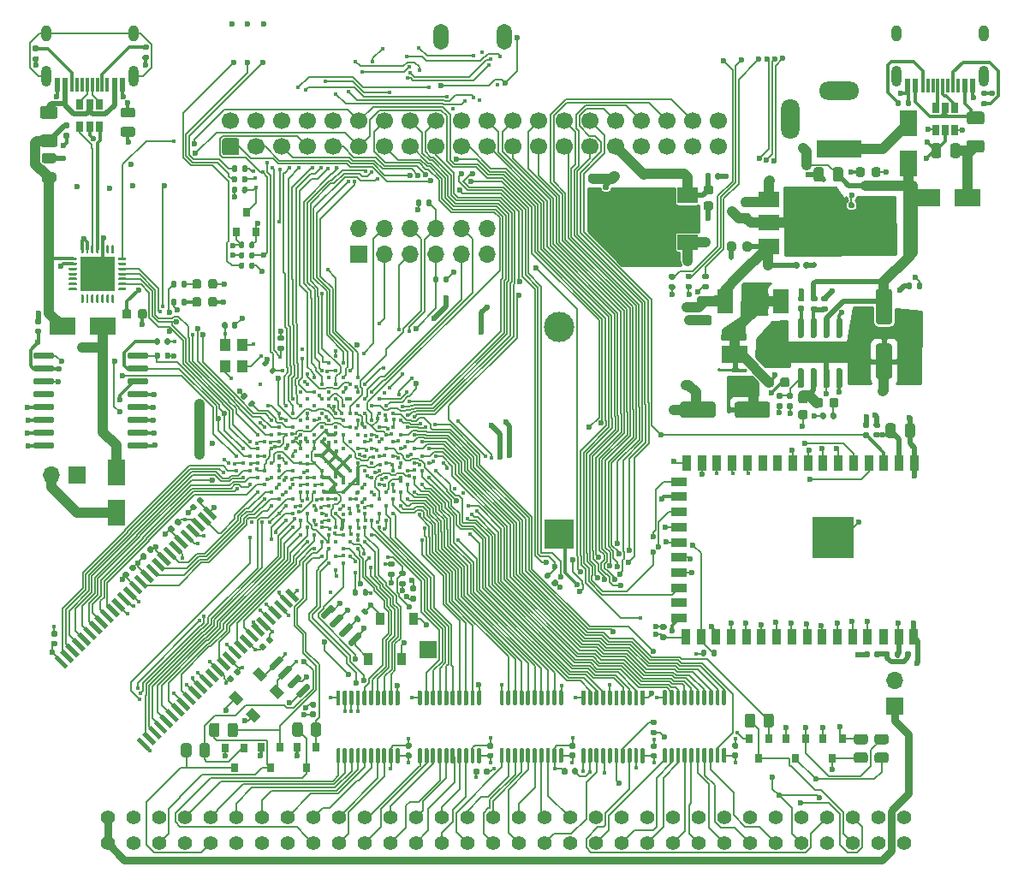
<source format=gbr>
%TF.GenerationSoftware,KiCad,Pcbnew,5.1.10-88a1d61d58~89~ubuntu20.04.1*%
%TF.CreationDate,2021-07-13T22:21:08+02:00*%
%TF.ProjectId,max80,6d617838-302e-46b6-9963-61645f706362,0.01*%
%TF.SameCoordinates,Original*%
%TF.FileFunction,Copper,L1,Top*%
%TF.FilePolarity,Positive*%
%FSLAX46Y46*%
G04 Gerber Fmt 4.6, Leading zero omitted, Abs format (unit mm)*
G04 Created by KiCad (PCBNEW 5.1.10-88a1d61d58~89~ubuntu20.04.1) date 2021-07-13 22:21:08*
%MOMM*%
%LPD*%
G01*
G04 APERTURE LIST*
%TA.AperFunction,ComponentPad*%
%ADD10O,1.500000X2.550000*%
%TD*%
%TA.AperFunction,ComponentPad*%
%ADD11R,3.000000X3.000000*%
%TD*%
%TA.AperFunction,ComponentPad*%
%ADD12C,3.000000*%
%TD*%
%TA.AperFunction,ComponentPad*%
%ADD13O,1.700000X1.700000*%
%TD*%
%TA.AperFunction,ComponentPad*%
%ADD14R,1.700000X1.700000*%
%TD*%
%TA.AperFunction,SMDPad,CuDef*%
%ADD15R,0.800000X0.900000*%
%TD*%
%TA.AperFunction,SMDPad,CuDef*%
%ADD16C,0.400000*%
%TD*%
%TA.AperFunction,SMDPad,CuDef*%
%ADD17R,0.900000X1.200000*%
%TD*%
%TA.AperFunction,SMDPad,CuDef*%
%ADD18C,0.100000*%
%TD*%
%TA.AperFunction,SMDPad,CuDef*%
%ADD19R,2.000000X1.500000*%
%TD*%
%TA.AperFunction,SMDPad,CuDef*%
%ADD20R,2.000000X3.800000*%
%TD*%
%TA.AperFunction,SMDPad,CuDef*%
%ADD21R,1.100000X1.300000*%
%TD*%
%TA.AperFunction,ComponentPad*%
%ADD22C,1.700000*%
%TD*%
%TA.AperFunction,SMDPad,CuDef*%
%ADD23R,1.800000X2.500000*%
%TD*%
%TA.AperFunction,SMDPad,CuDef*%
%ADD24R,2.500000X1.800000*%
%TD*%
%TA.AperFunction,ComponentPad*%
%ADD25C,1.422400*%
%TD*%
%TA.AperFunction,SMDPad,CuDef*%
%ADD26R,0.600000X1.450000*%
%TD*%
%TA.AperFunction,SMDPad,CuDef*%
%ADD27R,0.300000X1.450000*%
%TD*%
%TA.AperFunction,ComponentPad*%
%ADD28O,1.000000X2.100000*%
%TD*%
%TA.AperFunction,ComponentPad*%
%ADD29O,1.000000X1.600000*%
%TD*%
%TA.AperFunction,SMDPad,CuDef*%
%ADD30R,0.900000X1.500000*%
%TD*%
%TA.AperFunction,SMDPad,CuDef*%
%ADD31R,1.500000X0.900000*%
%TD*%
%TA.AperFunction,SMDPad,CuDef*%
%ADD32R,4.100000X4.100000*%
%TD*%
%TA.AperFunction,ComponentPad*%
%ADD33R,4.400000X1.800000*%
%TD*%
%TA.AperFunction,ComponentPad*%
%ADD34O,4.000000X1.800000*%
%TD*%
%TA.AperFunction,ComponentPad*%
%ADD35O,1.800000X4.000000*%
%TD*%
%TA.AperFunction,SMDPad,CuDef*%
%ADD36R,1.500000X2.400000*%
%TD*%
%TA.AperFunction,SMDPad,CuDef*%
%ADD37R,3.350000X3.350000*%
%TD*%
%TA.AperFunction,SMDPad,CuDef*%
%ADD38R,0.650000X1.060000*%
%TD*%
%TA.AperFunction,ViaPad*%
%ADD39C,0.600000*%
%TD*%
%TA.AperFunction,ViaPad*%
%ADD40C,0.450000*%
%TD*%
%TA.AperFunction,ViaPad*%
%ADD41C,1.000000*%
%TD*%
%TA.AperFunction,Conductor*%
%ADD42C,0.150000*%
%TD*%
%TA.AperFunction,Conductor*%
%ADD43C,0.300000*%
%TD*%
%TA.AperFunction,Conductor*%
%ADD44C,0.500000*%
%TD*%
%TA.AperFunction,Conductor*%
%ADD45C,1.000000*%
%TD*%
%TA.AperFunction,Conductor*%
%ADD46C,0.200000*%
%TD*%
%TA.AperFunction,Conductor*%
%ADD47C,0.800000*%
%TD*%
%TA.AperFunction,Conductor*%
%ADD48C,0.254000*%
%TD*%
%TA.AperFunction,Conductor*%
%ADD49C,0.100000*%
%TD*%
G04 APERTURE END LIST*
%TO.P,C83,2*%
%TO.N,GND*%
%TA.AperFunction,SMDPad,CuDef*%
G36*
G01*
X127790000Y-72090000D02*
X127790000Y-71750000D01*
G75*
G02*
X127930000Y-71610000I140000J0D01*
G01*
X128210000Y-71610000D01*
G75*
G02*
X128350000Y-71750000I0J-140000D01*
G01*
X128350000Y-72090000D01*
G75*
G02*
X128210000Y-72230000I-140000J0D01*
G01*
X127930000Y-72230000D01*
G75*
G02*
X127790000Y-72090000I0J140000D01*
G01*
G37*
%TD.AperFunction*%
%TO.P,C83,1*%
%TO.N,+3V3*%
%TA.AperFunction,SMDPad,CuDef*%
G36*
G01*
X126830000Y-72090000D02*
X126830000Y-71750000D01*
G75*
G02*
X126970000Y-71610000I140000J0D01*
G01*
X127250000Y-71610000D01*
G75*
G02*
X127390000Y-71750000I0J-140000D01*
G01*
X127390000Y-72090000D01*
G75*
G02*
X127250000Y-72230000I-140000J0D01*
G01*
X126970000Y-72230000D01*
G75*
G02*
X126830000Y-72090000I0J140000D01*
G01*
G37*
%TD.AperFunction*%
%TD*%
D10*
%TO.P,J5,SH*%
%TO.N,Net-(J5-PadSH)*%
X154695000Y-43390000D03*
X148495000Y-43390000D03*
%TD*%
%TO.P,C61,2*%
%TO.N,GND*%
%TA.AperFunction,SMDPad,CuDef*%
G36*
G01*
X177520000Y-80820000D02*
X177520000Y-79720000D01*
G75*
G02*
X177770000Y-79470000I250000J0D01*
G01*
X180770000Y-79470000D01*
G75*
G02*
X181020000Y-79720000I0J-250000D01*
G01*
X181020000Y-80820000D01*
G75*
G02*
X180770000Y-81070000I-250000J0D01*
G01*
X177770000Y-81070000D01*
G75*
G02*
X177520000Y-80820000I0J250000D01*
G01*
G37*
%TD.AperFunction*%
%TO.P,C61,1*%
%TO.N,+3V3*%
%TA.AperFunction,SMDPad,CuDef*%
G36*
G01*
X172120000Y-80820000D02*
X172120000Y-79720000D01*
G75*
G02*
X172370000Y-79470000I250000J0D01*
G01*
X175370000Y-79470000D01*
G75*
G02*
X175620000Y-79720000I0J-250000D01*
G01*
X175620000Y-80820000D01*
G75*
G02*
X175370000Y-81070000I-250000J0D01*
G01*
X172370000Y-81070000D01*
G75*
G02*
X172120000Y-80820000I0J250000D01*
G01*
G37*
%TD.AperFunction*%
%TD*%
%TO.P,C60,2*%
%TO.N,GND*%
%TA.AperFunction,SMDPad,CuDef*%
G36*
G01*
X191720000Y-73720000D02*
X192820000Y-73720000D01*
G75*
G02*
X193070000Y-73970000I0J-250000D01*
G01*
X193070000Y-76970000D01*
G75*
G02*
X192820000Y-77220000I-250000J0D01*
G01*
X191720000Y-77220000D01*
G75*
G02*
X191470000Y-76970000I0J250000D01*
G01*
X191470000Y-73970000D01*
G75*
G02*
X191720000Y-73720000I250000J0D01*
G01*
G37*
%TD.AperFunction*%
%TO.P,C60,1*%
%TO.N,+5V*%
%TA.AperFunction,SMDPad,CuDef*%
G36*
G01*
X191720000Y-68320000D02*
X192820000Y-68320000D01*
G75*
G02*
X193070000Y-68570000I0J-250000D01*
G01*
X193070000Y-71570000D01*
G75*
G02*
X192820000Y-71820000I-250000J0D01*
G01*
X191720000Y-71820000D01*
G75*
G02*
X191470000Y-71570000I0J250000D01*
G01*
X191470000Y-68570000D01*
G75*
G02*
X191720000Y-68320000I250000J0D01*
G01*
G37*
%TD.AperFunction*%
%TD*%
%TO.P,C57,2*%
%TO.N,GND*%
%TA.AperFunction,SMDPad,CuDef*%
G36*
G01*
X184020000Y-80295000D02*
X184520000Y-80295000D01*
G75*
G02*
X184745000Y-80520000I0J-225000D01*
G01*
X184745000Y-80970000D01*
G75*
G02*
X184520000Y-81195000I-225000J0D01*
G01*
X184020000Y-81195000D01*
G75*
G02*
X183795000Y-80970000I0J225000D01*
G01*
X183795000Y-80520000D01*
G75*
G02*
X184020000Y-80295000I225000J0D01*
G01*
G37*
%TD.AperFunction*%
%TO.P,C57,1*%
%TO.N,Net-(C37-Pad1)*%
%TA.AperFunction,SMDPad,CuDef*%
G36*
G01*
X184020000Y-78745000D02*
X184520000Y-78745000D01*
G75*
G02*
X184745000Y-78970000I0J-225000D01*
G01*
X184745000Y-79420000D01*
G75*
G02*
X184520000Y-79645000I-225000J0D01*
G01*
X184020000Y-79645000D01*
G75*
G02*
X183795000Y-79420000I0J225000D01*
G01*
X183795000Y-78970000D01*
G75*
G02*
X184020000Y-78745000I225000J0D01*
G01*
G37*
%TD.AperFunction*%
%TD*%
D11*
%TO.P,BT1,1*%
%TO.N,Net-(BT1-Pad1)*%
X160170000Y-92570000D03*
D12*
%TO.P,BT1,2*%
%TO.N,GND*%
X160170000Y-72080000D03*
%TD*%
%TO.P,R50,2*%
%TO.N,EXT_HH*%
%TA.AperFunction,SMDPad,CuDef*%
G36*
G01*
X147020000Y-60005000D02*
X147020000Y-59635000D01*
G75*
G02*
X147155000Y-59500000I135000J0D01*
G01*
X147425000Y-59500000D01*
G75*
G02*
X147560000Y-59635000I0J-135000D01*
G01*
X147560000Y-60005000D01*
G75*
G02*
X147425000Y-60140000I-135000J0D01*
G01*
X147155000Y-60140000D01*
G75*
G02*
X147020000Y-60005000I0J135000D01*
G01*
G37*
%TD.AperFunction*%
%TO.P,R50,1*%
%TO.N,+3V3*%
%TA.AperFunction,SMDPad,CuDef*%
G36*
G01*
X146000000Y-60005000D02*
X146000000Y-59635000D01*
G75*
G02*
X146135000Y-59500000I135000J0D01*
G01*
X146405000Y-59500000D01*
G75*
G02*
X146540000Y-59635000I0J-135000D01*
G01*
X146540000Y-60005000D01*
G75*
G02*
X146405000Y-60140000I-135000J0D01*
G01*
X146135000Y-60140000D01*
G75*
G02*
X146000000Y-60005000I0J135000D01*
G01*
G37*
%TD.AperFunction*%
%TD*%
%TO.P,R49,2*%
%TO.N,EXT_HC*%
%TA.AperFunction,SMDPad,CuDef*%
G36*
G01*
X148230000Y-67185000D02*
X148230000Y-67555000D01*
G75*
G02*
X148095000Y-67690000I-135000J0D01*
G01*
X147825000Y-67690000D01*
G75*
G02*
X147690000Y-67555000I0J135000D01*
G01*
X147690000Y-67185000D01*
G75*
G02*
X147825000Y-67050000I135000J0D01*
G01*
X148095000Y-67050000D01*
G75*
G02*
X148230000Y-67185000I0J-135000D01*
G01*
G37*
%TD.AperFunction*%
%TO.P,R49,1*%
%TO.N,+3V3*%
%TA.AperFunction,SMDPad,CuDef*%
G36*
G01*
X149250000Y-67185000D02*
X149250000Y-67555000D01*
G75*
G02*
X149115000Y-67690000I-135000J0D01*
G01*
X148845000Y-67690000D01*
G75*
G02*
X148710000Y-67555000I0J135000D01*
G01*
X148710000Y-67185000D01*
G75*
G02*
X148845000Y-67050000I135000J0D01*
G01*
X149115000Y-67050000D01*
G75*
G02*
X149250000Y-67185000I0J-135000D01*
G01*
G37*
%TD.AperFunction*%
%TD*%
D13*
%TO.P,J8,12*%
%TO.N,GND*%
X153050000Y-62310000D03*
%TO.P,J8,11*%
X153050000Y-64850000D03*
%TO.P,J8,10*%
%TO.N,EXT_HF*%
X150510000Y-62310000D03*
%TO.P,J8,9*%
%TO.N,EXT_HD*%
X150510000Y-64850000D03*
%TO.P,J8,8*%
%TO.N,EXT_HH*%
X147970000Y-62310000D03*
%TO.P,J8,7*%
%TO.N,EXT_HC*%
X147970000Y-64850000D03*
%TO.P,J8,6*%
%TO.N,EXT_HG*%
X145430000Y-62310000D03*
%TO.P,J8,5*%
%TO.N,EXT_HB*%
X145430000Y-64850000D03*
%TO.P,J8,4*%
%TO.N,EXT_HE*%
X142890000Y-62310000D03*
%TO.P,J8,3*%
%TO.N,EXT_HA*%
X142890000Y-64850000D03*
%TO.P,J8,2*%
%TO.N,+3V3*%
X140350000Y-62310000D03*
D14*
%TO.P,J8,1*%
X140350000Y-64850000D03*
%TD*%
%TO.P,R47,2*%
%TO.N,+5V*%
%TA.AperFunction,SMDPad,CuDef*%
G36*
G01*
X128310000Y-58325000D02*
X128310000Y-58695000D01*
G75*
G02*
X128175000Y-58830000I-135000J0D01*
G01*
X127905000Y-58830000D01*
G75*
G02*
X127770000Y-58695000I0J135000D01*
G01*
X127770000Y-58325000D01*
G75*
G02*
X127905000Y-58190000I135000J0D01*
G01*
X128175000Y-58190000D01*
G75*
G02*
X128310000Y-58325000I0J-135000D01*
G01*
G37*
%TD.AperFunction*%
%TO.P,R47,1*%
%TO.N,Net-(J5-Pad19)*%
%TA.AperFunction,SMDPad,CuDef*%
G36*
G01*
X129330000Y-58325000D02*
X129330000Y-58695000D01*
G75*
G02*
X129195000Y-58830000I-135000J0D01*
G01*
X128925000Y-58830000D01*
G75*
G02*
X128790000Y-58695000I0J135000D01*
G01*
X128790000Y-58325000D01*
G75*
G02*
X128925000Y-58190000I135000J0D01*
G01*
X129195000Y-58190000D01*
G75*
G02*
X129330000Y-58325000I0J-135000D01*
G01*
G37*
%TD.AperFunction*%
%TD*%
%TO.P,R46,2*%
%TO.N,+3V3*%
%TA.AperFunction,SMDPad,CuDef*%
G36*
G01*
X129030000Y-63785000D02*
X129030000Y-64155000D01*
G75*
G02*
X128895000Y-64290000I-135000J0D01*
G01*
X128625000Y-64290000D01*
G75*
G02*
X128490000Y-64155000I0J135000D01*
G01*
X128490000Y-63785000D01*
G75*
G02*
X128625000Y-63650000I135000J0D01*
G01*
X128895000Y-63650000D01*
G75*
G02*
X129030000Y-63785000I0J-135000D01*
G01*
G37*
%TD.AperFunction*%
%TO.P,R46,1*%
%TO.N,HDMI_HPD*%
%TA.AperFunction,SMDPad,CuDef*%
G36*
G01*
X130050000Y-63785000D02*
X130050000Y-64155000D01*
G75*
G02*
X129915000Y-64290000I-135000J0D01*
G01*
X129645000Y-64290000D01*
G75*
G02*
X129510000Y-64155000I0J135000D01*
G01*
X129510000Y-63785000D01*
G75*
G02*
X129645000Y-63650000I135000J0D01*
G01*
X129915000Y-63650000D01*
G75*
G02*
X130050000Y-63785000I0J-135000D01*
G01*
G37*
%TD.AperFunction*%
%TD*%
D15*
%TO.P,Q7,3*%
%TO.N,Net-(J5-Pad19)*%
X129220000Y-60720000D03*
%TO.P,Q7,2*%
%TO.N,HDMI_HPD*%
X130170000Y-62720000D03*
%TO.P,Q7,1*%
%TO.N,+3V3*%
X128270000Y-62720000D03*
%TD*%
D16*
%TO.P,U13,H16*%
%TO.N,GND*%
X132438146Y-80605253D03*
%TO.P,U13,J16*%
%TO.N,HDMI_CK-*%
X133145253Y-79898146D03*
%TO.P,U13,K16*%
%TO.N,HDMI_D0-*%
X133852359Y-79191039D03*
%TO.P,U13,L16*%
%TO.N,N/C*%
X134559466Y-78483932D03*
%TO.P,U13,M16*%
%TO.N,GND*%
X135266573Y-77776825D03*
%TO.P,U13,N16*%
%TO.N,HDMI_D1-*%
X135973680Y-77069719D03*
%TO.P,U13,P16*%
%TO.N,HDMI_D2-*%
X136680786Y-76362612D03*
%TO.P,U13,R16*%
%TO.N,HDMI_D2+*%
X137387893Y-75655505D03*
%TO.P,U13,T16*%
%TO.N,+3V3*%
X138095000Y-74948398D03*
%TO.P,U13,N12*%
%TO.N,EXT_HA*%
X138802107Y-79898146D03*
%TO.P,U13,M12*%
%TO.N,GND*%
X138095000Y-80605253D03*
%TO.P,U13,L12*%
%TO.N,+2V5*%
X137387893Y-81312359D03*
%TO.P,U13,K12*%
%TO.N,N/C*%
X136680786Y-82019466D03*
%TO.P,U13,K11*%
%TO.N,+1V2*%
X137387893Y-82726573D03*
%TO.P,U13,L11*%
%TO.N,N/C*%
X138095000Y-82019466D03*
%TO.P,U13,M11*%
%TO.N,HDMI_SCL*%
X138802107Y-81312359D03*
%TO.P,U13,N11*%
%TO.N,EXT_HG*%
X139509214Y-80605253D03*
%TO.P,U13,T15*%
%TO.N,HDMI_HPD*%
X138802107Y-75655505D03*
%TO.P,U13,R15*%
%TO.N,GND*%
X138095000Y-76362612D03*
%TO.P,U13,P15*%
%TO.N,N/C*%
X137387893Y-77069719D03*
%TO.P,U13,N15*%
%TO.N,HDMI_D1+*%
X136680786Y-77776825D03*
%TO.P,U13,M15*%
%TO.N,CLK0n*%
X135973680Y-78483932D03*
%TO.P,U13,L15*%
%TO.N,N/C*%
X135266573Y-79191039D03*
%TO.P,U13,K15*%
%TO.N,HDMI_D0+*%
X134559466Y-79898146D03*
%TO.P,U13,J15*%
%TO.N,HDMI_CK+*%
X133852359Y-80605253D03*
%TO.P,U13,H15*%
%TO.N,GND*%
X133145253Y-81312359D03*
%TO.P,U13,H14*%
%TO.N,Net-(R38-Pad2)*%
X133852359Y-82019466D03*
%TO.P,U13,J14*%
%TO.N,N/C*%
X134559466Y-81312359D03*
%TO.P,U13,K14*%
%TO.N,+2V5*%
X135266573Y-80605253D03*
%TO.P,U13,L14*%
%TO.N,N/C*%
X135973680Y-79898146D03*
%TO.P,U13,M14*%
%TO.N,+2V5*%
X136680786Y-79191039D03*
%TO.P,U13,N14*%
%TO.N,N/C*%
X137387893Y-78483932D03*
%TO.P,U13,P14*%
%TO.N,/FPGA_USB_DTR*%
X138095000Y-77776825D03*
%TO.P,U13,R14*%
%TO.N,/FPGA_LED2*%
X138802107Y-77069719D03*
%TO.P,U13,T14*%
%TO.N,/FPGA_LED3*%
X139509214Y-76362612D03*
%TO.P,U13,N10*%
%TO.N,GND*%
X140216320Y-81312359D03*
%TO.P,U13,M10*%
%TO.N,/SD_DAT1*%
X139509214Y-82019466D03*
%TO.P,U13,L10*%
%TO.N,~XOUTSTB_ABC_3V3*%
X138802107Y-82726573D03*
%TO.P,U13,K10*%
%TO.N,N/C*%
X138095000Y-83433680D03*
%TO.P,U13,K9*%
X138802107Y-84140786D03*
%TO.P,U13,L9*%
X139509214Y-83433680D03*
%TO.P,U13,M9*%
X140216320Y-82726573D03*
%TO.P,U13,N9*%
%TO.N,EXT_HB*%
X140923427Y-82019466D03*
%TO.P,U13,T13*%
%TO.N,/FPGA_LED1*%
X140216320Y-77069719D03*
%TO.P,U13,R13*%
%TO.N,HDMI_SDA*%
X139509214Y-77776825D03*
%TO.P,U13,P13*%
%TO.N,+3V3*%
X138802107Y-78483932D03*
%TO.P,U13,N13*%
%TO.N,+1V2*%
X138095000Y-79191039D03*
%TO.P,U13,M13*%
%TO.N,GND*%
X137387893Y-79898146D03*
%TO.P,U13,L13*%
%TO.N,N/C*%
X136680786Y-80605253D03*
%TO.P,U13,K13*%
%TO.N,GND*%
X135973680Y-81312359D03*
%TO.P,U13,J13*%
%TO.N,N/C*%
X135266573Y-82019466D03*
%TO.P,U13,H13*%
%TO.N,GND*%
X134559466Y-82726573D03*
%TO.P,U13,J12*%
%TO.N,N/C*%
X135973680Y-82726573D03*
%TO.P,U13,J11*%
%TO.N,GND*%
X136680786Y-83433680D03*
%TO.P,U13,J10*%
X137387893Y-84140786D03*
%TO.P,U13,H12*%
%TO.N,+3V3*%
X135266573Y-83433680D03*
%TO.P,U13,H11*%
%TO.N,+1V2*%
X135973680Y-84140786D03*
%TO.P,U13,H10*%
%TO.N,GND*%
X136680786Y-84847893D03*
%TO.P,U13,H9*%
X137387893Y-85555000D03*
%TO.P,U13,T12*%
%TO.N,~XINPSTB_ABC_3V3*%
X140923427Y-77776825D03*
%TO.P,U13,R12*%
%TO.N,EXT_HE*%
X140216320Y-78483932D03*
%TO.P,U13,G9*%
%TO.N,+1V2*%
X136680786Y-86262107D03*
%TO.P,U13,G10*%
X135973680Y-85555000D03*
%TO.P,U13,G11*%
%TO.N,N/C*%
X135266573Y-84847893D03*
%TO.P,U13,G12*%
%TO.N,GND*%
X134559466Y-84140786D03*
%TO.P,U13,J9*%
X138095000Y-84847893D03*
%TO.P,U13,F12*%
%TO.N,+2V5*%
X133852359Y-84847893D03*
%TO.P,U13,F11*%
%TO.N,+1V2*%
X134559466Y-85555000D03*
%TO.P,U13,F10*%
%TO.N,GND*%
X135266573Y-86262107D03*
%TO.P,U13,F9*%
%TO.N,/WE#*%
X135973680Y-86969214D03*
%TO.P,U13,P12*%
%TO.N,GND*%
X139509214Y-79191039D03*
%TO.P,U13,E12*%
X133145253Y-85555000D03*
%TO.P,U13,E11*%
%TO.N,/IO1*%
X133852359Y-86262107D03*
%TO.P,U13,E10*%
%TO.N,/DQML*%
X134559466Y-86969214D03*
%TO.P,U13,E9*%
%TO.N,/CAS#*%
X135266573Y-87676320D03*
%TO.P,U13,N8*%
%TO.N,FGPA_SPI_CS_ESP32*%
X141630534Y-82726573D03*
%TO.P,U13,T11*%
%TO.N,EXT_HF*%
X141630534Y-78483932D03*
%TO.P,U13,T10*%
%TO.N,DD10*%
X142337641Y-79191039D03*
%TO.P,U13,T9*%
%TO.N,EXT_HC*%
X143044747Y-79898146D03*
%TO.P,U13,T8*%
%TO.N,ABC_CLK_3V3*%
X143751854Y-80605253D03*
%TO.P,U13,T7*%
%TO.N,FPGA_GPIO4*%
X144458961Y-81312359D03*
%TO.P,U13,R11*%
%TO.N,EXT_HD*%
X140923427Y-79191039D03*
%TO.P,U13,R10*%
%TO.N,FPGA_GPIO3*%
X141630534Y-79898146D03*
%TO.P,U13,R9*%
%TO.N,+3V3*%
X142337641Y-80605253D03*
%TO.P,U13,R8*%
%TO.N,EXT_HH*%
X143044747Y-81312359D03*
%TO.P,U13,R7*%
%TO.N,FPGA_GPIO5*%
X143751854Y-82019466D03*
%TO.P,U13,P7*%
%TO.N,+3V3*%
X143044747Y-82726573D03*
%TO.P,U13,P8*%
%TO.N,INT_ESP32*%
X142337641Y-82019466D03*
%TO.P,U13,P9*%
%TO.N,FPGA_GPIO1*%
X141630534Y-81312359D03*
%TO.P,U13,P10*%
%TO.N,+3V3*%
X140923427Y-80605253D03*
%TO.P,U13,P11*%
%TO.N,N/C*%
X140216320Y-79898146D03*
%TO.P,U13,N7*%
%TO.N,GND*%
X142337641Y-83433680D03*
%TO.P,U13,N6*%
%TO.N,FLASH_CS#*%
X143044747Y-84140786D03*
%TO.P,U13,N5*%
%TO.N,DD2*%
X143751854Y-84847893D03*
%TO.P,U13,M8*%
%TO.N,FPGA_SPI_MOSI*%
X140923427Y-83433680D03*
%TO.P,U13,T6*%
%TO.N,FPGA_GPIO2*%
X145166068Y-82019466D03*
%TO.P,U13,T5*%
%TO.N,DD9*%
X145873175Y-82726573D03*
%TO.P,U13,R6*%
%TO.N,FPGA_RESIN*%
X144458961Y-82726573D03*
%TO.P,U13,R5*%
%TO.N,DD8*%
X145166068Y-83433680D03*
%TO.P,U13,P6*%
%TO.N,FPGA_SPI_CLK*%
X143751854Y-83433680D03*
%TO.P,U13,P5*%
%TO.N,GND*%
X144458961Y-84140786D03*
%TO.P,U13,M7*%
%TO.N,FPGA_SPI_MISO*%
X141630534Y-84140786D03*
%TO.P,U13,M6*%
%TO.N,DD1*%
X142337641Y-84847893D03*
%TO.P,U13,M5*%
%TO.N,GND*%
X143044747Y-85555000D03*
%TO.P,U13,L8*%
%TO.N,ESP32_IO0*%
X140216320Y-84140786D03*
%TO.P,U13,L7*%
%TO.N,FPGA_GPIO0*%
X140923427Y-84847893D03*
%TO.P,U13,L6*%
%TO.N,N/C*%
X141630534Y-85555000D03*
%TO.P,U13,L5*%
%TO.N,+2V5*%
X142337641Y-86262107D03*
%TO.P,U13,K8*%
%TO.N,GND*%
X139509214Y-84847893D03*
%TO.P,U13,K7*%
%TO.N,+1V2*%
X140216320Y-85555000D03*
%TO.P,U13,K6*%
%TO.N,N/C*%
X140923427Y-86262107D03*
%TO.P,U13,K5*%
%TO.N,~C2_ABC_3V3*%
X141630534Y-86969214D03*
%TO.P,U13,J8*%
%TO.N,GND*%
X138802107Y-85555000D03*
%TO.P,U13,J7*%
X139509214Y-86262107D03*
%TO.P,U13,J6*%
%TO.N,+1V2*%
X140216320Y-86969214D03*
%TO.P,U13,J5*%
%TO.N,FPGA_TMS*%
X140923427Y-87676320D03*
%TO.P,U13,H8*%
%TO.N,GND*%
X138095000Y-86262107D03*
%TO.P,U13,H7*%
X138802107Y-86969214D03*
%TO.P,U13,H6*%
%TO.N,+1V2*%
X139509214Y-87676320D03*
%TO.P,U13,H5*%
%TO.N,Net-(R37-Pad2)*%
X140216320Y-88383427D03*
%TO.P,U13,G8*%
%TO.N,+1V2*%
X137387893Y-86969214D03*
%TO.P,U13,G7*%
X138095000Y-87676320D03*
%TO.P,U13,G6*%
X138802107Y-88383427D03*
%TO.P,U13,G5*%
%TO.N,AD4*%
X139509214Y-89090534D03*
%TO.P,U13,F8*%
%TO.N,/CKE*%
X136680786Y-87676320D03*
%TO.P,U13,F7*%
%TO.N,+1V2*%
X137387893Y-88383427D03*
%TO.P,U13,F6*%
%TO.N,GND*%
X138095000Y-89090534D03*
%TO.P,U13,F5*%
%TO.N,+2V5*%
X138802107Y-89797641D03*
%TO.P,U13,E5*%
%TO.N,GND*%
X138095000Y-90504747D03*
%TO.P,U13,E6*%
%TO.N,/IO12*%
X137387893Y-89797641D03*
%TO.P,U13,E7*%
%TO.N,/IO9*%
X136680786Y-89090534D03*
%TO.P,U13,E8*%
%TO.N,/A6*%
X135973680Y-88383427D03*
%TO.P,U13,T4*%
%TO.N,DD7*%
X146580281Y-83433680D03*
%TO.P,U13,T3*%
%TO.N,DD5*%
X147287388Y-84140786D03*
%TO.P,U13,T2*%
%TO.N,DD3*%
X147994495Y-84847893D03*
%TO.P,U13,T1*%
%TO.N,+3V3*%
X148701602Y-85555000D03*
%TO.P,U13,R1*%
%TO.N,~XMEMW80_ABC_3V3*%
X147994495Y-86262107D03*
%TO.P,U13,P1*%
%TO.N,~XMEMW800_ABC_3V3*%
X147287388Y-86969214D03*
%TO.P,U13,N1*%
%TO.N,AD15*%
X146580281Y-87676320D03*
%TO.P,U13,R2*%
%TO.N,GND*%
X147287388Y-85555000D03*
%TO.P,U13,P2*%
%TO.N,~RST_ABC_3V3*%
X146580281Y-86262107D03*
%TO.P,U13,N2*%
%TO.N,AD14*%
X145873175Y-86969214D03*
%TO.P,U13,N3*%
%TO.N,~XMEMFL_ABC_3V3*%
X145166068Y-86262107D03*
%TO.P,U13,P3*%
%TO.N,DD0*%
X145873175Y-85555000D03*
%TO.P,U13,R3*%
%TO.N,DD4*%
X146580281Y-84847893D03*
%TO.P,U13,R4*%
%TO.N,DD6*%
X145873175Y-84140786D03*
%TO.P,U13,P4*%
%TO.N,+3V3*%
X145166068Y-84847893D03*
%TO.P,U13,N4*%
%TO.N,+1V2*%
X144458961Y-85555000D03*
%TO.P,U13,M4*%
%TO.N,GND*%
X143751854Y-86262107D03*
%TO.P,U13,M3*%
%TO.N,+3V3*%
X144458961Y-86969214D03*
%TO.P,U13,M2*%
%TO.N,~STATUS_ABC_3V3*%
X145166068Y-87676320D03*
%TO.P,U13,M1*%
%TO.N,AD13*%
X145873175Y-88383427D03*
%TO.P,U13,L1*%
%TO.N,AD12*%
X145166068Y-89090534D03*
%TO.P,U13,L2*%
%TO.N,~INP_ABC_3V3*%
X144458961Y-88383427D03*
%TO.P,U13,L3*%
%TO.N,~C3_ABC_3V3*%
X143751854Y-87676320D03*
%TO.P,U13,L4*%
%TO.N,AD10*%
X143044747Y-86969214D03*
%TO.P,U13,K4*%
%TO.N,GND*%
X142337641Y-87676320D03*
%TO.P,U13,K3*%
%TO.N,+3V3*%
X143044747Y-88383427D03*
%TO.P,U13,K2*%
%TO.N,~C4_ABC_3V3*%
X143751854Y-89090534D03*
%TO.P,U13,K1*%
%TO.N,AD11*%
X144458961Y-89797641D03*
%TO.P,U13,J2*%
%TO.N,~C1_ABC_3V3*%
X143044747Y-89797641D03*
%TO.P,U13,J3*%
%TO.N,FPGA_JTAGEN*%
X142337641Y-89090534D03*
%TO.P,U13,J4*%
%TO.N,FPGA_TDO*%
X141630534Y-88383427D03*
%TO.P,U13,H4*%
%TO.N,FPGA_TDI*%
X140923427Y-89090534D03*
%TO.P,U13,H3*%
%TO.N,FPGA_TCK*%
X141630534Y-89797641D03*
%TO.P,U13,H2*%
%TO.N,DATA0*%
X142337641Y-90504747D03*
%TO.P,U13,G2*%
%TO.N,~OUT_ABC_3V3*%
X141630534Y-91211854D03*
%TO.P,U13,G3*%
%TO.N,+3V3*%
X140923427Y-90504747D03*
%TO.P,U13,G4*%
%TO.N,GND*%
X140216320Y-89797641D03*
%TO.P,U13,F4*%
%TO.N,Net-(R13-Pad1)*%
X139509214Y-90504747D03*
%TO.P,U13,F3*%
%TO.N,AD5*%
X140216320Y-91211854D03*
%TO.P,U13,F2*%
%TO.N,~CS_ABC_3V3*%
X140923427Y-91918961D03*
%TO.P,U13,E16*%
%TO.N,/FPGA_USB_TXD*%
X130316825Y-82726573D03*
%TO.P,U13,F16*%
%TO.N,/SD_DAT3*%
X131023932Y-82019466D03*
%TO.P,U13,G16*%
%TO.N,/SD_CMD*%
X131731039Y-81312359D03*
%TO.P,U13,G15*%
%TO.N,/SD_CLK*%
X132438146Y-82019466D03*
%TO.P,U13,F15*%
%TO.N,/SD_DAT0*%
X131731039Y-82726573D03*
%TO.P,U13,E15*%
%TO.N,/32KHZ*%
X131023932Y-83433680D03*
%TO.P,U13,E14*%
%TO.N,+3V3*%
X131731039Y-84140786D03*
%TO.P,U13,F14*%
%TO.N,/SD_DAT2*%
X132438146Y-83433680D03*
%TO.P,U13,G14*%
%TO.N,+3V3*%
X133145253Y-82726573D03*
%TO.P,U13,G13*%
%TO.N,GND*%
X133852359Y-83433680D03*
%TO.P,U13,F13*%
%TO.N,/FPGA_USB_RXD*%
X133145253Y-84140786D03*
%TO.P,U13,E13*%
%TO.N,GND*%
X132438146Y-84847893D03*
%TO.P,U13,C16*%
%TO.N,/FPGA_SCL*%
X128902612Y-84140786D03*
%TO.P,U13,D16*%
%TO.N,/FPGA_USB_RTS*%
X129609719Y-83433680D03*
%TO.P,U13,D15*%
%TO.N,/FPGA_USB_CTS*%
X130316825Y-84140786D03*
%TO.P,U13,C15*%
%TO.N,/FPGA_SDA*%
X129609719Y-84847893D03*
%TO.P,U13,D13*%
%TO.N,+1V2*%
X131731039Y-85555000D03*
%TO.P,U13,D14*%
%TO.N,/A2*%
X131023932Y-84847893D03*
%TO.P,U13,C14*%
%TO.N,/A10*%
X130316825Y-85555000D03*
%TO.P,U13,C13*%
%TO.N,+3V3*%
X131023932Y-86262107D03*
%TO.P,U13,C12*%
%TO.N,GND*%
X131731039Y-86969214D03*
%TO.P,U13,D12*%
%TO.N,/CS#*%
X132438146Y-86262107D03*
%TO.P,U13,D11*%
%TO.N,/IO2*%
X133145253Y-86969214D03*
%TO.P,U13,C11*%
%TO.N,/IO3*%
X132438146Y-87676320D03*
%TO.P,U13,D10*%
%TO.N,GND*%
X133852359Y-87676320D03*
%TO.P,U13,C10*%
%TO.N,+3V3*%
X133145253Y-88383427D03*
%TO.P,U13,E4*%
%TO.N,GND*%
X138802107Y-91211854D03*
%TO.P,U13,E3*%
%TO.N,+3V3*%
X139509214Y-91918961D03*
%TO.P,U13,E2*%
%TO.N,GND*%
X140216320Y-92626068D03*
%TO.P,U13,D9*%
%TO.N,/A5*%
X134559466Y-88383427D03*
%TO.P,U13,D8*%
%TO.N,/DQMH*%
X135266573Y-89090534D03*
%TO.P,U13,D7*%
%TO.N,GND*%
X135973680Y-89797641D03*
%TO.P,U13,D6*%
%TO.N,/IO13*%
X136680786Y-90504747D03*
%TO.P,U13,D5*%
%TO.N,/IO15*%
X137387893Y-91211854D03*
%TO.P,U13,D4*%
%TO.N,+1V2*%
X138095000Y-91918961D03*
%TO.P,U13,D3*%
%TO.N,/CLK*%
X138802107Y-92626068D03*
%TO.P,U13,D2*%
%TO.N,nCE0*%
X139509214Y-93333175D03*
%TO.P,U13,C9*%
%TO.N,/A4*%
X133852359Y-89090534D03*
%TO.P,U13,C8*%
%TO.N,/A11*%
X134559466Y-89797641D03*
%TO.P,U13,C7*%
%TO.N,+3V3*%
X135266573Y-90504747D03*
%TO.P,U13,C6*%
%TO.N,/IO14*%
X135973680Y-91211854D03*
%TO.P,U13,C5*%
%TO.N,GND*%
X136680786Y-91918961D03*
%TO.P,U13,C4*%
%TO.N,+3V3*%
X137387893Y-92626068D03*
%TO.P,U13,C3*%
%TO.N,N/C*%
X138095000Y-93333175D03*
%TO.P,U13,C2*%
%TO.N,AD16*%
X138802107Y-94040281D03*
%TO.P,U13,B4*%
%TO.N,~FPGA_READY*%
X136680786Y-93333175D03*
%TO.P,U13,B3*%
%TO.N,INT_ABC_3V3*%
X137387893Y-94040281D03*
%TO.P,U13,B2*%
%TO.N,GND*%
X138095000Y-94747388D03*
%TO.P,U13,B5*%
%TO.N,/IO10*%
X135973680Y-92626068D03*
%TO.P,U13,B6*%
%TO.N,/A12*%
X135266573Y-91918961D03*
%TO.P,U13,B7*%
%TO.N,/A8*%
X134559466Y-91211854D03*
%TO.P,U13,B8*%
%TO.N,AD1*%
X133852359Y-90504747D03*
%TO.P,U13,B9*%
%TO.N,AD2*%
X133145253Y-89797641D03*
%TO.P,U13,B10*%
%TO.N,/IO6*%
X132438146Y-89090534D03*
%TO.P,U13,B11*%
%TO.N,/IO4*%
X131731039Y-88383427D03*
%TO.P,U13,B12*%
%TO.N,/RAS#*%
X131023932Y-87676320D03*
%TO.P,U13,B13*%
%TO.N,/BA1*%
X130316825Y-86969214D03*
%TO.P,U13,B14*%
%TO.N,/A1*%
X129609719Y-86262107D03*
%TO.P,U13,B15*%
%TO.N,GND*%
X128902612Y-85555000D03*
%TO.P,U13,B16*%
%TO.N,/RTC_INT*%
X128195505Y-84847893D03*
%TO.P,U13,J1*%
%TO.N,AD9*%
X143751854Y-90504747D03*
%TO.P,U13,H1*%
%TO.N,DLCK*%
X143044747Y-91211854D03*
%TO.P,U13,G1*%
%TO.N,AD8*%
X142337641Y-91918961D03*
%TO.P,U13,F1*%
%TO.N,AD7*%
X141630534Y-92626068D03*
%TO.P,U13,E1*%
%TO.N,AD6*%
X140923427Y-93333175D03*
%TO.P,U13,D1*%
%TO.N,AD3*%
X140216320Y-94040281D03*
%TO.P,U13,C1*%
%TO.N,ASD0*%
X139509214Y-94747388D03*
%TO.P,U13,B1*%
%TO.N,XM_ABC_3V3*%
X138802107Y-95454495D03*
%TO.P,U13,A16*%
%TO.N,+3V3*%
X127488398Y-85555000D03*
%TO.P,U13,A15*%
%TO.N,/A3*%
X128195505Y-86262107D03*
%TO.P,U13,A14*%
%TO.N,/A0*%
X128902612Y-86969214D03*
%TO.P,U13,A13*%
%TO.N,/BA0*%
X129609719Y-87676320D03*
%TO.P,U13,A12*%
%TO.N,/IO0*%
X130316825Y-88383427D03*
%TO.P,U13,A11*%
%TO.N,/IO5*%
X131023932Y-89090534D03*
%TO.P,U13,A10*%
%TO.N,/IO7*%
X131731039Y-89797641D03*
%TO.P,U13,A9*%
%TO.N,AD2*%
X132438146Y-90504747D03*
%TO.P,U13,A8*%
%TO.N,AD0*%
X133145253Y-91211854D03*
%TO.P,U13,A7*%
%TO.N,/A7*%
X133852359Y-91918961D03*
%TO.P,U13,A6*%
%TO.N,/A9*%
X134559466Y-92626068D03*
%TO.P,U13,A5*%
%TO.N,/IO8*%
X135266573Y-93333175D03*
%TO.P,U13,A4*%
%TO.N,/IO11*%
X135973680Y-94040281D03*
%TO.P,U13,A3*%
%TO.N,FPGA_NMI*%
X136680786Y-94747388D03*
%TO.P,U13,A2*%
%TO.N,INT800_ABC_3V3*%
X137387893Y-95454495D03*
%TO.P,U13,A1*%
%TO.N,+3V3*%
X138095000Y-96161602D03*
%TD*%
D17*
%TO.P,D7,2*%
%TO.N,DATA0*%
X142445000Y-100920000D03*
%TO.P,D7,1*%
%TO.N,+3V3*%
X145745000Y-100920000D03*
%TD*%
%TA.AperFunction,SMDPad,CuDef*%
D18*
%TO.P,D6,2*%
%TO.N,ASD0*%
G36*
X130667792Y-107170736D02*
G01*
X129819264Y-106322208D01*
X130455660Y-105685812D01*
X131304188Y-106534340D01*
X130667792Y-107170736D01*
G37*
%TD.AperFunction*%
%TA.AperFunction,SMDPad,CuDef*%
%TO.P,D6,1*%
%TO.N,+3V3*%
G36*
X128334340Y-109504188D02*
G01*
X127485812Y-108655660D01*
X128122208Y-108019264D01*
X128970736Y-108867792D01*
X128334340Y-109504188D01*
G37*
%TD.AperFunction*%
%TD*%
%TA.AperFunction,SMDPad,CuDef*%
%TO.P,D5,2*%
%TO.N,DLCK*%
G36*
X132367792Y-108895736D02*
G01*
X131519264Y-108047208D01*
X132155660Y-107410812D01*
X133004188Y-108259340D01*
X132367792Y-108895736D01*
G37*
%TD.AperFunction*%
%TA.AperFunction,SMDPad,CuDef*%
%TO.P,D5,1*%
%TO.N,+3V3*%
G36*
X130034340Y-111229188D02*
G01*
X129185812Y-110380660D01*
X129822208Y-109744264D01*
X130670736Y-110592792D01*
X130034340Y-111229188D01*
G37*
%TD.AperFunction*%
%TD*%
D17*
%TO.P,D4,2*%
%TO.N,nCE0*%
X141295000Y-104945000D03*
%TO.P,D4,1*%
%TO.N,+3V3*%
X144595000Y-104945000D03*
%TD*%
D14*
%TO.P,J6,1*%
%TO.N,GND*%
X147220000Y-104020000D03*
%TD*%
%TO.P,R45,2*%
%TO.N,INT800_ABC_3V3*%
%TA.AperFunction,SMDPad,CuDef*%
G36*
G01*
X190445002Y-113370000D02*
X189544998Y-113370000D01*
G75*
G02*
X189295000Y-113120002I0J249998D01*
G01*
X189295000Y-112594998D01*
G75*
G02*
X189544998Y-112345000I249998J0D01*
G01*
X190445002Y-112345000D01*
G75*
G02*
X190695000Y-112594998I0J-249998D01*
G01*
X190695000Y-113120002D01*
G75*
G02*
X190445002Y-113370000I-249998J0D01*
G01*
G37*
%TD.AperFunction*%
%TO.P,R45,1*%
%TO.N,/abc80bus/~XMEMW80*%
%TA.AperFunction,SMDPad,CuDef*%
G36*
G01*
X190445002Y-115195000D02*
X189544998Y-115195000D01*
G75*
G02*
X189295000Y-114945002I0J249998D01*
G01*
X189295000Y-114419998D01*
G75*
G02*
X189544998Y-114170000I249998J0D01*
G01*
X190445002Y-114170000D01*
G75*
G02*
X190695000Y-114419998I0J-249998D01*
G01*
X190695000Y-114945002D01*
G75*
G02*
X190445002Y-115195000I-249998J0D01*
G01*
G37*
%TD.AperFunction*%
%TD*%
%TO.P,R44,2*%
%TO.N,XM_ABC_3V3*%
%TA.AperFunction,SMDPad,CuDef*%
G36*
G01*
X124595000Y-114395002D02*
X124595000Y-113494998D01*
G75*
G02*
X124844998Y-113245000I249998J0D01*
G01*
X125370002Y-113245000D01*
G75*
G02*
X125620000Y-113494998I0J-249998D01*
G01*
X125620000Y-114395002D01*
G75*
G02*
X125370002Y-114645000I-249998J0D01*
G01*
X124844998Y-114645000D01*
G75*
G02*
X124595000Y-114395002I0J249998D01*
G01*
G37*
%TD.AperFunction*%
%TO.P,R44,1*%
%TO.N,/abc80bus/~XM*%
%TA.AperFunction,SMDPad,CuDef*%
G36*
G01*
X122770000Y-114395002D02*
X122770000Y-113494998D01*
G75*
G02*
X123019998Y-113245000I249998J0D01*
G01*
X123545002Y-113245000D01*
G75*
G02*
X123795000Y-113494998I0J-249998D01*
G01*
X123795000Y-114395002D01*
G75*
G02*
X123545002Y-114645000I-249998J0D01*
G01*
X123019998Y-114645000D01*
G75*
G02*
X122770000Y-114395002I0J249998D01*
G01*
G37*
%TD.AperFunction*%
%TD*%
%TO.P,R43,2*%
%TO.N,INT_ABC_3V3*%
%TA.AperFunction,SMDPad,CuDef*%
G36*
G01*
X192490002Y-113370000D02*
X191589998Y-113370000D01*
G75*
G02*
X191340000Y-113120002I0J249998D01*
G01*
X191340000Y-112594998D01*
G75*
G02*
X191589998Y-112345000I249998J0D01*
G01*
X192490002Y-112345000D01*
G75*
G02*
X192740000Y-112594998I0J-249998D01*
G01*
X192740000Y-113120002D01*
G75*
G02*
X192490002Y-113370000I-249998J0D01*
G01*
G37*
%TD.AperFunction*%
%TO.P,R43,1*%
%TO.N,/abc80bus/~INT*%
%TA.AperFunction,SMDPad,CuDef*%
G36*
G01*
X192490002Y-115195000D02*
X191589998Y-115195000D01*
G75*
G02*
X191340000Y-114945002I0J249998D01*
G01*
X191340000Y-114419998D01*
G75*
G02*
X191589998Y-114170000I249998J0D01*
G01*
X192490002Y-114170000D01*
G75*
G02*
X192740000Y-114419998I0J-249998D01*
G01*
X192740000Y-114945002D01*
G75*
G02*
X192490002Y-115195000I-249998J0D01*
G01*
G37*
%TD.AperFunction*%
%TD*%
%TO.P,R28,2*%
%TO.N,FPGA_RESIN*%
%TA.AperFunction,SMDPad,CuDef*%
G36*
G01*
X180345000Y-111470002D02*
X180345000Y-110569998D01*
G75*
G02*
X180594998Y-110320000I249998J0D01*
G01*
X181120002Y-110320000D01*
G75*
G02*
X181370000Y-110569998I0J-249998D01*
G01*
X181370000Y-111470002D01*
G75*
G02*
X181120002Y-111720000I-249998J0D01*
G01*
X180594998Y-111720000D01*
G75*
G02*
X180345000Y-111470002I0J249998D01*
G01*
G37*
%TD.AperFunction*%
%TO.P,R28,1*%
%TO.N,/abc80bus/~RESIN*%
%TA.AperFunction,SMDPad,CuDef*%
G36*
G01*
X178520000Y-111470002D02*
X178520000Y-110569998D01*
G75*
G02*
X178769998Y-110320000I249998J0D01*
G01*
X179295002Y-110320000D01*
G75*
G02*
X179545000Y-110569998I0J-249998D01*
G01*
X179545000Y-111470002D01*
G75*
G02*
X179295002Y-111720000I-249998J0D01*
G01*
X178769998Y-111720000D01*
G75*
G02*
X178520000Y-111470002I0J249998D01*
G01*
G37*
%TD.AperFunction*%
%TD*%
%TO.P,R27,2*%
%TO.N,FPGA_NMI*%
%TA.AperFunction,SMDPad,CuDef*%
G36*
G01*
X135595000Y-112345002D02*
X135595000Y-111444998D01*
G75*
G02*
X135844998Y-111195000I249998J0D01*
G01*
X136370002Y-111195000D01*
G75*
G02*
X136620000Y-111444998I0J-249998D01*
G01*
X136620000Y-112345002D01*
G75*
G02*
X136370002Y-112595000I-249998J0D01*
G01*
X135844998Y-112595000D01*
G75*
G02*
X135595000Y-112345002I0J249998D01*
G01*
G37*
%TD.AperFunction*%
%TO.P,R27,1*%
%TO.N,/abc80bus/~NMI*%
%TA.AperFunction,SMDPad,CuDef*%
G36*
G01*
X133770000Y-112345002D02*
X133770000Y-111444998D01*
G75*
G02*
X134019998Y-111195000I249998J0D01*
G01*
X134545002Y-111195000D01*
G75*
G02*
X134795000Y-111444998I0J-249998D01*
G01*
X134795000Y-112345002D01*
G75*
G02*
X134545002Y-112595000I-249998J0D01*
G01*
X134019998Y-112595000D01*
G75*
G02*
X133770000Y-112345002I0J249998D01*
G01*
G37*
%TD.AperFunction*%
%TD*%
%TO.P,R26,2*%
%TO.N,~FPGA_READY*%
%TA.AperFunction,SMDPad,CuDef*%
G36*
G01*
X127370000Y-112395002D02*
X127370000Y-111494998D01*
G75*
G02*
X127619998Y-111245000I249998J0D01*
G01*
X128145002Y-111245000D01*
G75*
G02*
X128395000Y-111494998I0J-249998D01*
G01*
X128395000Y-112395002D01*
G75*
G02*
X128145002Y-112645000I-249998J0D01*
G01*
X127619998Y-112645000D01*
G75*
G02*
X127370000Y-112395002I0J249998D01*
G01*
G37*
%TD.AperFunction*%
%TO.P,R26,1*%
%TO.N,/abc80bus/READY*%
%TA.AperFunction,SMDPad,CuDef*%
G36*
G01*
X125545000Y-112395002D02*
X125545000Y-111494998D01*
G75*
G02*
X125794998Y-111245000I249998J0D01*
G01*
X126320002Y-111245000D01*
G75*
G02*
X126570000Y-111494998I0J-249998D01*
G01*
X126570000Y-112395002D01*
G75*
G02*
X126320002Y-112645000I-249998J0D01*
G01*
X125794998Y-112645000D01*
G75*
G02*
X125545000Y-112395002I0J249998D01*
G01*
G37*
%TD.AperFunction*%
%TD*%
D13*
%TO.P,J7,2*%
%TO.N,/abc80bus/ABC_-12V*%
X193320000Y-107080000D03*
D14*
%TO.P,J7,1*%
%TO.N,/abc80bus/ABC_12V*%
X193320000Y-109620000D03*
%TD*%
%TO.P,R25,2*%
%TO.N,Net-(R25-Pad2)*%
%TA.AperFunction,SMDPad,CuDef*%
G36*
G01*
X169680000Y-111455000D02*
X169310000Y-111455000D01*
G75*
G02*
X169175000Y-111320000I0J135000D01*
G01*
X169175000Y-111050000D01*
G75*
G02*
X169310000Y-110915000I135000J0D01*
G01*
X169680000Y-110915000D01*
G75*
G02*
X169815000Y-111050000I0J-135000D01*
G01*
X169815000Y-111320000D01*
G75*
G02*
X169680000Y-111455000I-135000J0D01*
G01*
G37*
%TD.AperFunction*%
%TO.P,R25,1*%
%TO.N,/abc80bus/~XMEMW80*%
%TA.AperFunction,SMDPad,CuDef*%
G36*
G01*
X169680000Y-112475000D02*
X169310000Y-112475000D01*
G75*
G02*
X169175000Y-112340000I0J135000D01*
G01*
X169175000Y-112070000D01*
G75*
G02*
X169310000Y-111935000I135000J0D01*
G01*
X169680000Y-111935000D01*
G75*
G02*
X169815000Y-112070000I0J-135000D01*
G01*
X169815000Y-112340000D01*
G75*
G02*
X169680000Y-112475000I-135000J0D01*
G01*
G37*
%TD.AperFunction*%
%TD*%
D15*
%TO.P,Q6,3*%
%TO.N,/abc80bus/~XM*%
X128070000Y-115710000D03*
%TO.P,Q6,2*%
%TO.N,GND*%
X127120000Y-113710000D03*
%TO.P,Q6,1*%
%TO.N,XM_ABC_3V3*%
X129020000Y-113710000D03*
%TD*%
D19*
%TO.P,U16,1*%
%TO.N,GND*%
X180890000Y-59490000D03*
%TO.P,U16,3*%
%TO.N,+3V3*%
X180890000Y-64090000D03*
%TO.P,U16,2*%
%TO.N,+2V5*%
X180890000Y-61790000D03*
D20*
X187190000Y-61790000D03*
%TD*%
D19*
%TO.P,U1,1*%
%TO.N,GND*%
X172820000Y-63670000D03*
%TO.P,U1,3*%
%TO.N,+3V3*%
X172820000Y-59070000D03*
%TO.P,U1,2*%
%TO.N,+1V2*%
X172820000Y-61370000D03*
D20*
X166520000Y-61370000D03*
%TD*%
%TO.P,C74,2*%
%TO.N,GND*%
%TA.AperFunction,SMDPad,CuDef*%
G36*
G01*
X164940000Y-58520000D02*
X164600000Y-58520000D01*
G75*
G02*
X164460000Y-58380000I0J140000D01*
G01*
X164460000Y-58100000D01*
G75*
G02*
X164600000Y-57960000I140000J0D01*
G01*
X164940000Y-57960000D01*
G75*
G02*
X165080000Y-58100000I0J-140000D01*
G01*
X165080000Y-58380000D01*
G75*
G02*
X164940000Y-58520000I-140000J0D01*
G01*
G37*
%TD.AperFunction*%
%TO.P,C74,1*%
%TO.N,+1V2*%
%TA.AperFunction,SMDPad,CuDef*%
G36*
G01*
X164940000Y-59480000D02*
X164600000Y-59480000D01*
G75*
G02*
X164460000Y-59340000I0J140000D01*
G01*
X164460000Y-59060000D01*
G75*
G02*
X164600000Y-58920000I140000J0D01*
G01*
X164940000Y-58920000D01*
G75*
G02*
X165080000Y-59060000I0J-140000D01*
G01*
X165080000Y-59340000D01*
G75*
G02*
X164940000Y-59480000I-140000J0D01*
G01*
G37*
%TD.AperFunction*%
%TD*%
%TO.P,C73,2*%
%TO.N,GND*%
%TA.AperFunction,SMDPad,CuDef*%
G36*
G01*
X189220000Y-60310000D02*
X188880000Y-60310000D01*
G75*
G02*
X188740000Y-60170000I0J140000D01*
G01*
X188740000Y-59890000D01*
G75*
G02*
X188880000Y-59750000I140000J0D01*
G01*
X189220000Y-59750000D01*
G75*
G02*
X189360000Y-59890000I0J-140000D01*
G01*
X189360000Y-60170000D01*
G75*
G02*
X189220000Y-60310000I-140000J0D01*
G01*
G37*
%TD.AperFunction*%
%TO.P,C73,1*%
%TO.N,+2V5*%
%TA.AperFunction,SMDPad,CuDef*%
G36*
G01*
X189220000Y-61270000D02*
X188880000Y-61270000D01*
G75*
G02*
X188740000Y-61130000I0J140000D01*
G01*
X188740000Y-60850000D01*
G75*
G02*
X188880000Y-60710000I140000J0D01*
G01*
X189220000Y-60710000D01*
G75*
G02*
X189360000Y-60850000I0J-140000D01*
G01*
X189360000Y-61130000D01*
G75*
G02*
X189220000Y-61270000I-140000J0D01*
G01*
G37*
%TD.AperFunction*%
%TD*%
%TO.P,C72,2*%
%TO.N,GND*%
%TA.AperFunction,SMDPad,CuDef*%
G36*
G01*
X163770000Y-57845000D02*
X163270000Y-57845000D01*
G75*
G02*
X163045000Y-57620000I0J225000D01*
G01*
X163045000Y-57170000D01*
G75*
G02*
X163270000Y-56945000I225000J0D01*
G01*
X163770000Y-56945000D01*
G75*
G02*
X163995000Y-57170000I0J-225000D01*
G01*
X163995000Y-57620000D01*
G75*
G02*
X163770000Y-57845000I-225000J0D01*
G01*
G37*
%TD.AperFunction*%
%TO.P,C72,1*%
%TO.N,+1V2*%
%TA.AperFunction,SMDPad,CuDef*%
G36*
G01*
X163770000Y-59395000D02*
X163270000Y-59395000D01*
G75*
G02*
X163045000Y-59170000I0J225000D01*
G01*
X163045000Y-58720000D01*
G75*
G02*
X163270000Y-58495000I225000J0D01*
G01*
X163770000Y-58495000D01*
G75*
G02*
X163995000Y-58720000I0J-225000D01*
G01*
X163995000Y-59170000D01*
G75*
G02*
X163770000Y-59395000I-225000J0D01*
G01*
G37*
%TD.AperFunction*%
%TD*%
%TO.P,C71,2*%
%TO.N,GND*%
%TA.AperFunction,SMDPad,CuDef*%
G36*
G01*
X178880000Y-60195000D02*
X178380000Y-60195000D01*
G75*
G02*
X178155000Y-59970000I0J225000D01*
G01*
X178155000Y-59520000D01*
G75*
G02*
X178380000Y-59295000I225000J0D01*
G01*
X178880000Y-59295000D01*
G75*
G02*
X179105000Y-59520000I0J-225000D01*
G01*
X179105000Y-59970000D01*
G75*
G02*
X178880000Y-60195000I-225000J0D01*
G01*
G37*
%TD.AperFunction*%
%TO.P,C71,1*%
%TO.N,+2V5*%
%TA.AperFunction,SMDPad,CuDef*%
G36*
G01*
X178880000Y-61745000D02*
X178380000Y-61745000D01*
G75*
G02*
X178155000Y-61520000I0J225000D01*
G01*
X178155000Y-61070000D01*
G75*
G02*
X178380000Y-60845000I225000J0D01*
G01*
X178880000Y-60845000D01*
G75*
G02*
X179105000Y-61070000I0J-225000D01*
G01*
X179105000Y-61520000D01*
G75*
G02*
X178880000Y-61745000I-225000J0D01*
G01*
G37*
%TD.AperFunction*%
%TD*%
%TO.P,C70,2*%
%TO.N,GND*%
%TA.AperFunction,SMDPad,CuDef*%
G36*
G01*
X177645000Y-63870000D02*
X177645000Y-64370000D01*
G75*
G02*
X177420000Y-64595000I-225000J0D01*
G01*
X176970000Y-64595000D01*
G75*
G02*
X176745000Y-64370000I0J225000D01*
G01*
X176745000Y-63870000D01*
G75*
G02*
X176970000Y-63645000I225000J0D01*
G01*
X177420000Y-63645000D01*
G75*
G02*
X177645000Y-63870000I0J-225000D01*
G01*
G37*
%TD.AperFunction*%
%TO.P,C70,1*%
%TO.N,+3V3*%
%TA.AperFunction,SMDPad,CuDef*%
G36*
G01*
X179195000Y-63870000D02*
X179195000Y-64370000D01*
G75*
G02*
X178970000Y-64595000I-225000J0D01*
G01*
X178520000Y-64595000D01*
G75*
G02*
X178295000Y-64370000I0J225000D01*
G01*
X178295000Y-63870000D01*
G75*
G02*
X178520000Y-63645000I225000J0D01*
G01*
X178970000Y-63645000D01*
G75*
G02*
X179195000Y-63870000I0J-225000D01*
G01*
G37*
%TD.AperFunction*%
%TD*%
%TO.P,C67,2*%
%TO.N,GND*%
%TA.AperFunction,SMDPad,CuDef*%
G36*
G01*
X174670000Y-59645000D02*
X175170000Y-59645000D01*
G75*
G02*
X175395000Y-59870000I0J-225000D01*
G01*
X175395000Y-60320000D01*
G75*
G02*
X175170000Y-60545000I-225000J0D01*
G01*
X174670000Y-60545000D01*
G75*
G02*
X174445000Y-60320000I0J225000D01*
G01*
X174445000Y-59870000D01*
G75*
G02*
X174670000Y-59645000I225000J0D01*
G01*
G37*
%TD.AperFunction*%
%TO.P,C67,1*%
%TO.N,+3V3*%
%TA.AperFunction,SMDPad,CuDef*%
G36*
G01*
X174670000Y-58095000D02*
X175170000Y-58095000D01*
G75*
G02*
X175395000Y-58320000I0J-225000D01*
G01*
X175395000Y-58770000D01*
G75*
G02*
X175170000Y-58995000I-225000J0D01*
G01*
X174670000Y-58995000D01*
G75*
G02*
X174445000Y-58770000I0J225000D01*
G01*
X174445000Y-58320000D01*
G75*
G02*
X174670000Y-58095000I225000J0D01*
G01*
G37*
%TD.AperFunction*%
%TD*%
%TO.P,C65,2*%
%TO.N,GND*%
%TA.AperFunction,SMDPad,CuDef*%
G36*
G01*
X184320000Y-66140000D02*
X184320000Y-65800000D01*
G75*
G02*
X184460000Y-65660000I140000J0D01*
G01*
X184740000Y-65660000D01*
G75*
G02*
X184880000Y-65800000I0J-140000D01*
G01*
X184880000Y-66140000D01*
G75*
G02*
X184740000Y-66280000I-140000J0D01*
G01*
X184460000Y-66280000D01*
G75*
G02*
X184320000Y-66140000I0J140000D01*
G01*
G37*
%TD.AperFunction*%
%TO.P,C65,1*%
%TO.N,+3V3*%
%TA.AperFunction,SMDPad,CuDef*%
G36*
G01*
X183360000Y-66140000D02*
X183360000Y-65800000D01*
G75*
G02*
X183500000Y-65660000I140000J0D01*
G01*
X183780000Y-65660000D01*
G75*
G02*
X183920000Y-65800000I0J-140000D01*
G01*
X183920000Y-66140000D01*
G75*
G02*
X183780000Y-66280000I-140000J0D01*
G01*
X183500000Y-66280000D01*
G75*
G02*
X183360000Y-66140000I0J140000D01*
G01*
G37*
%TD.AperFunction*%
%TD*%
%TO.P,C64,2*%
%TO.N,GND*%
%TA.AperFunction,SMDPad,CuDef*%
G36*
G01*
X175570000Y-57340000D02*
X175570000Y-57000000D01*
G75*
G02*
X175710000Y-56860000I140000J0D01*
G01*
X175990000Y-56860000D01*
G75*
G02*
X176130000Y-57000000I0J-140000D01*
G01*
X176130000Y-57340000D01*
G75*
G02*
X175990000Y-57480000I-140000J0D01*
G01*
X175710000Y-57480000D01*
G75*
G02*
X175570000Y-57340000I0J140000D01*
G01*
G37*
%TD.AperFunction*%
%TO.P,C64,1*%
%TO.N,+3V3*%
%TA.AperFunction,SMDPad,CuDef*%
G36*
G01*
X174610000Y-57340000D02*
X174610000Y-57000000D01*
G75*
G02*
X174750000Y-56860000I140000J0D01*
G01*
X175030000Y-56860000D01*
G75*
G02*
X175170000Y-57000000I0J-140000D01*
G01*
X175170000Y-57340000D01*
G75*
G02*
X175030000Y-57480000I-140000J0D01*
G01*
X174750000Y-57480000D01*
G75*
G02*
X174610000Y-57340000I0J140000D01*
G01*
G37*
%TD.AperFunction*%
%TD*%
%TO.P,R24,2*%
%TO.N,FPGA_JTAGEN*%
%TA.AperFunction,SMDPad,CuDef*%
G36*
G01*
X129500000Y-65175000D02*
X129500000Y-64805000D01*
G75*
G02*
X129635000Y-64670000I135000J0D01*
G01*
X129905000Y-64670000D01*
G75*
G02*
X130040000Y-64805000I0J-135000D01*
G01*
X130040000Y-65175000D01*
G75*
G02*
X129905000Y-65310000I-135000J0D01*
G01*
X129635000Y-65310000D01*
G75*
G02*
X129500000Y-65175000I0J135000D01*
G01*
G37*
%TD.AperFunction*%
%TO.P,R24,1*%
%TO.N,GND*%
%TA.AperFunction,SMDPad,CuDef*%
G36*
G01*
X128480000Y-65175000D02*
X128480000Y-64805000D01*
G75*
G02*
X128615000Y-64670000I135000J0D01*
G01*
X128885000Y-64670000D01*
G75*
G02*
X129020000Y-64805000I0J-135000D01*
G01*
X129020000Y-65175000D01*
G75*
G02*
X128885000Y-65310000I-135000J0D01*
G01*
X128615000Y-65310000D01*
G75*
G02*
X128480000Y-65175000I0J135000D01*
G01*
G37*
%TD.AperFunction*%
%TD*%
%TO.P,U14,20*%
%TO.N,+3V3*%
%TA.AperFunction,SMDPad,CuDef*%
G36*
G01*
X168315000Y-113745000D02*
X168515000Y-113745000D01*
G75*
G02*
X168615000Y-113845000I0J-100000D01*
G01*
X168615000Y-115120000D01*
G75*
G02*
X168515000Y-115220000I-100000J0D01*
G01*
X168315000Y-115220000D01*
G75*
G02*
X168215000Y-115120000I0J100000D01*
G01*
X168215000Y-113845000D01*
G75*
G02*
X168315000Y-113745000I100000J0D01*
G01*
G37*
%TD.AperFunction*%
%TO.P,U14,19*%
%TO.N,GND*%
%TA.AperFunction,SMDPad,CuDef*%
G36*
G01*
X167665000Y-113745000D02*
X167865000Y-113745000D01*
G75*
G02*
X167965000Y-113845000I0J-100000D01*
G01*
X167965000Y-115120000D01*
G75*
G02*
X167865000Y-115220000I-100000J0D01*
G01*
X167665000Y-115220000D01*
G75*
G02*
X167565000Y-115120000I0J100000D01*
G01*
X167565000Y-113845000D01*
G75*
G02*
X167665000Y-113745000I100000J0D01*
G01*
G37*
%TD.AperFunction*%
%TO.P,U14,18*%
%TO.N,/abc80bus/~XMEMFL*%
%TA.AperFunction,SMDPad,CuDef*%
G36*
G01*
X167015000Y-113745000D02*
X167215000Y-113745000D01*
G75*
G02*
X167315000Y-113845000I0J-100000D01*
G01*
X167315000Y-115120000D01*
G75*
G02*
X167215000Y-115220000I-100000J0D01*
G01*
X167015000Y-115220000D01*
G75*
G02*
X166915000Y-115120000I0J100000D01*
G01*
X166915000Y-113845000D01*
G75*
G02*
X167015000Y-113745000I100000J0D01*
G01*
G37*
%TD.AperFunction*%
%TO.P,U14,17*%
%TO.N,Net-(R25-Pad2)*%
%TA.AperFunction,SMDPad,CuDef*%
G36*
G01*
X166365000Y-113745000D02*
X166565000Y-113745000D01*
G75*
G02*
X166665000Y-113845000I0J-100000D01*
G01*
X166665000Y-115120000D01*
G75*
G02*
X166565000Y-115220000I-100000J0D01*
G01*
X166365000Y-115220000D01*
G75*
G02*
X166265000Y-115120000I0J100000D01*
G01*
X166265000Y-113845000D01*
G75*
G02*
X166365000Y-113745000I100000J0D01*
G01*
G37*
%TD.AperFunction*%
%TO.P,U14,16*%
%TO.N,/abc80bus/~XMEMW800*%
%TA.AperFunction,SMDPad,CuDef*%
G36*
G01*
X165715000Y-113745000D02*
X165915000Y-113745000D01*
G75*
G02*
X166015000Y-113845000I0J-100000D01*
G01*
X166015000Y-115120000D01*
G75*
G02*
X165915000Y-115220000I-100000J0D01*
G01*
X165715000Y-115220000D01*
G75*
G02*
X165615000Y-115120000I0J100000D01*
G01*
X165615000Y-113845000D01*
G75*
G02*
X165715000Y-113745000I100000J0D01*
G01*
G37*
%TD.AperFunction*%
%TO.P,U14,15*%
%TO.N,N/C*%
%TA.AperFunction,SMDPad,CuDef*%
G36*
G01*
X165065000Y-113745000D02*
X165265000Y-113745000D01*
G75*
G02*
X165365000Y-113845000I0J-100000D01*
G01*
X165365000Y-115120000D01*
G75*
G02*
X165265000Y-115220000I-100000J0D01*
G01*
X165065000Y-115220000D01*
G75*
G02*
X164965000Y-115120000I0J100000D01*
G01*
X164965000Y-113845000D01*
G75*
G02*
X165065000Y-113745000I100000J0D01*
G01*
G37*
%TD.AperFunction*%
%TO.P,U14,14*%
%TO.N,ABC_CLK_5*%
%TA.AperFunction,SMDPad,CuDef*%
G36*
G01*
X164415000Y-113745000D02*
X164615000Y-113745000D01*
G75*
G02*
X164715000Y-113845000I0J-100000D01*
G01*
X164715000Y-115120000D01*
G75*
G02*
X164615000Y-115220000I-100000J0D01*
G01*
X164415000Y-115220000D01*
G75*
G02*
X164315000Y-115120000I0J100000D01*
G01*
X164315000Y-113845000D01*
G75*
G02*
X164415000Y-113745000I100000J0D01*
G01*
G37*
%TD.AperFunction*%
%TO.P,U14,13*%
%TO.N,/abc80bus/~RST*%
%TA.AperFunction,SMDPad,CuDef*%
G36*
G01*
X163765000Y-113745000D02*
X163965000Y-113745000D01*
G75*
G02*
X164065000Y-113845000I0J-100000D01*
G01*
X164065000Y-115120000D01*
G75*
G02*
X163965000Y-115220000I-100000J0D01*
G01*
X163765000Y-115220000D01*
G75*
G02*
X163665000Y-115120000I0J100000D01*
G01*
X163665000Y-113845000D01*
G75*
G02*
X163765000Y-113745000I100000J0D01*
G01*
G37*
%TD.AperFunction*%
%TO.P,U14,12*%
%TO.N,/abc80bus/~XINPSTB*%
%TA.AperFunction,SMDPad,CuDef*%
G36*
G01*
X163115000Y-113745000D02*
X163315000Y-113745000D01*
G75*
G02*
X163415000Y-113845000I0J-100000D01*
G01*
X163415000Y-115120000D01*
G75*
G02*
X163315000Y-115220000I-100000J0D01*
G01*
X163115000Y-115220000D01*
G75*
G02*
X163015000Y-115120000I0J100000D01*
G01*
X163015000Y-113845000D01*
G75*
G02*
X163115000Y-113745000I100000J0D01*
G01*
G37*
%TD.AperFunction*%
%TO.P,U14,11*%
%TO.N,/abc80bus/~XOUTSTB*%
%TA.AperFunction,SMDPad,CuDef*%
G36*
G01*
X162465000Y-113745000D02*
X162665000Y-113745000D01*
G75*
G02*
X162765000Y-113845000I0J-100000D01*
G01*
X162765000Y-115120000D01*
G75*
G02*
X162665000Y-115220000I-100000J0D01*
G01*
X162465000Y-115220000D01*
G75*
G02*
X162365000Y-115120000I0J100000D01*
G01*
X162365000Y-113845000D01*
G75*
G02*
X162465000Y-113745000I100000J0D01*
G01*
G37*
%TD.AperFunction*%
%TO.P,U14,10*%
%TO.N,GND*%
%TA.AperFunction,SMDPad,CuDef*%
G36*
G01*
X162465000Y-108020000D02*
X162665000Y-108020000D01*
G75*
G02*
X162765000Y-108120000I0J-100000D01*
G01*
X162765000Y-109395000D01*
G75*
G02*
X162665000Y-109495000I-100000J0D01*
G01*
X162465000Y-109495000D01*
G75*
G02*
X162365000Y-109395000I0J100000D01*
G01*
X162365000Y-108120000D01*
G75*
G02*
X162465000Y-108020000I100000J0D01*
G01*
G37*
%TD.AperFunction*%
%TO.P,U14,9*%
%TO.N,~XOUTSTB_ABC_3V3*%
%TA.AperFunction,SMDPad,CuDef*%
G36*
G01*
X163115000Y-108020000D02*
X163315000Y-108020000D01*
G75*
G02*
X163415000Y-108120000I0J-100000D01*
G01*
X163415000Y-109395000D01*
G75*
G02*
X163315000Y-109495000I-100000J0D01*
G01*
X163115000Y-109495000D01*
G75*
G02*
X163015000Y-109395000I0J100000D01*
G01*
X163015000Y-108120000D01*
G75*
G02*
X163115000Y-108020000I100000J0D01*
G01*
G37*
%TD.AperFunction*%
%TO.P,U14,8*%
%TO.N,~XINPSTB_ABC_3V3*%
%TA.AperFunction,SMDPad,CuDef*%
G36*
G01*
X163765000Y-108020000D02*
X163965000Y-108020000D01*
G75*
G02*
X164065000Y-108120000I0J-100000D01*
G01*
X164065000Y-109395000D01*
G75*
G02*
X163965000Y-109495000I-100000J0D01*
G01*
X163765000Y-109495000D01*
G75*
G02*
X163665000Y-109395000I0J100000D01*
G01*
X163665000Y-108120000D01*
G75*
G02*
X163765000Y-108020000I100000J0D01*
G01*
G37*
%TD.AperFunction*%
%TO.P,U14,7*%
%TO.N,~RST_ABC_3V3*%
%TA.AperFunction,SMDPad,CuDef*%
G36*
G01*
X164415000Y-108020000D02*
X164615000Y-108020000D01*
G75*
G02*
X164715000Y-108120000I0J-100000D01*
G01*
X164715000Y-109395000D01*
G75*
G02*
X164615000Y-109495000I-100000J0D01*
G01*
X164415000Y-109495000D01*
G75*
G02*
X164315000Y-109395000I0J100000D01*
G01*
X164315000Y-108120000D01*
G75*
G02*
X164415000Y-108020000I100000J0D01*
G01*
G37*
%TD.AperFunction*%
%TO.P,U14,6*%
%TO.N,ABC_CLK_3V3*%
%TA.AperFunction,SMDPad,CuDef*%
G36*
G01*
X165065000Y-108020000D02*
X165265000Y-108020000D01*
G75*
G02*
X165365000Y-108120000I0J-100000D01*
G01*
X165365000Y-109395000D01*
G75*
G02*
X165265000Y-109495000I-100000J0D01*
G01*
X165065000Y-109495000D01*
G75*
G02*
X164965000Y-109395000I0J100000D01*
G01*
X164965000Y-108120000D01*
G75*
G02*
X165065000Y-108020000I100000J0D01*
G01*
G37*
%TD.AperFunction*%
%TO.P,U14,5*%
%TO.N,N/C*%
%TA.AperFunction,SMDPad,CuDef*%
G36*
G01*
X165715000Y-108020000D02*
X165915000Y-108020000D01*
G75*
G02*
X166015000Y-108120000I0J-100000D01*
G01*
X166015000Y-109395000D01*
G75*
G02*
X165915000Y-109495000I-100000J0D01*
G01*
X165715000Y-109495000D01*
G75*
G02*
X165615000Y-109395000I0J100000D01*
G01*
X165615000Y-108120000D01*
G75*
G02*
X165715000Y-108020000I100000J0D01*
G01*
G37*
%TD.AperFunction*%
%TO.P,U14,4*%
%TO.N,~XMEMW800_ABC_3V3*%
%TA.AperFunction,SMDPad,CuDef*%
G36*
G01*
X166365000Y-108020000D02*
X166565000Y-108020000D01*
G75*
G02*
X166665000Y-108120000I0J-100000D01*
G01*
X166665000Y-109395000D01*
G75*
G02*
X166565000Y-109495000I-100000J0D01*
G01*
X166365000Y-109495000D01*
G75*
G02*
X166265000Y-109395000I0J100000D01*
G01*
X166265000Y-108120000D01*
G75*
G02*
X166365000Y-108020000I100000J0D01*
G01*
G37*
%TD.AperFunction*%
%TO.P,U14,3*%
%TO.N,~XMEMW80_ABC_3V3*%
%TA.AperFunction,SMDPad,CuDef*%
G36*
G01*
X167015000Y-108020000D02*
X167215000Y-108020000D01*
G75*
G02*
X167315000Y-108120000I0J-100000D01*
G01*
X167315000Y-109395000D01*
G75*
G02*
X167215000Y-109495000I-100000J0D01*
G01*
X167015000Y-109495000D01*
G75*
G02*
X166915000Y-109395000I0J100000D01*
G01*
X166915000Y-108120000D01*
G75*
G02*
X167015000Y-108020000I100000J0D01*
G01*
G37*
%TD.AperFunction*%
%TO.P,U14,2*%
%TO.N,~XMEMFL_ABC_3V3*%
%TA.AperFunction,SMDPad,CuDef*%
G36*
G01*
X167665000Y-108020000D02*
X167865000Y-108020000D01*
G75*
G02*
X167965000Y-108120000I0J-100000D01*
G01*
X167965000Y-109395000D01*
G75*
G02*
X167865000Y-109495000I-100000J0D01*
G01*
X167665000Y-109495000D01*
G75*
G02*
X167565000Y-109395000I0J100000D01*
G01*
X167565000Y-108120000D01*
G75*
G02*
X167665000Y-108020000I100000J0D01*
G01*
G37*
%TD.AperFunction*%
%TO.P,U14,1*%
%TO.N,DD10*%
%TA.AperFunction,SMDPad,CuDef*%
G36*
G01*
X168315000Y-108020000D02*
X168515000Y-108020000D01*
G75*
G02*
X168615000Y-108120000I0J-100000D01*
G01*
X168615000Y-109395000D01*
G75*
G02*
X168515000Y-109495000I-100000J0D01*
G01*
X168315000Y-109495000D01*
G75*
G02*
X168215000Y-109395000I0J100000D01*
G01*
X168215000Y-108120000D01*
G75*
G02*
X168315000Y-108020000I100000J0D01*
G01*
G37*
%TD.AperFunction*%
%TD*%
D15*
%TO.P,Q5,3*%
%TO.N,/abc80bus/~XMEMW80*%
X187190000Y-114770000D03*
%TO.P,Q5,2*%
%TO.N,GND*%
X186240000Y-112770000D03*
%TO.P,Q5,1*%
%TO.N,INT800_ABC_3V3*%
X188140000Y-112770000D03*
%TD*%
%TO.P,Q1,3*%
%TO.N,/abc80bus/~INT*%
X183550000Y-114770000D03*
%TO.P,Q1,2*%
%TO.N,GND*%
X182600000Y-112770000D03*
%TO.P,Q1,1*%
%TO.N,INT_ABC_3V3*%
X184500000Y-112770000D03*
%TD*%
D21*
%TO.P,OSC1,4*%
%TO.N,+3V3*%
X128805000Y-73870000D03*
%TO.P,OSC1,3*%
%TO.N,CLK0n*%
X128805000Y-75970000D03*
%TO.P,OSC1,2*%
%TO.N,GND*%
X127155000Y-75970000D03*
%TO.P,OSC1,1*%
%TO.N,+3V3*%
X127155000Y-73870000D03*
%TD*%
D22*
%TO.P,J4,40*%
%TO.N,N/C*%
X175931100Y-51703600D03*
%TO.P,J4,38*%
%TO.N,ESP32_TDI*%
X173391100Y-51703600D03*
%TO.P,J4,36*%
%TO.N,ESP32_TDO*%
X170851100Y-51703600D03*
%TO.P,J4,34*%
%TO.N,ESP32_TCK*%
X168311100Y-51703600D03*
%TO.P,J4,32*%
%TO.N,ESP32_TMS*%
X165771100Y-51703600D03*
%TO.P,J4,30*%
%TO.N,ESP32_IO0*%
X163231100Y-51703600D03*
%TO.P,J4,28*%
%TO.N,ESP32_EN*%
X160691100Y-51703600D03*
%TO.P,J4,26*%
%TO.N,ESP32_MISO*%
X158151100Y-51703600D03*
%TO.P,J4,24*%
%TO.N,ESP32_SCK*%
X155611100Y-51703600D03*
%TO.P,J4,22*%
%TO.N,ESP32_MOSI*%
X153071100Y-51703600D03*
%TO.P,J4,20*%
%TO.N,ESP32_SDA*%
X150531100Y-51703600D03*
%TO.P,J4,18*%
%TO.N,FPGA_GPIO5*%
X147991100Y-51703600D03*
%TO.P,J4,16*%
%TO.N,FPGA_GPIO3*%
X145451100Y-51703600D03*
%TO.P,J4,14*%
%TO.N,FPGA_GPIO1*%
X142911100Y-51703600D03*
%TO.P,J4,12*%
%TO.N,/FPGA_SDA*%
X140371100Y-51703600D03*
%TO.P,J4,10*%
%TO.N,GND*%
X137831100Y-51703600D03*
%TO.P,J4,8*%
%TO.N,N/C*%
X135291100Y-51703600D03*
%TO.P,J4,6*%
X132751100Y-51703600D03*
%TO.P,J4,4*%
%TO.N,+3V3*%
X130211100Y-51703600D03*
%TO.P,J4,2*%
%TO.N,GND*%
X127671100Y-51703600D03*
%TO.P,J4,39*%
X175931100Y-54243600D03*
%TO.P,J4,37*%
X173391100Y-54243600D03*
%TO.P,J4,35*%
X170851100Y-54243600D03*
%TO.P,J4,33*%
X168311100Y-54243600D03*
%TO.P,J4,31*%
%TO.N,+3V3*%
X165771100Y-54243600D03*
%TO.P,J4,29*%
%TO.N,ESP32_RXD*%
X163231100Y-54243600D03*
%TO.P,J4,27*%
%TO.N,ESP32_TXD*%
X160691100Y-54243600D03*
%TO.P,J4,25*%
%TO.N,ESP32_CS0*%
X158151100Y-54243600D03*
%TO.P,J4,23*%
%TO.N,ESP32_CS1*%
X155611100Y-54243600D03*
%TO.P,J4,21*%
%TO.N,ESP32_SCL*%
X153071100Y-54243600D03*
%TO.P,J4,19*%
%TO.N,ESP32_CS2*%
X150531100Y-54243600D03*
%TO.P,J4,17*%
%TO.N,FPGA_GPIO4*%
X147991100Y-54243600D03*
%TO.P,J4,15*%
%TO.N,FPGA_GPIO2*%
X145451100Y-54243600D03*
%TO.P,J4,13*%
%TO.N,FPGA_GPIO0*%
X142911100Y-54243600D03*
%TO.P,J4,11*%
%TO.N,/FPGA_SCL*%
X140371100Y-54243600D03*
%TO.P,J4,9*%
%TO.N,FPGA_TDI*%
X137831100Y-54243600D03*
%TO.P,J4,7*%
%TO.N,FPGA_JTAGEN*%
X135291100Y-54243600D03*
%TO.P,J4,5*%
%TO.N,FPGA_TMS*%
X132751100Y-54243600D03*
%TO.P,J4,3*%
%TO.N,FPGA_TDO*%
X130211100Y-54243600D03*
%TO.P,J4,1*%
%TO.N,FPGA_TCK*%
%TA.AperFunction,ComponentPad*%
G36*
G01*
X128271100Y-55093600D02*
X127071100Y-55093600D01*
G75*
G02*
X126821100Y-54843600I0J250000D01*
G01*
X126821100Y-53643600D01*
G75*
G02*
X127071100Y-53393600I250000J0D01*
G01*
X128271100Y-53393600D01*
G75*
G02*
X128521100Y-53643600I0J-250000D01*
G01*
X128521100Y-54843600D01*
G75*
G02*
X128271100Y-55093600I-250000J0D01*
G01*
G37*
%TD.AperFunction*%
%TD*%
%TO.P,R11,2*%
%TO.N,+3V3*%
%TA.AperFunction,SMDPad,CuDef*%
G36*
G01*
X132835000Y-73440000D02*
X132465000Y-73440000D01*
G75*
G02*
X132330000Y-73305000I0J135000D01*
G01*
X132330000Y-73035000D01*
G75*
G02*
X132465000Y-72900000I135000J0D01*
G01*
X132835000Y-72900000D01*
G75*
G02*
X132970000Y-73035000I0J-135000D01*
G01*
X132970000Y-73305000D01*
G75*
G02*
X132835000Y-73440000I-135000J0D01*
G01*
G37*
%TD.AperFunction*%
%TO.P,R11,1*%
%TO.N,HDMI_SCL*%
%TA.AperFunction,SMDPad,CuDef*%
G36*
G01*
X132835000Y-74460000D02*
X132465000Y-74460000D01*
G75*
G02*
X132330000Y-74325000I0J135000D01*
G01*
X132330000Y-74055000D01*
G75*
G02*
X132465000Y-73920000I135000J0D01*
G01*
X132835000Y-73920000D01*
G75*
G02*
X132970000Y-74055000I0J-135000D01*
G01*
X132970000Y-74325000D01*
G75*
G02*
X132835000Y-74460000I-135000J0D01*
G01*
G37*
%TD.AperFunction*%
%TD*%
%TO.P,R2,2*%
%TO.N,HDMI_SDA*%
%TA.AperFunction,SMDPad,CuDef*%
G36*
G01*
X131508891Y-76330520D02*
X131770520Y-76068891D01*
G75*
G02*
X131961438Y-76068891I95459J-95459D01*
G01*
X132152357Y-76259810D01*
G75*
G02*
X132152357Y-76450728I-95459J-95459D01*
G01*
X131890728Y-76712357D01*
G75*
G02*
X131699810Y-76712357I-95459J95459D01*
G01*
X131508891Y-76521438D01*
G75*
G02*
X131508891Y-76330520I95459J95459D01*
G01*
G37*
%TD.AperFunction*%
%TO.P,R2,1*%
%TO.N,+3V3*%
%TA.AperFunction,SMDPad,CuDef*%
G36*
G01*
X130787643Y-75609272D02*
X131049272Y-75347643D01*
G75*
G02*
X131240190Y-75347643I95459J-95459D01*
G01*
X131431109Y-75538562D01*
G75*
G02*
X131431109Y-75729480I-95459J-95459D01*
G01*
X131169480Y-75991109D01*
G75*
G02*
X130978562Y-75991109I-95459J95459D01*
G01*
X130787643Y-75800190D01*
G75*
G02*
X130787643Y-75609272I95459J95459D01*
G01*
G37*
%TD.AperFunction*%
%TD*%
%TO.P,C45,2*%
%TO.N,GND*%
%TA.AperFunction,SMDPad,CuDef*%
G36*
G01*
X130918371Y-103411213D02*
X131158787Y-103651629D01*
G75*
G02*
X131158787Y-103849619I-98995J-98995D01*
G01*
X130960797Y-104047609D01*
G75*
G02*
X130762807Y-104047609I-98995J98995D01*
G01*
X130522391Y-103807193D01*
G75*
G02*
X130522391Y-103609203I98995J98995D01*
G01*
X130720381Y-103411213D01*
G75*
G02*
X130918371Y-103411213I98995J-98995D01*
G01*
G37*
%TD.AperFunction*%
%TO.P,C45,1*%
%TO.N,+3V3*%
%TA.AperFunction,SMDPad,CuDef*%
G36*
G01*
X131597193Y-102732391D02*
X131837609Y-102972807D01*
G75*
G02*
X131837609Y-103170797I-98995J-98995D01*
G01*
X131639619Y-103368787D01*
G75*
G02*
X131441629Y-103368787I-98995J98995D01*
G01*
X131201213Y-103128371D01*
G75*
G02*
X131201213Y-102930381I98995J98995D01*
G01*
X131399203Y-102732391D01*
G75*
G02*
X131597193Y-102732391I98995J-98995D01*
G01*
G37*
%TD.AperFunction*%
%TD*%
%TO.P,C7,2*%
%TO.N,GND*%
%TA.AperFunction,SMDPad,CuDef*%
G36*
G01*
X177740000Y-113780000D02*
X177400000Y-113780000D01*
G75*
G02*
X177260000Y-113640000I0J140000D01*
G01*
X177260000Y-113360000D01*
G75*
G02*
X177400000Y-113220000I140000J0D01*
G01*
X177740000Y-113220000D01*
G75*
G02*
X177880000Y-113360000I0J-140000D01*
G01*
X177880000Y-113640000D01*
G75*
G02*
X177740000Y-113780000I-140000J0D01*
G01*
G37*
%TD.AperFunction*%
%TO.P,C7,1*%
%TO.N,+3V3*%
%TA.AperFunction,SMDPad,CuDef*%
G36*
G01*
X177740000Y-114740000D02*
X177400000Y-114740000D01*
G75*
G02*
X177260000Y-114600000I0J140000D01*
G01*
X177260000Y-114320000D01*
G75*
G02*
X177400000Y-114180000I140000J0D01*
G01*
X177740000Y-114180000D01*
G75*
G02*
X177880000Y-114320000I0J-140000D01*
G01*
X177880000Y-114600000D01*
G75*
G02*
X177740000Y-114740000I-140000J0D01*
G01*
G37*
%TD.AperFunction*%
%TD*%
%TO.P,C6,2*%
%TO.N,GND*%
%TA.AperFunction,SMDPad,CuDef*%
G36*
G01*
X169690000Y-113830000D02*
X169350000Y-113830000D01*
G75*
G02*
X169210000Y-113690000I0J140000D01*
G01*
X169210000Y-113410000D01*
G75*
G02*
X169350000Y-113270000I140000J0D01*
G01*
X169690000Y-113270000D01*
G75*
G02*
X169830000Y-113410000I0J-140000D01*
G01*
X169830000Y-113690000D01*
G75*
G02*
X169690000Y-113830000I-140000J0D01*
G01*
G37*
%TD.AperFunction*%
%TO.P,C6,1*%
%TO.N,+3V3*%
%TA.AperFunction,SMDPad,CuDef*%
G36*
G01*
X169690000Y-114790000D02*
X169350000Y-114790000D01*
G75*
G02*
X169210000Y-114650000I0J140000D01*
G01*
X169210000Y-114370000D01*
G75*
G02*
X169350000Y-114230000I140000J0D01*
G01*
X169690000Y-114230000D01*
G75*
G02*
X169830000Y-114370000I0J-140000D01*
G01*
X169830000Y-114650000D01*
G75*
G02*
X169690000Y-114790000I-140000J0D01*
G01*
G37*
%TD.AperFunction*%
%TD*%
%TO.P,C33,2*%
%TO.N,GND*%
%TA.AperFunction,SMDPad,CuDef*%
G36*
G01*
X127728371Y-106561213D02*
X127968787Y-106801629D01*
G75*
G02*
X127968787Y-106999619I-98995J-98995D01*
G01*
X127770797Y-107197609D01*
G75*
G02*
X127572807Y-107197609I-98995J98995D01*
G01*
X127332391Y-106957193D01*
G75*
G02*
X127332391Y-106759203I98995J98995D01*
G01*
X127530381Y-106561213D01*
G75*
G02*
X127728371Y-106561213I98995J-98995D01*
G01*
G37*
%TD.AperFunction*%
%TO.P,C33,1*%
%TO.N,+3V3*%
%TA.AperFunction,SMDPad,CuDef*%
G36*
G01*
X128407193Y-105882391D02*
X128647609Y-106122807D01*
G75*
G02*
X128647609Y-106320797I-98995J-98995D01*
G01*
X128449619Y-106518787D01*
G75*
G02*
X128251629Y-106518787I-98995J98995D01*
G01*
X128011213Y-106278371D01*
G75*
G02*
X128011213Y-106080381I98995J98995D01*
G01*
X128209203Y-105882391D01*
G75*
G02*
X128407193Y-105882391I98995J-98995D01*
G01*
G37*
%TD.AperFunction*%
%TD*%
%TO.P,U5,20*%
%TO.N,+3V3*%
%TA.AperFunction,SMDPad,CuDef*%
G36*
G01*
X176375000Y-113725000D02*
X176575000Y-113725000D01*
G75*
G02*
X176675000Y-113825000I0J-100000D01*
G01*
X176675000Y-115100000D01*
G75*
G02*
X176575000Y-115200000I-100000J0D01*
G01*
X176375000Y-115200000D01*
G75*
G02*
X176275000Y-115100000I0J100000D01*
G01*
X176275000Y-113825000D01*
G75*
G02*
X176375000Y-113725000I100000J0D01*
G01*
G37*
%TD.AperFunction*%
%TO.P,U5,19*%
%TO.N,DD9*%
%TA.AperFunction,SMDPad,CuDef*%
G36*
G01*
X175725000Y-113725000D02*
X175925000Y-113725000D01*
G75*
G02*
X176025000Y-113825000I0J-100000D01*
G01*
X176025000Y-115100000D01*
G75*
G02*
X175925000Y-115200000I-100000J0D01*
G01*
X175725000Y-115200000D01*
G75*
G02*
X175625000Y-115100000I0J100000D01*
G01*
X175625000Y-113825000D01*
G75*
G02*
X175725000Y-113725000I100000J0D01*
G01*
G37*
%TD.AperFunction*%
%TO.P,U5,18*%
%TO.N,/abc80bus/D7*%
%TA.AperFunction,SMDPad,CuDef*%
G36*
G01*
X175075000Y-113725000D02*
X175275000Y-113725000D01*
G75*
G02*
X175375000Y-113825000I0J-100000D01*
G01*
X175375000Y-115100000D01*
G75*
G02*
X175275000Y-115200000I-100000J0D01*
G01*
X175075000Y-115200000D01*
G75*
G02*
X174975000Y-115100000I0J100000D01*
G01*
X174975000Y-113825000D01*
G75*
G02*
X175075000Y-113725000I100000J0D01*
G01*
G37*
%TD.AperFunction*%
%TO.P,U5,17*%
%TO.N,/abc80bus/D6*%
%TA.AperFunction,SMDPad,CuDef*%
G36*
G01*
X174425000Y-113725000D02*
X174625000Y-113725000D01*
G75*
G02*
X174725000Y-113825000I0J-100000D01*
G01*
X174725000Y-115100000D01*
G75*
G02*
X174625000Y-115200000I-100000J0D01*
G01*
X174425000Y-115200000D01*
G75*
G02*
X174325000Y-115100000I0J100000D01*
G01*
X174325000Y-113825000D01*
G75*
G02*
X174425000Y-113725000I100000J0D01*
G01*
G37*
%TD.AperFunction*%
%TO.P,U5,16*%
%TO.N,/abc80bus/D5*%
%TA.AperFunction,SMDPad,CuDef*%
G36*
G01*
X173775000Y-113725000D02*
X173975000Y-113725000D01*
G75*
G02*
X174075000Y-113825000I0J-100000D01*
G01*
X174075000Y-115100000D01*
G75*
G02*
X173975000Y-115200000I-100000J0D01*
G01*
X173775000Y-115200000D01*
G75*
G02*
X173675000Y-115100000I0J100000D01*
G01*
X173675000Y-113825000D01*
G75*
G02*
X173775000Y-113725000I100000J0D01*
G01*
G37*
%TD.AperFunction*%
%TO.P,U5,15*%
%TO.N,/abc80bus/D4*%
%TA.AperFunction,SMDPad,CuDef*%
G36*
G01*
X173125000Y-113725000D02*
X173325000Y-113725000D01*
G75*
G02*
X173425000Y-113825000I0J-100000D01*
G01*
X173425000Y-115100000D01*
G75*
G02*
X173325000Y-115200000I-100000J0D01*
G01*
X173125000Y-115200000D01*
G75*
G02*
X173025000Y-115100000I0J100000D01*
G01*
X173025000Y-113825000D01*
G75*
G02*
X173125000Y-113725000I100000J0D01*
G01*
G37*
%TD.AperFunction*%
%TO.P,U5,14*%
%TO.N,/abc80bus/D3*%
%TA.AperFunction,SMDPad,CuDef*%
G36*
G01*
X172475000Y-113725000D02*
X172675000Y-113725000D01*
G75*
G02*
X172775000Y-113825000I0J-100000D01*
G01*
X172775000Y-115100000D01*
G75*
G02*
X172675000Y-115200000I-100000J0D01*
G01*
X172475000Y-115200000D01*
G75*
G02*
X172375000Y-115100000I0J100000D01*
G01*
X172375000Y-113825000D01*
G75*
G02*
X172475000Y-113725000I100000J0D01*
G01*
G37*
%TD.AperFunction*%
%TO.P,U5,13*%
%TO.N,/abc80bus/D2*%
%TA.AperFunction,SMDPad,CuDef*%
G36*
G01*
X171825000Y-113725000D02*
X172025000Y-113725000D01*
G75*
G02*
X172125000Y-113825000I0J-100000D01*
G01*
X172125000Y-115100000D01*
G75*
G02*
X172025000Y-115200000I-100000J0D01*
G01*
X171825000Y-115200000D01*
G75*
G02*
X171725000Y-115100000I0J100000D01*
G01*
X171725000Y-113825000D01*
G75*
G02*
X171825000Y-113725000I100000J0D01*
G01*
G37*
%TD.AperFunction*%
%TO.P,U5,12*%
%TO.N,/abc80bus/D1*%
%TA.AperFunction,SMDPad,CuDef*%
G36*
G01*
X171175000Y-113725000D02*
X171375000Y-113725000D01*
G75*
G02*
X171475000Y-113825000I0J-100000D01*
G01*
X171475000Y-115100000D01*
G75*
G02*
X171375000Y-115200000I-100000J0D01*
G01*
X171175000Y-115200000D01*
G75*
G02*
X171075000Y-115100000I0J100000D01*
G01*
X171075000Y-113825000D01*
G75*
G02*
X171175000Y-113725000I100000J0D01*
G01*
G37*
%TD.AperFunction*%
%TO.P,U5,11*%
%TO.N,/abc80bus/D0*%
%TA.AperFunction,SMDPad,CuDef*%
G36*
G01*
X170525000Y-113725000D02*
X170725000Y-113725000D01*
G75*
G02*
X170825000Y-113825000I0J-100000D01*
G01*
X170825000Y-115100000D01*
G75*
G02*
X170725000Y-115200000I-100000J0D01*
G01*
X170525000Y-115200000D01*
G75*
G02*
X170425000Y-115100000I0J100000D01*
G01*
X170425000Y-113825000D01*
G75*
G02*
X170525000Y-113725000I100000J0D01*
G01*
G37*
%TD.AperFunction*%
%TO.P,U5,10*%
%TO.N,GND*%
%TA.AperFunction,SMDPad,CuDef*%
G36*
G01*
X170525000Y-108000000D02*
X170725000Y-108000000D01*
G75*
G02*
X170825000Y-108100000I0J-100000D01*
G01*
X170825000Y-109375000D01*
G75*
G02*
X170725000Y-109475000I-100000J0D01*
G01*
X170525000Y-109475000D01*
G75*
G02*
X170425000Y-109375000I0J100000D01*
G01*
X170425000Y-108100000D01*
G75*
G02*
X170525000Y-108000000I100000J0D01*
G01*
G37*
%TD.AperFunction*%
%TO.P,U5,9*%
%TO.N,DD0*%
%TA.AperFunction,SMDPad,CuDef*%
G36*
G01*
X171175000Y-108000000D02*
X171375000Y-108000000D01*
G75*
G02*
X171475000Y-108100000I0J-100000D01*
G01*
X171475000Y-109375000D01*
G75*
G02*
X171375000Y-109475000I-100000J0D01*
G01*
X171175000Y-109475000D01*
G75*
G02*
X171075000Y-109375000I0J100000D01*
G01*
X171075000Y-108100000D01*
G75*
G02*
X171175000Y-108000000I100000J0D01*
G01*
G37*
%TD.AperFunction*%
%TO.P,U5,8*%
%TO.N,DD1*%
%TA.AperFunction,SMDPad,CuDef*%
G36*
G01*
X171825000Y-108000000D02*
X172025000Y-108000000D01*
G75*
G02*
X172125000Y-108100000I0J-100000D01*
G01*
X172125000Y-109375000D01*
G75*
G02*
X172025000Y-109475000I-100000J0D01*
G01*
X171825000Y-109475000D01*
G75*
G02*
X171725000Y-109375000I0J100000D01*
G01*
X171725000Y-108100000D01*
G75*
G02*
X171825000Y-108000000I100000J0D01*
G01*
G37*
%TD.AperFunction*%
%TO.P,U5,7*%
%TO.N,DD2*%
%TA.AperFunction,SMDPad,CuDef*%
G36*
G01*
X172475000Y-108000000D02*
X172675000Y-108000000D01*
G75*
G02*
X172775000Y-108100000I0J-100000D01*
G01*
X172775000Y-109375000D01*
G75*
G02*
X172675000Y-109475000I-100000J0D01*
G01*
X172475000Y-109475000D01*
G75*
G02*
X172375000Y-109375000I0J100000D01*
G01*
X172375000Y-108100000D01*
G75*
G02*
X172475000Y-108000000I100000J0D01*
G01*
G37*
%TD.AperFunction*%
%TO.P,U5,6*%
%TO.N,DD3*%
%TA.AperFunction,SMDPad,CuDef*%
G36*
G01*
X173125000Y-108000000D02*
X173325000Y-108000000D01*
G75*
G02*
X173425000Y-108100000I0J-100000D01*
G01*
X173425000Y-109375000D01*
G75*
G02*
X173325000Y-109475000I-100000J0D01*
G01*
X173125000Y-109475000D01*
G75*
G02*
X173025000Y-109375000I0J100000D01*
G01*
X173025000Y-108100000D01*
G75*
G02*
X173125000Y-108000000I100000J0D01*
G01*
G37*
%TD.AperFunction*%
%TO.P,U5,5*%
%TO.N,DD4*%
%TA.AperFunction,SMDPad,CuDef*%
G36*
G01*
X173775000Y-108000000D02*
X173975000Y-108000000D01*
G75*
G02*
X174075000Y-108100000I0J-100000D01*
G01*
X174075000Y-109375000D01*
G75*
G02*
X173975000Y-109475000I-100000J0D01*
G01*
X173775000Y-109475000D01*
G75*
G02*
X173675000Y-109375000I0J100000D01*
G01*
X173675000Y-108100000D01*
G75*
G02*
X173775000Y-108000000I100000J0D01*
G01*
G37*
%TD.AperFunction*%
%TO.P,U5,4*%
%TO.N,DD5*%
%TA.AperFunction,SMDPad,CuDef*%
G36*
G01*
X174425000Y-108000000D02*
X174625000Y-108000000D01*
G75*
G02*
X174725000Y-108100000I0J-100000D01*
G01*
X174725000Y-109375000D01*
G75*
G02*
X174625000Y-109475000I-100000J0D01*
G01*
X174425000Y-109475000D01*
G75*
G02*
X174325000Y-109375000I0J100000D01*
G01*
X174325000Y-108100000D01*
G75*
G02*
X174425000Y-108000000I100000J0D01*
G01*
G37*
%TD.AperFunction*%
%TO.P,U5,3*%
%TO.N,DD6*%
%TA.AperFunction,SMDPad,CuDef*%
G36*
G01*
X175075000Y-108000000D02*
X175275000Y-108000000D01*
G75*
G02*
X175375000Y-108100000I0J-100000D01*
G01*
X175375000Y-109375000D01*
G75*
G02*
X175275000Y-109475000I-100000J0D01*
G01*
X175075000Y-109475000D01*
G75*
G02*
X174975000Y-109375000I0J100000D01*
G01*
X174975000Y-108100000D01*
G75*
G02*
X175075000Y-108000000I100000J0D01*
G01*
G37*
%TD.AperFunction*%
%TO.P,U5,2*%
%TO.N,DD7*%
%TA.AperFunction,SMDPad,CuDef*%
G36*
G01*
X175725000Y-108000000D02*
X175925000Y-108000000D01*
G75*
G02*
X176025000Y-108100000I0J-100000D01*
G01*
X176025000Y-109375000D01*
G75*
G02*
X175925000Y-109475000I-100000J0D01*
G01*
X175725000Y-109475000D01*
G75*
G02*
X175625000Y-109375000I0J100000D01*
G01*
X175625000Y-108100000D01*
G75*
G02*
X175725000Y-108000000I100000J0D01*
G01*
G37*
%TD.AperFunction*%
%TO.P,U5,1*%
%TO.N,DD8*%
%TA.AperFunction,SMDPad,CuDef*%
G36*
G01*
X176375000Y-108000000D02*
X176575000Y-108000000D01*
G75*
G02*
X176675000Y-108100000I0J-100000D01*
G01*
X176675000Y-109375000D01*
G75*
G02*
X176575000Y-109475000I-100000J0D01*
G01*
X176375000Y-109475000D01*
G75*
G02*
X176275000Y-109375000I0J100000D01*
G01*
X176275000Y-108100000D01*
G75*
G02*
X176375000Y-108000000I100000J0D01*
G01*
G37*
%TD.AperFunction*%
%TD*%
%TO.P,C5,2*%
%TO.N,GND*%
%TA.AperFunction,SMDPad,CuDef*%
G36*
G01*
X153530000Y-113800000D02*
X153190000Y-113800000D01*
G75*
G02*
X153050000Y-113660000I0J140000D01*
G01*
X153050000Y-113380000D01*
G75*
G02*
X153190000Y-113240000I140000J0D01*
G01*
X153530000Y-113240000D01*
G75*
G02*
X153670000Y-113380000I0J-140000D01*
G01*
X153670000Y-113660000D01*
G75*
G02*
X153530000Y-113800000I-140000J0D01*
G01*
G37*
%TD.AperFunction*%
%TO.P,C5,1*%
%TO.N,+3V3*%
%TA.AperFunction,SMDPad,CuDef*%
G36*
G01*
X153530000Y-114760000D02*
X153190000Y-114760000D01*
G75*
G02*
X153050000Y-114620000I0J140000D01*
G01*
X153050000Y-114340000D01*
G75*
G02*
X153190000Y-114200000I140000J0D01*
G01*
X153530000Y-114200000D01*
G75*
G02*
X153670000Y-114340000I0J-140000D01*
G01*
X153670000Y-114620000D01*
G75*
G02*
X153530000Y-114760000I-140000J0D01*
G01*
G37*
%TD.AperFunction*%
%TD*%
%TO.P,C4,2*%
%TO.N,GND*%
%TA.AperFunction,SMDPad,CuDef*%
G36*
G01*
X161640000Y-113790000D02*
X161300000Y-113790000D01*
G75*
G02*
X161160000Y-113650000I0J140000D01*
G01*
X161160000Y-113370000D01*
G75*
G02*
X161300000Y-113230000I140000J0D01*
G01*
X161640000Y-113230000D01*
G75*
G02*
X161780000Y-113370000I0J-140000D01*
G01*
X161780000Y-113650000D01*
G75*
G02*
X161640000Y-113790000I-140000J0D01*
G01*
G37*
%TD.AperFunction*%
%TO.P,C4,1*%
%TO.N,+3V3*%
%TA.AperFunction,SMDPad,CuDef*%
G36*
G01*
X161640000Y-114750000D02*
X161300000Y-114750000D01*
G75*
G02*
X161160000Y-114610000I0J140000D01*
G01*
X161160000Y-114330000D01*
G75*
G02*
X161300000Y-114190000I140000J0D01*
G01*
X161640000Y-114190000D01*
G75*
G02*
X161780000Y-114330000I0J-140000D01*
G01*
X161780000Y-114610000D01*
G75*
G02*
X161640000Y-114750000I-140000J0D01*
G01*
G37*
%TD.AperFunction*%
%TD*%
%TO.P,U4,20*%
%TO.N,+3V3*%
%TA.AperFunction,SMDPad,CuDef*%
G36*
G01*
X160240000Y-113735000D02*
X160440000Y-113735000D01*
G75*
G02*
X160540000Y-113835000I0J-100000D01*
G01*
X160540000Y-115110000D01*
G75*
G02*
X160440000Y-115210000I-100000J0D01*
G01*
X160240000Y-115210000D01*
G75*
G02*
X160140000Y-115110000I0J100000D01*
G01*
X160140000Y-113835000D01*
G75*
G02*
X160240000Y-113735000I100000J0D01*
G01*
G37*
%TD.AperFunction*%
%TO.P,U4,19*%
%TO.N,GND*%
%TA.AperFunction,SMDPad,CuDef*%
G36*
G01*
X159590000Y-113735000D02*
X159790000Y-113735000D01*
G75*
G02*
X159890000Y-113835000I0J-100000D01*
G01*
X159890000Y-115110000D01*
G75*
G02*
X159790000Y-115210000I-100000J0D01*
G01*
X159590000Y-115210000D01*
G75*
G02*
X159490000Y-115110000I0J100000D01*
G01*
X159490000Y-113835000D01*
G75*
G02*
X159590000Y-113735000I100000J0D01*
G01*
G37*
%TD.AperFunction*%
%TO.P,U4,18*%
%TO.N,/abc80bus/A15*%
%TA.AperFunction,SMDPad,CuDef*%
G36*
G01*
X158940000Y-113735000D02*
X159140000Y-113735000D01*
G75*
G02*
X159240000Y-113835000I0J-100000D01*
G01*
X159240000Y-115110000D01*
G75*
G02*
X159140000Y-115210000I-100000J0D01*
G01*
X158940000Y-115210000D01*
G75*
G02*
X158840000Y-115110000I0J100000D01*
G01*
X158840000Y-113835000D01*
G75*
G02*
X158940000Y-113735000I100000J0D01*
G01*
G37*
%TD.AperFunction*%
%TO.P,U4,17*%
%TO.N,/abc80bus/A14*%
%TA.AperFunction,SMDPad,CuDef*%
G36*
G01*
X158290000Y-113735000D02*
X158490000Y-113735000D01*
G75*
G02*
X158590000Y-113835000I0J-100000D01*
G01*
X158590000Y-115110000D01*
G75*
G02*
X158490000Y-115210000I-100000J0D01*
G01*
X158290000Y-115210000D01*
G75*
G02*
X158190000Y-115110000I0J100000D01*
G01*
X158190000Y-113835000D01*
G75*
G02*
X158290000Y-113735000I100000J0D01*
G01*
G37*
%TD.AperFunction*%
%TO.P,U4,16*%
%TO.N,/abc80bus/A13*%
%TA.AperFunction,SMDPad,CuDef*%
G36*
G01*
X157640000Y-113735000D02*
X157840000Y-113735000D01*
G75*
G02*
X157940000Y-113835000I0J-100000D01*
G01*
X157940000Y-115110000D01*
G75*
G02*
X157840000Y-115210000I-100000J0D01*
G01*
X157640000Y-115210000D01*
G75*
G02*
X157540000Y-115110000I0J100000D01*
G01*
X157540000Y-113835000D01*
G75*
G02*
X157640000Y-113735000I100000J0D01*
G01*
G37*
%TD.AperFunction*%
%TO.P,U4,15*%
%TO.N,/abc80bus/~STATUS*%
%TA.AperFunction,SMDPad,CuDef*%
G36*
G01*
X156990000Y-113735000D02*
X157190000Y-113735000D01*
G75*
G02*
X157290000Y-113835000I0J-100000D01*
G01*
X157290000Y-115110000D01*
G75*
G02*
X157190000Y-115210000I-100000J0D01*
G01*
X156990000Y-115210000D01*
G75*
G02*
X156890000Y-115110000I0J100000D01*
G01*
X156890000Y-113835000D01*
G75*
G02*
X156990000Y-113735000I100000J0D01*
G01*
G37*
%TD.AperFunction*%
%TO.P,U4,14*%
%TO.N,/abc80bus/A12*%
%TA.AperFunction,SMDPad,CuDef*%
G36*
G01*
X156340000Y-113735000D02*
X156540000Y-113735000D01*
G75*
G02*
X156640000Y-113835000I0J-100000D01*
G01*
X156640000Y-115110000D01*
G75*
G02*
X156540000Y-115210000I-100000J0D01*
G01*
X156340000Y-115210000D01*
G75*
G02*
X156240000Y-115110000I0J100000D01*
G01*
X156240000Y-113835000D01*
G75*
G02*
X156340000Y-113735000I100000J0D01*
G01*
G37*
%TD.AperFunction*%
%TO.P,U4,13*%
%TO.N,/abc80bus/~INP*%
%TA.AperFunction,SMDPad,CuDef*%
G36*
G01*
X155690000Y-113735000D02*
X155890000Y-113735000D01*
G75*
G02*
X155990000Y-113835000I0J-100000D01*
G01*
X155990000Y-115110000D01*
G75*
G02*
X155890000Y-115210000I-100000J0D01*
G01*
X155690000Y-115210000D01*
G75*
G02*
X155590000Y-115110000I0J100000D01*
G01*
X155590000Y-113835000D01*
G75*
G02*
X155690000Y-113735000I100000J0D01*
G01*
G37*
%TD.AperFunction*%
%TO.P,U4,12*%
%TO.N,/abc80bus/A11*%
%TA.AperFunction,SMDPad,CuDef*%
G36*
G01*
X155040000Y-113735000D02*
X155240000Y-113735000D01*
G75*
G02*
X155340000Y-113835000I0J-100000D01*
G01*
X155340000Y-115110000D01*
G75*
G02*
X155240000Y-115210000I-100000J0D01*
G01*
X155040000Y-115210000D01*
G75*
G02*
X154940000Y-115110000I0J100000D01*
G01*
X154940000Y-113835000D01*
G75*
G02*
X155040000Y-113735000I100000J0D01*
G01*
G37*
%TD.AperFunction*%
%TO.P,U4,11*%
%TO.N,/abc80bus/~C4*%
%TA.AperFunction,SMDPad,CuDef*%
G36*
G01*
X154390000Y-113735000D02*
X154590000Y-113735000D01*
G75*
G02*
X154690000Y-113835000I0J-100000D01*
G01*
X154690000Y-115110000D01*
G75*
G02*
X154590000Y-115210000I-100000J0D01*
G01*
X154390000Y-115210000D01*
G75*
G02*
X154290000Y-115110000I0J100000D01*
G01*
X154290000Y-113835000D01*
G75*
G02*
X154390000Y-113735000I100000J0D01*
G01*
G37*
%TD.AperFunction*%
%TO.P,U4,10*%
%TO.N,GND*%
%TA.AperFunction,SMDPad,CuDef*%
G36*
G01*
X154390000Y-108010000D02*
X154590000Y-108010000D01*
G75*
G02*
X154690000Y-108110000I0J-100000D01*
G01*
X154690000Y-109385000D01*
G75*
G02*
X154590000Y-109485000I-100000J0D01*
G01*
X154390000Y-109485000D01*
G75*
G02*
X154290000Y-109385000I0J100000D01*
G01*
X154290000Y-108110000D01*
G75*
G02*
X154390000Y-108010000I100000J0D01*
G01*
G37*
%TD.AperFunction*%
%TO.P,U4,9*%
%TO.N,~C4_ABC_3V3*%
%TA.AperFunction,SMDPad,CuDef*%
G36*
G01*
X155040000Y-108010000D02*
X155240000Y-108010000D01*
G75*
G02*
X155340000Y-108110000I0J-100000D01*
G01*
X155340000Y-109385000D01*
G75*
G02*
X155240000Y-109485000I-100000J0D01*
G01*
X155040000Y-109485000D01*
G75*
G02*
X154940000Y-109385000I0J100000D01*
G01*
X154940000Y-108110000D01*
G75*
G02*
X155040000Y-108010000I100000J0D01*
G01*
G37*
%TD.AperFunction*%
%TO.P,U4,8*%
%TO.N,AD11*%
%TA.AperFunction,SMDPad,CuDef*%
G36*
G01*
X155690000Y-108010000D02*
X155890000Y-108010000D01*
G75*
G02*
X155990000Y-108110000I0J-100000D01*
G01*
X155990000Y-109385000D01*
G75*
G02*
X155890000Y-109485000I-100000J0D01*
G01*
X155690000Y-109485000D01*
G75*
G02*
X155590000Y-109385000I0J100000D01*
G01*
X155590000Y-108110000D01*
G75*
G02*
X155690000Y-108010000I100000J0D01*
G01*
G37*
%TD.AperFunction*%
%TO.P,U4,7*%
%TO.N,~INP_ABC_3V3*%
%TA.AperFunction,SMDPad,CuDef*%
G36*
G01*
X156340000Y-108010000D02*
X156540000Y-108010000D01*
G75*
G02*
X156640000Y-108110000I0J-100000D01*
G01*
X156640000Y-109385000D01*
G75*
G02*
X156540000Y-109485000I-100000J0D01*
G01*
X156340000Y-109485000D01*
G75*
G02*
X156240000Y-109385000I0J100000D01*
G01*
X156240000Y-108110000D01*
G75*
G02*
X156340000Y-108010000I100000J0D01*
G01*
G37*
%TD.AperFunction*%
%TO.P,U4,6*%
%TO.N,AD12*%
%TA.AperFunction,SMDPad,CuDef*%
G36*
G01*
X156990000Y-108010000D02*
X157190000Y-108010000D01*
G75*
G02*
X157290000Y-108110000I0J-100000D01*
G01*
X157290000Y-109385000D01*
G75*
G02*
X157190000Y-109485000I-100000J0D01*
G01*
X156990000Y-109485000D01*
G75*
G02*
X156890000Y-109385000I0J100000D01*
G01*
X156890000Y-108110000D01*
G75*
G02*
X156990000Y-108010000I100000J0D01*
G01*
G37*
%TD.AperFunction*%
%TO.P,U4,5*%
%TO.N,~STATUS_ABC_3V3*%
%TA.AperFunction,SMDPad,CuDef*%
G36*
G01*
X157640000Y-108010000D02*
X157840000Y-108010000D01*
G75*
G02*
X157940000Y-108110000I0J-100000D01*
G01*
X157940000Y-109385000D01*
G75*
G02*
X157840000Y-109485000I-100000J0D01*
G01*
X157640000Y-109485000D01*
G75*
G02*
X157540000Y-109385000I0J100000D01*
G01*
X157540000Y-108110000D01*
G75*
G02*
X157640000Y-108010000I100000J0D01*
G01*
G37*
%TD.AperFunction*%
%TO.P,U4,4*%
%TO.N,AD13*%
%TA.AperFunction,SMDPad,CuDef*%
G36*
G01*
X158290000Y-108010000D02*
X158490000Y-108010000D01*
G75*
G02*
X158590000Y-108110000I0J-100000D01*
G01*
X158590000Y-109385000D01*
G75*
G02*
X158490000Y-109485000I-100000J0D01*
G01*
X158290000Y-109485000D01*
G75*
G02*
X158190000Y-109385000I0J100000D01*
G01*
X158190000Y-108110000D01*
G75*
G02*
X158290000Y-108010000I100000J0D01*
G01*
G37*
%TD.AperFunction*%
%TO.P,U4,3*%
%TO.N,AD14*%
%TA.AperFunction,SMDPad,CuDef*%
G36*
G01*
X158940000Y-108010000D02*
X159140000Y-108010000D01*
G75*
G02*
X159240000Y-108110000I0J-100000D01*
G01*
X159240000Y-109385000D01*
G75*
G02*
X159140000Y-109485000I-100000J0D01*
G01*
X158940000Y-109485000D01*
G75*
G02*
X158840000Y-109385000I0J100000D01*
G01*
X158840000Y-108110000D01*
G75*
G02*
X158940000Y-108010000I100000J0D01*
G01*
G37*
%TD.AperFunction*%
%TO.P,U4,2*%
%TO.N,AD15*%
%TA.AperFunction,SMDPad,CuDef*%
G36*
G01*
X159590000Y-108010000D02*
X159790000Y-108010000D01*
G75*
G02*
X159890000Y-108110000I0J-100000D01*
G01*
X159890000Y-109385000D01*
G75*
G02*
X159790000Y-109485000I-100000J0D01*
G01*
X159590000Y-109485000D01*
G75*
G02*
X159490000Y-109385000I0J100000D01*
G01*
X159490000Y-108110000D01*
G75*
G02*
X159590000Y-108010000I100000J0D01*
G01*
G37*
%TD.AperFunction*%
%TO.P,U4,1*%
%TO.N,AD16*%
%TA.AperFunction,SMDPad,CuDef*%
G36*
G01*
X160240000Y-108010000D02*
X160440000Y-108010000D01*
G75*
G02*
X160540000Y-108110000I0J-100000D01*
G01*
X160540000Y-109385000D01*
G75*
G02*
X160440000Y-109485000I-100000J0D01*
G01*
X160240000Y-109485000D01*
G75*
G02*
X160140000Y-109385000I0J100000D01*
G01*
X160140000Y-108110000D01*
G75*
G02*
X160240000Y-108010000I100000J0D01*
G01*
G37*
%TD.AperFunction*%
%TD*%
%TO.P,U3,20*%
%TO.N,+3V3*%
%TA.AperFunction,SMDPad,CuDef*%
G36*
G01*
X144065000Y-113755000D02*
X144265000Y-113755000D01*
G75*
G02*
X144365000Y-113855000I0J-100000D01*
G01*
X144365000Y-115130000D01*
G75*
G02*
X144265000Y-115230000I-100000J0D01*
G01*
X144065000Y-115230000D01*
G75*
G02*
X143965000Y-115130000I0J100000D01*
G01*
X143965000Y-113855000D01*
G75*
G02*
X144065000Y-113755000I100000J0D01*
G01*
G37*
%TD.AperFunction*%
%TO.P,U3,19*%
%TO.N,GND*%
%TA.AperFunction,SMDPad,CuDef*%
G36*
G01*
X143415000Y-113755000D02*
X143615000Y-113755000D01*
G75*
G02*
X143715000Y-113855000I0J-100000D01*
G01*
X143715000Y-115130000D01*
G75*
G02*
X143615000Y-115230000I-100000J0D01*
G01*
X143415000Y-115230000D01*
G75*
G02*
X143315000Y-115130000I0J100000D01*
G01*
X143315000Y-113855000D01*
G75*
G02*
X143415000Y-113755000I100000J0D01*
G01*
G37*
%TD.AperFunction*%
%TO.P,U3,18*%
%TO.N,/abc80bus/~CS*%
%TA.AperFunction,SMDPad,CuDef*%
G36*
G01*
X142765000Y-113755000D02*
X142965000Y-113755000D01*
G75*
G02*
X143065000Y-113855000I0J-100000D01*
G01*
X143065000Y-115130000D01*
G75*
G02*
X142965000Y-115230000I-100000J0D01*
G01*
X142765000Y-115230000D01*
G75*
G02*
X142665000Y-115130000I0J100000D01*
G01*
X142665000Y-113855000D01*
G75*
G02*
X142765000Y-113755000I100000J0D01*
G01*
G37*
%TD.AperFunction*%
%TO.P,U3,17*%
%TO.N,/abc80bus/A6*%
%TA.AperFunction,SMDPad,CuDef*%
G36*
G01*
X142115000Y-113755000D02*
X142315000Y-113755000D01*
G75*
G02*
X142415000Y-113855000I0J-100000D01*
G01*
X142415000Y-115130000D01*
G75*
G02*
X142315000Y-115230000I-100000J0D01*
G01*
X142115000Y-115230000D01*
G75*
G02*
X142015000Y-115130000I0J100000D01*
G01*
X142015000Y-113855000D01*
G75*
G02*
X142115000Y-113755000I100000J0D01*
G01*
G37*
%TD.AperFunction*%
%TO.P,U3,16*%
%TO.N,/abc80bus/A5*%
%TA.AperFunction,SMDPad,CuDef*%
G36*
G01*
X141465000Y-113755000D02*
X141665000Y-113755000D01*
G75*
G02*
X141765000Y-113855000I0J-100000D01*
G01*
X141765000Y-115130000D01*
G75*
G02*
X141665000Y-115230000I-100000J0D01*
G01*
X141465000Y-115230000D01*
G75*
G02*
X141365000Y-115130000I0J100000D01*
G01*
X141365000Y-113855000D01*
G75*
G02*
X141465000Y-113755000I100000J0D01*
G01*
G37*
%TD.AperFunction*%
%TO.P,U3,15*%
%TO.N,/abc80bus/A4*%
%TA.AperFunction,SMDPad,CuDef*%
G36*
G01*
X140815000Y-113755000D02*
X141015000Y-113755000D01*
G75*
G02*
X141115000Y-113855000I0J-100000D01*
G01*
X141115000Y-115130000D01*
G75*
G02*
X141015000Y-115230000I-100000J0D01*
G01*
X140815000Y-115230000D01*
G75*
G02*
X140715000Y-115130000I0J100000D01*
G01*
X140715000Y-113855000D01*
G75*
G02*
X140815000Y-113755000I100000J0D01*
G01*
G37*
%TD.AperFunction*%
%TO.P,U3,14*%
%TO.N,/abc80bus/A3*%
%TA.AperFunction,SMDPad,CuDef*%
G36*
G01*
X140165000Y-113755000D02*
X140365000Y-113755000D01*
G75*
G02*
X140465000Y-113855000I0J-100000D01*
G01*
X140465000Y-115130000D01*
G75*
G02*
X140365000Y-115230000I-100000J0D01*
G01*
X140165000Y-115230000D01*
G75*
G02*
X140065000Y-115130000I0J100000D01*
G01*
X140065000Y-113855000D01*
G75*
G02*
X140165000Y-113755000I100000J0D01*
G01*
G37*
%TD.AperFunction*%
%TO.P,U3,13*%
%TO.N,/abc80bus/A2*%
%TA.AperFunction,SMDPad,CuDef*%
G36*
G01*
X139515000Y-113755000D02*
X139715000Y-113755000D01*
G75*
G02*
X139815000Y-113855000I0J-100000D01*
G01*
X139815000Y-115130000D01*
G75*
G02*
X139715000Y-115230000I-100000J0D01*
G01*
X139515000Y-115230000D01*
G75*
G02*
X139415000Y-115130000I0J100000D01*
G01*
X139415000Y-113855000D01*
G75*
G02*
X139515000Y-113755000I100000J0D01*
G01*
G37*
%TD.AperFunction*%
%TO.P,U3,12*%
%TO.N,/abc80bus/A1*%
%TA.AperFunction,SMDPad,CuDef*%
G36*
G01*
X138865000Y-113755000D02*
X139065000Y-113755000D01*
G75*
G02*
X139165000Y-113855000I0J-100000D01*
G01*
X139165000Y-115130000D01*
G75*
G02*
X139065000Y-115230000I-100000J0D01*
G01*
X138865000Y-115230000D01*
G75*
G02*
X138765000Y-115130000I0J100000D01*
G01*
X138765000Y-113855000D01*
G75*
G02*
X138865000Y-113755000I100000J0D01*
G01*
G37*
%TD.AperFunction*%
%TO.P,U3,11*%
%TO.N,/abc80bus/A0*%
%TA.AperFunction,SMDPad,CuDef*%
G36*
G01*
X138215000Y-113755000D02*
X138415000Y-113755000D01*
G75*
G02*
X138515000Y-113855000I0J-100000D01*
G01*
X138515000Y-115130000D01*
G75*
G02*
X138415000Y-115230000I-100000J0D01*
G01*
X138215000Y-115230000D01*
G75*
G02*
X138115000Y-115130000I0J100000D01*
G01*
X138115000Y-113855000D01*
G75*
G02*
X138215000Y-113755000I100000J0D01*
G01*
G37*
%TD.AperFunction*%
%TO.P,U3,10*%
%TO.N,GND*%
%TA.AperFunction,SMDPad,CuDef*%
G36*
G01*
X138215000Y-108030000D02*
X138415000Y-108030000D01*
G75*
G02*
X138515000Y-108130000I0J-100000D01*
G01*
X138515000Y-109405000D01*
G75*
G02*
X138415000Y-109505000I-100000J0D01*
G01*
X138215000Y-109505000D01*
G75*
G02*
X138115000Y-109405000I0J100000D01*
G01*
X138115000Y-108130000D01*
G75*
G02*
X138215000Y-108030000I100000J0D01*
G01*
G37*
%TD.AperFunction*%
%TO.P,U3,9*%
%TO.N,AD0*%
%TA.AperFunction,SMDPad,CuDef*%
G36*
G01*
X138865000Y-108030000D02*
X139065000Y-108030000D01*
G75*
G02*
X139165000Y-108130000I0J-100000D01*
G01*
X139165000Y-109405000D01*
G75*
G02*
X139065000Y-109505000I-100000J0D01*
G01*
X138865000Y-109505000D01*
G75*
G02*
X138765000Y-109405000I0J100000D01*
G01*
X138765000Y-108130000D01*
G75*
G02*
X138865000Y-108030000I100000J0D01*
G01*
G37*
%TD.AperFunction*%
%TO.P,U3,8*%
%TO.N,AD1*%
%TA.AperFunction,SMDPad,CuDef*%
G36*
G01*
X139515000Y-108030000D02*
X139715000Y-108030000D01*
G75*
G02*
X139815000Y-108130000I0J-100000D01*
G01*
X139815000Y-109405000D01*
G75*
G02*
X139715000Y-109505000I-100000J0D01*
G01*
X139515000Y-109505000D01*
G75*
G02*
X139415000Y-109405000I0J100000D01*
G01*
X139415000Y-108130000D01*
G75*
G02*
X139515000Y-108030000I100000J0D01*
G01*
G37*
%TD.AperFunction*%
%TO.P,U3,7*%
%TO.N,AD2*%
%TA.AperFunction,SMDPad,CuDef*%
G36*
G01*
X140165000Y-108030000D02*
X140365000Y-108030000D01*
G75*
G02*
X140465000Y-108130000I0J-100000D01*
G01*
X140465000Y-109405000D01*
G75*
G02*
X140365000Y-109505000I-100000J0D01*
G01*
X140165000Y-109505000D01*
G75*
G02*
X140065000Y-109405000I0J100000D01*
G01*
X140065000Y-108130000D01*
G75*
G02*
X140165000Y-108030000I100000J0D01*
G01*
G37*
%TD.AperFunction*%
%TO.P,U3,6*%
%TO.N,AD3*%
%TA.AperFunction,SMDPad,CuDef*%
G36*
G01*
X140815000Y-108030000D02*
X141015000Y-108030000D01*
G75*
G02*
X141115000Y-108130000I0J-100000D01*
G01*
X141115000Y-109405000D01*
G75*
G02*
X141015000Y-109505000I-100000J0D01*
G01*
X140815000Y-109505000D01*
G75*
G02*
X140715000Y-109405000I0J100000D01*
G01*
X140715000Y-108130000D01*
G75*
G02*
X140815000Y-108030000I100000J0D01*
G01*
G37*
%TD.AperFunction*%
%TO.P,U3,5*%
%TO.N,AD4*%
%TA.AperFunction,SMDPad,CuDef*%
G36*
G01*
X141465000Y-108030000D02*
X141665000Y-108030000D01*
G75*
G02*
X141765000Y-108130000I0J-100000D01*
G01*
X141765000Y-109405000D01*
G75*
G02*
X141665000Y-109505000I-100000J0D01*
G01*
X141465000Y-109505000D01*
G75*
G02*
X141365000Y-109405000I0J100000D01*
G01*
X141365000Y-108130000D01*
G75*
G02*
X141465000Y-108030000I100000J0D01*
G01*
G37*
%TD.AperFunction*%
%TO.P,U3,4*%
%TO.N,AD5*%
%TA.AperFunction,SMDPad,CuDef*%
G36*
G01*
X142115000Y-108030000D02*
X142315000Y-108030000D01*
G75*
G02*
X142415000Y-108130000I0J-100000D01*
G01*
X142415000Y-109405000D01*
G75*
G02*
X142315000Y-109505000I-100000J0D01*
G01*
X142115000Y-109505000D01*
G75*
G02*
X142015000Y-109405000I0J100000D01*
G01*
X142015000Y-108130000D01*
G75*
G02*
X142115000Y-108030000I100000J0D01*
G01*
G37*
%TD.AperFunction*%
%TO.P,U3,3*%
%TO.N,AD6*%
%TA.AperFunction,SMDPad,CuDef*%
G36*
G01*
X142765000Y-108030000D02*
X142965000Y-108030000D01*
G75*
G02*
X143065000Y-108130000I0J-100000D01*
G01*
X143065000Y-109405000D01*
G75*
G02*
X142965000Y-109505000I-100000J0D01*
G01*
X142765000Y-109505000D01*
G75*
G02*
X142665000Y-109405000I0J100000D01*
G01*
X142665000Y-108130000D01*
G75*
G02*
X142765000Y-108030000I100000J0D01*
G01*
G37*
%TD.AperFunction*%
%TO.P,U3,2*%
%TO.N,~CS_ABC_3V3*%
%TA.AperFunction,SMDPad,CuDef*%
G36*
G01*
X143415000Y-108030000D02*
X143615000Y-108030000D01*
G75*
G02*
X143715000Y-108130000I0J-100000D01*
G01*
X143715000Y-109405000D01*
G75*
G02*
X143615000Y-109505000I-100000J0D01*
G01*
X143415000Y-109505000D01*
G75*
G02*
X143315000Y-109405000I0J100000D01*
G01*
X143315000Y-108130000D01*
G75*
G02*
X143415000Y-108030000I100000J0D01*
G01*
G37*
%TD.AperFunction*%
%TO.P,U3,1*%
%TO.N,AD16*%
%TA.AperFunction,SMDPad,CuDef*%
G36*
G01*
X144065000Y-108030000D02*
X144265000Y-108030000D01*
G75*
G02*
X144365000Y-108130000I0J-100000D01*
G01*
X144365000Y-109405000D01*
G75*
G02*
X144265000Y-109505000I-100000J0D01*
G01*
X144065000Y-109505000D01*
G75*
G02*
X143965000Y-109405000I0J100000D01*
G01*
X143965000Y-108130000D01*
G75*
G02*
X144065000Y-108030000I100000J0D01*
G01*
G37*
%TD.AperFunction*%
%TD*%
%TO.P,U2,20*%
%TO.N,+3V3*%
%TA.AperFunction,SMDPad,CuDef*%
G36*
G01*
X152140000Y-113755000D02*
X152340000Y-113755000D01*
G75*
G02*
X152440000Y-113855000I0J-100000D01*
G01*
X152440000Y-115130000D01*
G75*
G02*
X152340000Y-115230000I-100000J0D01*
G01*
X152140000Y-115230000D01*
G75*
G02*
X152040000Y-115130000I0J100000D01*
G01*
X152040000Y-113855000D01*
G75*
G02*
X152140000Y-113755000I100000J0D01*
G01*
G37*
%TD.AperFunction*%
%TO.P,U2,19*%
%TO.N,GND*%
%TA.AperFunction,SMDPad,CuDef*%
G36*
G01*
X151490000Y-113755000D02*
X151690000Y-113755000D01*
G75*
G02*
X151790000Y-113855000I0J-100000D01*
G01*
X151790000Y-115130000D01*
G75*
G02*
X151690000Y-115230000I-100000J0D01*
G01*
X151490000Y-115230000D01*
G75*
G02*
X151390000Y-115130000I0J100000D01*
G01*
X151390000Y-113855000D01*
G75*
G02*
X151490000Y-113755000I100000J0D01*
G01*
G37*
%TD.AperFunction*%
%TO.P,U2,18*%
%TO.N,/abc80bus/~C3*%
%TA.AperFunction,SMDPad,CuDef*%
G36*
G01*
X150840000Y-113755000D02*
X151040000Y-113755000D01*
G75*
G02*
X151140000Y-113855000I0J-100000D01*
G01*
X151140000Y-115130000D01*
G75*
G02*
X151040000Y-115230000I-100000J0D01*
G01*
X150840000Y-115230000D01*
G75*
G02*
X150740000Y-115130000I0J100000D01*
G01*
X150740000Y-113855000D01*
G75*
G02*
X150840000Y-113755000I100000J0D01*
G01*
G37*
%TD.AperFunction*%
%TO.P,U2,17*%
%TO.N,/abc80bus/A10*%
%TA.AperFunction,SMDPad,CuDef*%
G36*
G01*
X150190000Y-113755000D02*
X150390000Y-113755000D01*
G75*
G02*
X150490000Y-113855000I0J-100000D01*
G01*
X150490000Y-115130000D01*
G75*
G02*
X150390000Y-115230000I-100000J0D01*
G01*
X150190000Y-115230000D01*
G75*
G02*
X150090000Y-115130000I0J100000D01*
G01*
X150090000Y-113855000D01*
G75*
G02*
X150190000Y-113755000I100000J0D01*
G01*
G37*
%TD.AperFunction*%
%TO.P,U2,16*%
%TO.N,/abc80bus/~C2*%
%TA.AperFunction,SMDPad,CuDef*%
G36*
G01*
X149540000Y-113755000D02*
X149740000Y-113755000D01*
G75*
G02*
X149840000Y-113855000I0J-100000D01*
G01*
X149840000Y-115130000D01*
G75*
G02*
X149740000Y-115230000I-100000J0D01*
G01*
X149540000Y-115230000D01*
G75*
G02*
X149440000Y-115130000I0J100000D01*
G01*
X149440000Y-113855000D01*
G75*
G02*
X149540000Y-113755000I100000J0D01*
G01*
G37*
%TD.AperFunction*%
%TO.P,U2,15*%
%TO.N,/abc80bus/A9*%
%TA.AperFunction,SMDPad,CuDef*%
G36*
G01*
X148890000Y-113755000D02*
X149090000Y-113755000D01*
G75*
G02*
X149190000Y-113855000I0J-100000D01*
G01*
X149190000Y-115130000D01*
G75*
G02*
X149090000Y-115230000I-100000J0D01*
G01*
X148890000Y-115230000D01*
G75*
G02*
X148790000Y-115130000I0J100000D01*
G01*
X148790000Y-113855000D01*
G75*
G02*
X148890000Y-113755000I100000J0D01*
G01*
G37*
%TD.AperFunction*%
%TO.P,U2,14*%
%TO.N,/abc80bus/~C1*%
%TA.AperFunction,SMDPad,CuDef*%
G36*
G01*
X148240000Y-113755000D02*
X148440000Y-113755000D01*
G75*
G02*
X148540000Y-113855000I0J-100000D01*
G01*
X148540000Y-115130000D01*
G75*
G02*
X148440000Y-115230000I-100000J0D01*
G01*
X148240000Y-115230000D01*
G75*
G02*
X148140000Y-115130000I0J100000D01*
G01*
X148140000Y-113855000D01*
G75*
G02*
X148240000Y-113755000I100000J0D01*
G01*
G37*
%TD.AperFunction*%
%TO.P,U2,13*%
%TO.N,/abc80bus/A8*%
%TA.AperFunction,SMDPad,CuDef*%
G36*
G01*
X147590000Y-113755000D02*
X147790000Y-113755000D01*
G75*
G02*
X147890000Y-113855000I0J-100000D01*
G01*
X147890000Y-115130000D01*
G75*
G02*
X147790000Y-115230000I-100000J0D01*
G01*
X147590000Y-115230000D01*
G75*
G02*
X147490000Y-115130000I0J100000D01*
G01*
X147490000Y-113855000D01*
G75*
G02*
X147590000Y-113755000I100000J0D01*
G01*
G37*
%TD.AperFunction*%
%TO.P,U2,12*%
%TO.N,/abc80bus/~OUT*%
%TA.AperFunction,SMDPad,CuDef*%
G36*
G01*
X146940000Y-113755000D02*
X147140000Y-113755000D01*
G75*
G02*
X147240000Y-113855000I0J-100000D01*
G01*
X147240000Y-115130000D01*
G75*
G02*
X147140000Y-115230000I-100000J0D01*
G01*
X146940000Y-115230000D01*
G75*
G02*
X146840000Y-115130000I0J100000D01*
G01*
X146840000Y-113855000D01*
G75*
G02*
X146940000Y-113755000I100000J0D01*
G01*
G37*
%TD.AperFunction*%
%TO.P,U2,11*%
%TO.N,/abc80bus/A7*%
%TA.AperFunction,SMDPad,CuDef*%
G36*
G01*
X146290000Y-113755000D02*
X146490000Y-113755000D01*
G75*
G02*
X146590000Y-113855000I0J-100000D01*
G01*
X146590000Y-115130000D01*
G75*
G02*
X146490000Y-115230000I-100000J0D01*
G01*
X146290000Y-115230000D01*
G75*
G02*
X146190000Y-115130000I0J100000D01*
G01*
X146190000Y-113855000D01*
G75*
G02*
X146290000Y-113755000I100000J0D01*
G01*
G37*
%TD.AperFunction*%
%TO.P,U2,10*%
%TO.N,GND*%
%TA.AperFunction,SMDPad,CuDef*%
G36*
G01*
X146290000Y-108030000D02*
X146490000Y-108030000D01*
G75*
G02*
X146590000Y-108130000I0J-100000D01*
G01*
X146590000Y-109405000D01*
G75*
G02*
X146490000Y-109505000I-100000J0D01*
G01*
X146290000Y-109505000D01*
G75*
G02*
X146190000Y-109405000I0J100000D01*
G01*
X146190000Y-108130000D01*
G75*
G02*
X146290000Y-108030000I100000J0D01*
G01*
G37*
%TD.AperFunction*%
%TO.P,U2,9*%
%TO.N,AD7*%
%TA.AperFunction,SMDPad,CuDef*%
G36*
G01*
X146940000Y-108030000D02*
X147140000Y-108030000D01*
G75*
G02*
X147240000Y-108130000I0J-100000D01*
G01*
X147240000Y-109405000D01*
G75*
G02*
X147140000Y-109505000I-100000J0D01*
G01*
X146940000Y-109505000D01*
G75*
G02*
X146840000Y-109405000I0J100000D01*
G01*
X146840000Y-108130000D01*
G75*
G02*
X146940000Y-108030000I100000J0D01*
G01*
G37*
%TD.AperFunction*%
%TO.P,U2,8*%
%TO.N,~OUT_ABC_3V3*%
%TA.AperFunction,SMDPad,CuDef*%
G36*
G01*
X147590000Y-108030000D02*
X147790000Y-108030000D01*
G75*
G02*
X147890000Y-108130000I0J-100000D01*
G01*
X147890000Y-109405000D01*
G75*
G02*
X147790000Y-109505000I-100000J0D01*
G01*
X147590000Y-109505000D01*
G75*
G02*
X147490000Y-109405000I0J100000D01*
G01*
X147490000Y-108130000D01*
G75*
G02*
X147590000Y-108030000I100000J0D01*
G01*
G37*
%TD.AperFunction*%
%TO.P,U2,7*%
%TO.N,AD8*%
%TA.AperFunction,SMDPad,CuDef*%
G36*
G01*
X148240000Y-108030000D02*
X148440000Y-108030000D01*
G75*
G02*
X148540000Y-108130000I0J-100000D01*
G01*
X148540000Y-109405000D01*
G75*
G02*
X148440000Y-109505000I-100000J0D01*
G01*
X148240000Y-109505000D01*
G75*
G02*
X148140000Y-109405000I0J100000D01*
G01*
X148140000Y-108130000D01*
G75*
G02*
X148240000Y-108030000I100000J0D01*
G01*
G37*
%TD.AperFunction*%
%TO.P,U2,6*%
%TO.N,~C1_ABC_3V3*%
%TA.AperFunction,SMDPad,CuDef*%
G36*
G01*
X148890000Y-108030000D02*
X149090000Y-108030000D01*
G75*
G02*
X149190000Y-108130000I0J-100000D01*
G01*
X149190000Y-109405000D01*
G75*
G02*
X149090000Y-109505000I-100000J0D01*
G01*
X148890000Y-109505000D01*
G75*
G02*
X148790000Y-109405000I0J100000D01*
G01*
X148790000Y-108130000D01*
G75*
G02*
X148890000Y-108030000I100000J0D01*
G01*
G37*
%TD.AperFunction*%
%TO.P,U2,5*%
%TO.N,AD9*%
%TA.AperFunction,SMDPad,CuDef*%
G36*
G01*
X149540000Y-108030000D02*
X149740000Y-108030000D01*
G75*
G02*
X149840000Y-108130000I0J-100000D01*
G01*
X149840000Y-109405000D01*
G75*
G02*
X149740000Y-109505000I-100000J0D01*
G01*
X149540000Y-109505000D01*
G75*
G02*
X149440000Y-109405000I0J100000D01*
G01*
X149440000Y-108130000D01*
G75*
G02*
X149540000Y-108030000I100000J0D01*
G01*
G37*
%TD.AperFunction*%
%TO.P,U2,4*%
%TO.N,~C2_ABC_3V3*%
%TA.AperFunction,SMDPad,CuDef*%
G36*
G01*
X150190000Y-108030000D02*
X150390000Y-108030000D01*
G75*
G02*
X150490000Y-108130000I0J-100000D01*
G01*
X150490000Y-109405000D01*
G75*
G02*
X150390000Y-109505000I-100000J0D01*
G01*
X150190000Y-109505000D01*
G75*
G02*
X150090000Y-109405000I0J100000D01*
G01*
X150090000Y-108130000D01*
G75*
G02*
X150190000Y-108030000I100000J0D01*
G01*
G37*
%TD.AperFunction*%
%TO.P,U2,3*%
%TO.N,AD10*%
%TA.AperFunction,SMDPad,CuDef*%
G36*
G01*
X150840000Y-108030000D02*
X151040000Y-108030000D01*
G75*
G02*
X151140000Y-108130000I0J-100000D01*
G01*
X151140000Y-109405000D01*
G75*
G02*
X151040000Y-109505000I-100000J0D01*
G01*
X150840000Y-109505000D01*
G75*
G02*
X150740000Y-109405000I0J100000D01*
G01*
X150740000Y-108130000D01*
G75*
G02*
X150840000Y-108030000I100000J0D01*
G01*
G37*
%TD.AperFunction*%
%TO.P,U2,2*%
%TO.N,~C3_ABC_3V3*%
%TA.AperFunction,SMDPad,CuDef*%
G36*
G01*
X151490000Y-108030000D02*
X151690000Y-108030000D01*
G75*
G02*
X151790000Y-108130000I0J-100000D01*
G01*
X151790000Y-109405000D01*
G75*
G02*
X151690000Y-109505000I-100000J0D01*
G01*
X151490000Y-109505000D01*
G75*
G02*
X151390000Y-109405000I0J100000D01*
G01*
X151390000Y-108130000D01*
G75*
G02*
X151490000Y-108030000I100000J0D01*
G01*
G37*
%TD.AperFunction*%
%TO.P,U2,1*%
%TO.N,AD16*%
%TA.AperFunction,SMDPad,CuDef*%
G36*
G01*
X152140000Y-108030000D02*
X152340000Y-108030000D01*
G75*
G02*
X152440000Y-108130000I0J-100000D01*
G01*
X152440000Y-109405000D01*
G75*
G02*
X152340000Y-109505000I-100000J0D01*
G01*
X152140000Y-109505000D01*
G75*
G02*
X152040000Y-109405000I0J100000D01*
G01*
X152040000Y-108130000D01*
G75*
G02*
X152140000Y-108030000I100000J0D01*
G01*
G37*
%TD.AperFunction*%
%TD*%
%TO.P,R42,2*%
%TO.N,FPGA_TCK*%
%TA.AperFunction,SMDPad,CuDef*%
G36*
G01*
X143745000Y-95790000D02*
X143375000Y-95790000D01*
G75*
G02*
X143240000Y-95655000I0J135000D01*
G01*
X143240000Y-95385000D01*
G75*
G02*
X143375000Y-95250000I135000J0D01*
G01*
X143745000Y-95250000D01*
G75*
G02*
X143880000Y-95385000I0J-135000D01*
G01*
X143880000Y-95655000D01*
G75*
G02*
X143745000Y-95790000I-135000J0D01*
G01*
G37*
%TD.AperFunction*%
%TO.P,R42,1*%
%TO.N,GND*%
%TA.AperFunction,SMDPad,CuDef*%
G36*
G01*
X143745000Y-96810000D02*
X143375000Y-96810000D01*
G75*
G02*
X143240000Y-96675000I0J135000D01*
G01*
X143240000Y-96405000D01*
G75*
G02*
X143375000Y-96270000I135000J0D01*
G01*
X143745000Y-96270000D01*
G75*
G02*
X143880000Y-96405000I0J-135000D01*
G01*
X143880000Y-96675000D01*
G75*
G02*
X143745000Y-96810000I-135000J0D01*
G01*
G37*
%TD.AperFunction*%
%TD*%
%TO.P,R41,2*%
%TO.N,Net-(R41-Pad2)*%
%TA.AperFunction,SMDPad,CuDef*%
G36*
G01*
X140289480Y-100638891D02*
X140551109Y-100900520D01*
G75*
G02*
X140551109Y-101091438I-95459J-95459D01*
G01*
X140360190Y-101282357D01*
G75*
G02*
X140169272Y-101282357I-95459J95459D01*
G01*
X139907643Y-101020728D01*
G75*
G02*
X139907643Y-100829810I95459J95459D01*
G01*
X140098562Y-100638891D01*
G75*
G02*
X140289480Y-100638891I95459J-95459D01*
G01*
G37*
%TD.AperFunction*%
%TO.P,R41,1*%
%TO.N,DATA0*%
%TA.AperFunction,SMDPad,CuDef*%
G36*
G01*
X141010728Y-99917643D02*
X141272357Y-100179272D01*
G75*
G02*
X141272357Y-100370190I-95459J-95459D01*
G01*
X141081438Y-100561109D01*
G75*
G02*
X140890520Y-100561109I-95459J95459D01*
G01*
X140628891Y-100299480D01*
G75*
G02*
X140628891Y-100108562I95459J95459D01*
G01*
X140819810Y-99917643D01*
G75*
G02*
X141010728Y-99917643I95459J-95459D01*
G01*
G37*
%TD.AperFunction*%
%TD*%
%TO.P,R40,2*%
%TO.N,FPGA_TMS*%
%TA.AperFunction,SMDPad,CuDef*%
G36*
G01*
X159331109Y-96744480D02*
X159069480Y-97006109D01*
G75*
G02*
X158878562Y-97006109I-95459J95459D01*
G01*
X158687643Y-96815190D01*
G75*
G02*
X158687643Y-96624272I95459J95459D01*
G01*
X158949272Y-96362643D01*
G75*
G02*
X159140190Y-96362643I95459J-95459D01*
G01*
X159331109Y-96553562D01*
G75*
G02*
X159331109Y-96744480I-95459J-95459D01*
G01*
G37*
%TD.AperFunction*%
%TO.P,R40,1*%
%TO.N,+3V3*%
%TA.AperFunction,SMDPad,CuDef*%
G36*
G01*
X160052357Y-97465728D02*
X159790728Y-97727357D01*
G75*
G02*
X159599810Y-97727357I-95459J95459D01*
G01*
X159408891Y-97536438D01*
G75*
G02*
X159408891Y-97345520I95459J95459D01*
G01*
X159670520Y-97083891D01*
G75*
G02*
X159861438Y-97083891I95459J-95459D01*
G01*
X160052357Y-97274810D01*
G75*
G02*
X160052357Y-97465728I-95459J-95459D01*
G01*
G37*
%TD.AperFunction*%
%TD*%
%TO.P,R39,2*%
%TO.N,+3V3*%
%TA.AperFunction,SMDPad,CuDef*%
G36*
G01*
X144495000Y-97200000D02*
X144865000Y-97200000D01*
G75*
G02*
X145000000Y-97335000I0J-135000D01*
G01*
X145000000Y-97605000D01*
G75*
G02*
X144865000Y-97740000I-135000J0D01*
G01*
X144495000Y-97740000D01*
G75*
G02*
X144360000Y-97605000I0J135000D01*
G01*
X144360000Y-97335000D01*
G75*
G02*
X144495000Y-97200000I135000J0D01*
G01*
G37*
%TD.AperFunction*%
%TO.P,R39,1*%
%TO.N,FPGA_TDI*%
%TA.AperFunction,SMDPad,CuDef*%
G36*
G01*
X144495000Y-96180000D02*
X144865000Y-96180000D01*
G75*
G02*
X145000000Y-96315000I0J-135000D01*
G01*
X145000000Y-96585000D01*
G75*
G02*
X144865000Y-96720000I-135000J0D01*
G01*
X144495000Y-96720000D01*
G75*
G02*
X144360000Y-96585000I0J135000D01*
G01*
X144360000Y-96315000D01*
G75*
G02*
X144495000Y-96180000I135000J0D01*
G01*
G37*
%TD.AperFunction*%
%TD*%
%TO.P,R38,2*%
%TO.N,Net-(R38-Pad2)*%
%TA.AperFunction,SMDPad,CuDef*%
G36*
G01*
X129418891Y-79600520D02*
X129680520Y-79338891D01*
G75*
G02*
X129871438Y-79338891I95459J-95459D01*
G01*
X130062357Y-79529810D01*
G75*
G02*
X130062357Y-79720728I-95459J-95459D01*
G01*
X129800728Y-79982357D01*
G75*
G02*
X129609810Y-79982357I-95459J95459D01*
G01*
X129418891Y-79791438D01*
G75*
G02*
X129418891Y-79600520I95459J95459D01*
G01*
G37*
%TD.AperFunction*%
%TO.P,R38,1*%
%TO.N,+3V3*%
%TA.AperFunction,SMDPad,CuDef*%
G36*
G01*
X128697643Y-78879272D02*
X128959272Y-78617643D01*
G75*
G02*
X129150190Y-78617643I95459J-95459D01*
G01*
X129341109Y-78808562D01*
G75*
G02*
X129341109Y-78999480I-95459J-95459D01*
G01*
X129079480Y-79261109D01*
G75*
G02*
X128888562Y-79261109I-95459J95459D01*
G01*
X128697643Y-79070190D01*
G75*
G02*
X128697643Y-78879272I95459J95459D01*
G01*
G37*
%TD.AperFunction*%
%TD*%
%TO.P,R37,2*%
%TO.N,Net-(R37-Pad2)*%
%TA.AperFunction,SMDPad,CuDef*%
G36*
G01*
X145905000Y-98220000D02*
X145535000Y-98220000D01*
G75*
G02*
X145400000Y-98085000I0J135000D01*
G01*
X145400000Y-97815000D01*
G75*
G02*
X145535000Y-97680000I135000J0D01*
G01*
X145905000Y-97680000D01*
G75*
G02*
X146040000Y-97815000I0J-135000D01*
G01*
X146040000Y-98085000D01*
G75*
G02*
X145905000Y-98220000I-135000J0D01*
G01*
G37*
%TD.AperFunction*%
%TO.P,R37,1*%
%TO.N,+3V3*%
%TA.AperFunction,SMDPad,CuDef*%
G36*
G01*
X145905000Y-99240000D02*
X145535000Y-99240000D01*
G75*
G02*
X145400000Y-99105000I0J135000D01*
G01*
X145400000Y-98835000D01*
G75*
G02*
X145535000Y-98700000I135000J0D01*
G01*
X145905000Y-98700000D01*
G75*
G02*
X146040000Y-98835000I0J-135000D01*
G01*
X146040000Y-99105000D01*
G75*
G02*
X145905000Y-99240000I-135000J0D01*
G01*
G37*
%TD.AperFunction*%
%TD*%
%TO.P,R13,2*%
%TO.N,+3V3*%
%TA.AperFunction,SMDPad,CuDef*%
G36*
G01*
X140730000Y-98525000D02*
X140730000Y-98155000D01*
G75*
G02*
X140865000Y-98020000I135000J0D01*
G01*
X141135000Y-98020000D01*
G75*
G02*
X141270000Y-98155000I0J-135000D01*
G01*
X141270000Y-98525000D01*
G75*
G02*
X141135000Y-98660000I-135000J0D01*
G01*
X140865000Y-98660000D01*
G75*
G02*
X140730000Y-98525000I0J135000D01*
G01*
G37*
%TD.AperFunction*%
%TO.P,R13,1*%
%TO.N,Net-(R13-Pad1)*%
%TA.AperFunction,SMDPad,CuDef*%
G36*
G01*
X139710000Y-98525000D02*
X139710000Y-98155000D01*
G75*
G02*
X139845000Y-98020000I135000J0D01*
G01*
X140115000Y-98020000D01*
G75*
G02*
X140250000Y-98155000I0J-135000D01*
G01*
X140250000Y-98525000D01*
G75*
G02*
X140115000Y-98660000I-135000J0D01*
G01*
X139845000Y-98660000D01*
G75*
G02*
X139710000Y-98525000I0J135000D01*
G01*
G37*
%TD.AperFunction*%
%TD*%
%TO.P,C3,2*%
%TO.N,GND*%
%TA.AperFunction,SMDPad,CuDef*%
G36*
G01*
X145440000Y-113790000D02*
X145100000Y-113790000D01*
G75*
G02*
X144960000Y-113650000I0J140000D01*
G01*
X144960000Y-113370000D01*
G75*
G02*
X145100000Y-113230000I140000J0D01*
G01*
X145440000Y-113230000D01*
G75*
G02*
X145580000Y-113370000I0J-140000D01*
G01*
X145580000Y-113650000D01*
G75*
G02*
X145440000Y-113790000I-140000J0D01*
G01*
G37*
%TD.AperFunction*%
%TO.P,C3,1*%
%TO.N,+3V3*%
%TA.AperFunction,SMDPad,CuDef*%
G36*
G01*
X145440000Y-114750000D02*
X145100000Y-114750000D01*
G75*
G02*
X144960000Y-114610000I0J140000D01*
G01*
X144960000Y-114330000D01*
G75*
G02*
X145100000Y-114190000I140000J0D01*
G01*
X145440000Y-114190000D01*
G75*
G02*
X145580000Y-114330000I0J-140000D01*
G01*
X145580000Y-114610000D01*
G75*
G02*
X145440000Y-114750000I-140000J0D01*
G01*
G37*
%TD.AperFunction*%
%TD*%
%TO.P,C2,2*%
%TO.N,GND*%
%TA.AperFunction,SMDPad,CuDef*%
G36*
G01*
X135650000Y-110120000D02*
X135990000Y-110120000D01*
G75*
G02*
X136130000Y-110260000I0J-140000D01*
G01*
X136130000Y-110540000D01*
G75*
G02*
X135990000Y-110680000I-140000J0D01*
G01*
X135650000Y-110680000D01*
G75*
G02*
X135510000Y-110540000I0J140000D01*
G01*
X135510000Y-110260000D01*
G75*
G02*
X135650000Y-110120000I140000J0D01*
G01*
G37*
%TD.AperFunction*%
%TO.P,C2,1*%
%TO.N,+3V3*%
%TA.AperFunction,SMDPad,CuDef*%
G36*
G01*
X135650000Y-109160000D02*
X135990000Y-109160000D01*
G75*
G02*
X136130000Y-109300000I0J-140000D01*
G01*
X136130000Y-109580000D01*
G75*
G02*
X135990000Y-109720000I-140000J0D01*
G01*
X135650000Y-109720000D01*
G75*
G02*
X135510000Y-109580000I0J140000D01*
G01*
X135510000Y-109300000D01*
G75*
G02*
X135650000Y-109160000I140000J0D01*
G01*
G37*
%TD.AperFunction*%
%TD*%
%TO.P,C37,2*%
%TO.N,Net-(C37-Pad2)*%
%TA.AperFunction,SMDPad,CuDef*%
G36*
G01*
X186895000Y-79820000D02*
X186895000Y-79320000D01*
G75*
G02*
X187120000Y-79095000I225000J0D01*
G01*
X187570000Y-79095000D01*
G75*
G02*
X187795000Y-79320000I0J-225000D01*
G01*
X187795000Y-79820000D01*
G75*
G02*
X187570000Y-80045000I-225000J0D01*
G01*
X187120000Y-80045000D01*
G75*
G02*
X186895000Y-79820000I0J225000D01*
G01*
G37*
%TD.AperFunction*%
%TO.P,C37,1*%
%TO.N,Net-(C37-Pad1)*%
%TA.AperFunction,SMDPad,CuDef*%
G36*
G01*
X185345000Y-79820000D02*
X185345000Y-79320000D01*
G75*
G02*
X185570000Y-79095000I225000J0D01*
G01*
X186020000Y-79095000D01*
G75*
G02*
X186245000Y-79320000I0J-225000D01*
G01*
X186245000Y-79820000D01*
G75*
G02*
X186020000Y-80045000I-225000J0D01*
G01*
X185570000Y-80045000D01*
G75*
G02*
X185345000Y-79820000I0J225000D01*
G01*
G37*
%TD.AperFunction*%
%TD*%
%TO.P,U7,8*%
%TO.N,+3V3*%
%TA.AperFunction,SMDPad,CuDef*%
G36*
G01*
X135331073Y-107380872D02*
X135543205Y-107593004D01*
G75*
G02*
X135543205Y-107805136I-106066J-106066D01*
G01*
X134623967Y-108724374D01*
G75*
G02*
X134411835Y-108724374I-106066J106066D01*
G01*
X134199703Y-108512242D01*
G75*
G02*
X134199703Y-108300110I106066J106066D01*
G01*
X135118941Y-107380872D01*
G75*
G02*
X135331073Y-107380872I106066J-106066D01*
G01*
G37*
%TD.AperFunction*%
%TO.P,U7,7*%
%TA.AperFunction,SMDPad,CuDef*%
G36*
G01*
X134433047Y-106482846D02*
X134645179Y-106694978D01*
G75*
G02*
X134645179Y-106907110I-106066J-106066D01*
G01*
X133725941Y-107826348D01*
G75*
G02*
X133513809Y-107826348I-106066J106066D01*
G01*
X133301677Y-107614216D01*
G75*
G02*
X133301677Y-107402084I106066J106066D01*
G01*
X134220915Y-106482846D01*
G75*
G02*
X134433047Y-106482846I106066J-106066D01*
G01*
G37*
%TD.AperFunction*%
%TO.P,U7,6*%
%TO.N,DLCK*%
%TA.AperFunction,SMDPad,CuDef*%
G36*
G01*
X133535022Y-105584821D02*
X133747154Y-105796953D01*
G75*
G02*
X133747154Y-106009085I-106066J-106066D01*
G01*
X132827916Y-106928323D01*
G75*
G02*
X132615784Y-106928323I-106066J106066D01*
G01*
X132403652Y-106716191D01*
G75*
G02*
X132403652Y-106504059I106066J106066D01*
G01*
X133322890Y-105584821D01*
G75*
G02*
X133535022Y-105584821I106066J-106066D01*
G01*
G37*
%TD.AperFunction*%
%TO.P,U7,5*%
%TO.N,ASD0*%
%TA.AperFunction,SMDPad,CuDef*%
G36*
G01*
X132636996Y-104686795D02*
X132849128Y-104898927D01*
G75*
G02*
X132849128Y-105111059I-106066J-106066D01*
G01*
X131929890Y-106030297D01*
G75*
G02*
X131717758Y-106030297I-106066J106066D01*
G01*
X131505626Y-105818165D01*
G75*
G02*
X131505626Y-105606033I106066J106066D01*
G01*
X132424864Y-104686795D01*
G75*
G02*
X132636996Y-104686795I106066J-106066D01*
G01*
G37*
%TD.AperFunction*%
%TO.P,U7,4*%
%TO.N,GND*%
%TA.AperFunction,SMDPad,CuDef*%
G36*
G01*
X137728165Y-99595626D02*
X137940297Y-99807758D01*
G75*
G02*
X137940297Y-100019890I-106066J-106066D01*
G01*
X137021059Y-100939128D01*
G75*
G02*
X136808927Y-100939128I-106066J106066D01*
G01*
X136596795Y-100726996D01*
G75*
G02*
X136596795Y-100514864I106066J106066D01*
G01*
X137516033Y-99595626D01*
G75*
G02*
X137728165Y-99595626I106066J-106066D01*
G01*
G37*
%TD.AperFunction*%
%TO.P,U7,3*%
%TO.N,+3V3*%
%TA.AperFunction,SMDPad,CuDef*%
G36*
G01*
X138626191Y-100493652D02*
X138838323Y-100705784D01*
G75*
G02*
X138838323Y-100917916I-106066J-106066D01*
G01*
X137919085Y-101837154D01*
G75*
G02*
X137706953Y-101837154I-106066J106066D01*
G01*
X137494821Y-101625022D01*
G75*
G02*
X137494821Y-101412890I106066J106066D01*
G01*
X138414059Y-100493652D01*
G75*
G02*
X138626191Y-100493652I106066J-106066D01*
G01*
G37*
%TD.AperFunction*%
%TO.P,U7,2*%
%TO.N,Net-(R41-Pad2)*%
%TA.AperFunction,SMDPad,CuDef*%
G36*
G01*
X139524216Y-101391677D02*
X139736348Y-101603809D01*
G75*
G02*
X139736348Y-101815941I-106066J-106066D01*
G01*
X138817110Y-102735179D01*
G75*
G02*
X138604978Y-102735179I-106066J106066D01*
G01*
X138392846Y-102523047D01*
G75*
G02*
X138392846Y-102310915I106066J106066D01*
G01*
X139312084Y-101391677D01*
G75*
G02*
X139524216Y-101391677I106066J-106066D01*
G01*
G37*
%TD.AperFunction*%
%TO.P,U7,1*%
%TO.N,nCE0*%
%TA.AperFunction,SMDPad,CuDef*%
G36*
G01*
X140422242Y-102289703D02*
X140634374Y-102501835D01*
G75*
G02*
X140634374Y-102713967I-106066J-106066D01*
G01*
X139715136Y-103633205D01*
G75*
G02*
X139503004Y-103633205I-106066J106066D01*
G01*
X139290872Y-103421073D01*
G75*
G02*
X139290872Y-103208941I106066J106066D01*
G01*
X140210110Y-102289703D01*
G75*
G02*
X140422242Y-102289703I106066J-106066D01*
G01*
G37*
%TD.AperFunction*%
%TD*%
%TO.P,R10,2*%
%TO.N,Net-(D30-Pad1)*%
%TA.AperFunction,SMDPad,CuDef*%
G36*
G01*
X122814000Y-68019000D02*
X122814000Y-67649000D01*
G75*
G02*
X122949000Y-67514000I135000J0D01*
G01*
X123219000Y-67514000D01*
G75*
G02*
X123354000Y-67649000I0J-135000D01*
G01*
X123354000Y-68019000D01*
G75*
G02*
X123219000Y-68154000I-135000J0D01*
G01*
X122949000Y-68154000D01*
G75*
G02*
X122814000Y-68019000I0J135000D01*
G01*
G37*
%TD.AperFunction*%
%TO.P,R10,1*%
%TO.N,/FPGA_USB_CTS*%
%TA.AperFunction,SMDPad,CuDef*%
G36*
G01*
X121794000Y-68019000D02*
X121794000Y-67649000D01*
G75*
G02*
X121929000Y-67514000I135000J0D01*
G01*
X122199000Y-67514000D01*
G75*
G02*
X122334000Y-67649000I0J-135000D01*
G01*
X122334000Y-68019000D01*
G75*
G02*
X122199000Y-68154000I-135000J0D01*
G01*
X121929000Y-68154000D01*
G75*
G02*
X121794000Y-68019000I0J135000D01*
G01*
G37*
%TD.AperFunction*%
%TD*%
%TO.P,R8,2*%
%TO.N,Net-(D29-Pad1)*%
%TA.AperFunction,SMDPad,CuDef*%
G36*
G01*
X122814000Y-69797000D02*
X122814000Y-69427000D01*
G75*
G02*
X122949000Y-69292000I135000J0D01*
G01*
X123219000Y-69292000D01*
G75*
G02*
X123354000Y-69427000I0J-135000D01*
G01*
X123354000Y-69797000D01*
G75*
G02*
X123219000Y-69932000I-135000J0D01*
G01*
X122949000Y-69932000D01*
G75*
G02*
X122814000Y-69797000I0J135000D01*
G01*
G37*
%TD.AperFunction*%
%TO.P,R8,1*%
%TO.N,/FPGA_USB_RTS*%
%TA.AperFunction,SMDPad,CuDef*%
G36*
G01*
X121794000Y-69797000D02*
X121794000Y-69427000D01*
G75*
G02*
X121929000Y-69292000I135000J0D01*
G01*
X122199000Y-69292000D01*
G75*
G02*
X122334000Y-69427000I0J-135000D01*
G01*
X122334000Y-69797000D01*
G75*
G02*
X122199000Y-69932000I-135000J0D01*
G01*
X121929000Y-69932000D01*
G75*
G02*
X121794000Y-69797000I0J135000D01*
G01*
G37*
%TD.AperFunction*%
%TD*%
%TO.P,D30,2*%
%TO.N,+3V3*%
%TA.AperFunction,SMDPad,CuDef*%
G36*
G01*
X125464000Y-68090250D02*
X125464000Y-67577750D01*
G75*
G02*
X125682750Y-67359000I218750J0D01*
G01*
X126120250Y-67359000D01*
G75*
G02*
X126339000Y-67577750I0J-218750D01*
G01*
X126339000Y-68090250D01*
G75*
G02*
X126120250Y-68309000I-218750J0D01*
G01*
X125682750Y-68309000D01*
G75*
G02*
X125464000Y-68090250I0J218750D01*
G01*
G37*
%TD.AperFunction*%
%TO.P,D30,1*%
%TO.N,Net-(D30-Pad1)*%
%TA.AperFunction,SMDPad,CuDef*%
G36*
G01*
X123889000Y-68090250D02*
X123889000Y-67577750D01*
G75*
G02*
X124107750Y-67359000I218750J0D01*
G01*
X124545250Y-67359000D01*
G75*
G02*
X124764000Y-67577750I0J-218750D01*
G01*
X124764000Y-68090250D01*
G75*
G02*
X124545250Y-68309000I-218750J0D01*
G01*
X124107750Y-68309000D01*
G75*
G02*
X123889000Y-68090250I0J218750D01*
G01*
G37*
%TD.AperFunction*%
%TD*%
%TO.P,D29,2*%
%TO.N,+3V3*%
%TA.AperFunction,SMDPad,CuDef*%
G36*
G01*
X125464000Y-69868250D02*
X125464000Y-69355750D01*
G75*
G02*
X125682750Y-69137000I218750J0D01*
G01*
X126120250Y-69137000D01*
G75*
G02*
X126339000Y-69355750I0J-218750D01*
G01*
X126339000Y-69868250D01*
G75*
G02*
X126120250Y-70087000I-218750J0D01*
G01*
X125682750Y-70087000D01*
G75*
G02*
X125464000Y-69868250I0J218750D01*
G01*
G37*
%TD.AperFunction*%
%TO.P,D29,1*%
%TO.N,Net-(D29-Pad1)*%
%TA.AperFunction,SMDPad,CuDef*%
G36*
G01*
X123889000Y-69868250D02*
X123889000Y-69355750D01*
G75*
G02*
X124107750Y-69137000I218750J0D01*
G01*
X124545250Y-69137000D01*
G75*
G02*
X124764000Y-69355750I0J-218750D01*
G01*
X124764000Y-69868250D01*
G75*
G02*
X124545250Y-70087000I-218750J0D01*
G01*
X124107750Y-70087000D01*
G75*
G02*
X123889000Y-69868250I0J218750D01*
G01*
G37*
%TD.AperFunction*%
%TD*%
%TO.P,R1,2*%
%TO.N,Net-(C53-Pad1)*%
%TA.AperFunction,SMDPad,CuDef*%
G36*
G01*
X191335000Y-104655000D02*
X191335000Y-104285000D01*
G75*
G02*
X191470000Y-104150000I135000J0D01*
G01*
X191740000Y-104150000D01*
G75*
G02*
X191875000Y-104285000I0J-135000D01*
G01*
X191875000Y-104655000D01*
G75*
G02*
X191740000Y-104790000I-135000J0D01*
G01*
X191470000Y-104790000D01*
G75*
G02*
X191335000Y-104655000I0J135000D01*
G01*
G37*
%TD.AperFunction*%
%TO.P,R1,1*%
%TO.N,+3V3*%
%TA.AperFunction,SMDPad,CuDef*%
G36*
G01*
X190315000Y-104655000D02*
X190315000Y-104285000D01*
G75*
G02*
X190450000Y-104150000I135000J0D01*
G01*
X190720000Y-104150000D01*
G75*
G02*
X190855000Y-104285000I0J-135000D01*
G01*
X190855000Y-104655000D01*
G75*
G02*
X190720000Y-104790000I-135000J0D01*
G01*
X190450000Y-104790000D01*
G75*
G02*
X190315000Y-104655000I0J135000D01*
G01*
G37*
%TD.AperFunction*%
%TD*%
D23*
%TO.P,D28,2*%
%TO.N,Net-(D28-Pad2)*%
X116340000Y-90470000D03*
%TO.P,D28,1*%
%TO.N,+5V*%
X116340000Y-86470000D03*
%TD*%
%TO.P,C56,2*%
%TO.N,GND*%
%TA.AperFunction,SMDPad,CuDef*%
G36*
G01*
X124068371Y-89601213D02*
X124308787Y-89841629D01*
G75*
G02*
X124308787Y-90039619I-98995J-98995D01*
G01*
X124110797Y-90237609D01*
G75*
G02*
X123912807Y-90237609I-98995J98995D01*
G01*
X123672391Y-89997193D01*
G75*
G02*
X123672391Y-89799203I98995J98995D01*
G01*
X123870381Y-89601213D01*
G75*
G02*
X124068371Y-89601213I98995J-98995D01*
G01*
G37*
%TD.AperFunction*%
%TO.P,C56,1*%
%TO.N,+3V3*%
%TA.AperFunction,SMDPad,CuDef*%
G36*
G01*
X124747193Y-88922391D02*
X124987609Y-89162807D01*
G75*
G02*
X124987609Y-89360797I-98995J-98995D01*
G01*
X124789619Y-89558787D01*
G75*
G02*
X124591629Y-89558787I-98995J98995D01*
G01*
X124351213Y-89318371D01*
G75*
G02*
X124351213Y-89120381I98995J98995D01*
G01*
X124549203Y-88922391D01*
G75*
G02*
X124747193Y-88922391I98995J-98995D01*
G01*
G37*
%TD.AperFunction*%
%TD*%
%TO.P,C46,2*%
%TO.N,GND*%
%TA.AperFunction,SMDPad,CuDef*%
G36*
G01*
X119138371Y-94471213D02*
X119378787Y-94711629D01*
G75*
G02*
X119378787Y-94909619I-98995J-98995D01*
G01*
X119180797Y-95107609D01*
G75*
G02*
X118982807Y-95107609I-98995J98995D01*
G01*
X118742391Y-94867193D01*
G75*
G02*
X118742391Y-94669203I98995J98995D01*
G01*
X118940381Y-94471213D01*
G75*
G02*
X119138371Y-94471213I98995J-98995D01*
G01*
G37*
%TD.AperFunction*%
%TO.P,C46,1*%
%TO.N,+3V3*%
%TA.AperFunction,SMDPad,CuDef*%
G36*
G01*
X119817193Y-93792391D02*
X120057609Y-94032807D01*
G75*
G02*
X120057609Y-94230797I-98995J-98995D01*
G01*
X119859619Y-94428787D01*
G75*
G02*
X119661629Y-94428787I-98995J98995D01*
G01*
X119421213Y-94188371D01*
G75*
G02*
X119421213Y-93990381I98995J98995D01*
G01*
X119619203Y-93792391D01*
G75*
G02*
X119817193Y-93792391I98995J-98995D01*
G01*
G37*
%TD.AperFunction*%
%TD*%
%TO.P,C34,2*%
%TO.N,GND*%
%TA.AperFunction,SMDPad,CuDef*%
G36*
G01*
X117911629Y-96208787D02*
X117671213Y-95968371D01*
G75*
G02*
X117671213Y-95770381I98995J98995D01*
G01*
X117869203Y-95572391D01*
G75*
G02*
X118067193Y-95572391I98995J-98995D01*
G01*
X118307609Y-95812807D01*
G75*
G02*
X118307609Y-96010797I-98995J-98995D01*
G01*
X118109619Y-96208787D01*
G75*
G02*
X117911629Y-96208787I-98995J98995D01*
G01*
G37*
%TD.AperFunction*%
%TO.P,C34,1*%
%TO.N,+3V3*%
%TA.AperFunction,SMDPad,CuDef*%
G36*
G01*
X117232807Y-96887609D02*
X116992391Y-96647193D01*
G75*
G02*
X116992391Y-96449203I98995J98995D01*
G01*
X117190381Y-96251213D01*
G75*
G02*
X117388371Y-96251213I98995J-98995D01*
G01*
X117628787Y-96491629D01*
G75*
G02*
X117628787Y-96689619I-98995J-98995D01*
G01*
X117430797Y-96887609D01*
G75*
G02*
X117232807Y-96887609I-98995J98995D01*
G01*
G37*
%TD.AperFunction*%
%TD*%
%TA.AperFunction,SMDPad,CuDef*%
D18*
%TO.P,U6,54*%
%TO.N,GND*%
G36*
X133048982Y-98245015D02*
G01*
X133372837Y-97921160D01*
X134440568Y-98988891D01*
X134116713Y-99312746D01*
X133048982Y-98245015D01*
G37*
%TD.AperFunction*%
%TA.AperFunction,SMDPad,CuDef*%
%TO.P,U6,53*%
%TO.N,/IO15*%
G36*
X132483296Y-98810701D02*
G01*
X132807151Y-98486846D01*
X133874882Y-99554577D01*
X133551027Y-99878432D01*
X132483296Y-98810701D01*
G37*
%TD.AperFunction*%
%TA.AperFunction,SMDPad,CuDef*%
%TO.P,U6,52*%
%TO.N,GND*%
G36*
X131917611Y-99376386D02*
G01*
X132241466Y-99052531D01*
X133309197Y-100120262D01*
X132985342Y-100444117D01*
X131917611Y-99376386D01*
G37*
%TD.AperFunction*%
%TA.AperFunction,SMDPad,CuDef*%
%TO.P,U6,51*%
%TO.N,/IO14*%
G36*
X131351925Y-99942072D02*
G01*
X131675780Y-99618217D01*
X132743511Y-100685948D01*
X132419656Y-101009803D01*
X131351925Y-99942072D01*
G37*
%TD.AperFunction*%
%TA.AperFunction,SMDPad,CuDef*%
%TO.P,U6,50*%
%TO.N,/IO13*%
G36*
X130786240Y-100507757D02*
G01*
X131110095Y-100183902D01*
X132177826Y-101251633D01*
X131853971Y-101575488D01*
X130786240Y-100507757D01*
G37*
%TD.AperFunction*%
%TA.AperFunction,SMDPad,CuDef*%
%TO.P,U6,49*%
%TO.N,+3V3*%
G36*
X130220554Y-101073443D02*
G01*
X130544409Y-100749588D01*
X131612140Y-101817319D01*
X131288285Y-102141174D01*
X130220554Y-101073443D01*
G37*
%TD.AperFunction*%
%TA.AperFunction,SMDPad,CuDef*%
%TO.P,U6,48*%
%TO.N,/IO12*%
G36*
X129654869Y-101639128D02*
G01*
X129978724Y-101315273D01*
X131046455Y-102383004D01*
X130722600Y-102706859D01*
X129654869Y-101639128D01*
G37*
%TD.AperFunction*%
%TA.AperFunction,SMDPad,CuDef*%
%TO.P,U6,47*%
%TO.N,/IO11*%
G36*
X129089184Y-102204813D02*
G01*
X129413039Y-101880958D01*
X130480770Y-102948689D01*
X130156915Y-103272544D01*
X129089184Y-102204813D01*
G37*
%TD.AperFunction*%
%TA.AperFunction,SMDPad,CuDef*%
%TO.P,U6,46*%
%TO.N,GND*%
G36*
X128523498Y-102770499D02*
G01*
X128847353Y-102446644D01*
X129915084Y-103514375D01*
X129591229Y-103838230D01*
X128523498Y-102770499D01*
G37*
%TD.AperFunction*%
%TA.AperFunction,SMDPad,CuDef*%
%TO.P,U6,45*%
%TO.N,/IO10*%
G36*
X127957813Y-103336184D02*
G01*
X128281668Y-103012329D01*
X129349399Y-104080060D01*
X129025544Y-104403915D01*
X127957813Y-103336184D01*
G37*
%TD.AperFunction*%
%TA.AperFunction,SMDPad,CuDef*%
%TO.P,U6,44*%
%TO.N,/IO9*%
G36*
X127392127Y-103901870D02*
G01*
X127715982Y-103578015D01*
X128783713Y-104645746D01*
X128459858Y-104969601D01*
X127392127Y-103901870D01*
G37*
%TD.AperFunction*%
%TA.AperFunction,SMDPad,CuDef*%
%TO.P,U6,43*%
%TO.N,+3V3*%
G36*
X126826442Y-104467555D02*
G01*
X127150297Y-104143700D01*
X128218028Y-105211431D01*
X127894173Y-105535286D01*
X126826442Y-104467555D01*
G37*
%TD.AperFunction*%
%TA.AperFunction,SMDPad,CuDef*%
%TO.P,U6,42*%
%TO.N,/IO8*%
G36*
X126260756Y-105033241D02*
G01*
X126584611Y-104709386D01*
X127652342Y-105777117D01*
X127328487Y-106100972D01*
X126260756Y-105033241D01*
G37*
%TD.AperFunction*%
%TA.AperFunction,SMDPad,CuDef*%
%TO.P,U6,41*%
%TO.N,GND*%
G36*
X125695071Y-105598926D02*
G01*
X126018926Y-105275071D01*
X127086657Y-106342802D01*
X126762802Y-106666657D01*
X125695071Y-105598926D01*
G37*
%TD.AperFunction*%
%TA.AperFunction,SMDPad,CuDef*%
%TO.P,U6,40*%
%TO.N,N/C*%
G36*
X125129386Y-106164611D02*
G01*
X125453241Y-105840756D01*
X126520972Y-106908487D01*
X126197117Y-107232342D01*
X125129386Y-106164611D01*
G37*
%TD.AperFunction*%
%TA.AperFunction,SMDPad,CuDef*%
%TO.P,U6,39*%
%TO.N,/DQMH*%
G36*
X124563700Y-106730297D02*
G01*
X124887555Y-106406442D01*
X125955286Y-107474173D01*
X125631431Y-107798028D01*
X124563700Y-106730297D01*
G37*
%TD.AperFunction*%
%TA.AperFunction,SMDPad,CuDef*%
%TO.P,U6,38*%
%TO.N,/CLK*%
G36*
X123998015Y-107295982D02*
G01*
X124321870Y-106972127D01*
X125389601Y-108039858D01*
X125065746Y-108363713D01*
X123998015Y-107295982D01*
G37*
%TD.AperFunction*%
%TA.AperFunction,SMDPad,CuDef*%
%TO.P,U6,37*%
%TO.N,/CKE*%
G36*
X123432329Y-107861668D02*
G01*
X123756184Y-107537813D01*
X124823915Y-108605544D01*
X124500060Y-108929399D01*
X123432329Y-107861668D01*
G37*
%TD.AperFunction*%
%TA.AperFunction,SMDPad,CuDef*%
%TO.P,U6,36*%
%TO.N,/A12*%
G36*
X122866644Y-108427353D02*
G01*
X123190499Y-108103498D01*
X124258230Y-109171229D01*
X123934375Y-109495084D01*
X122866644Y-108427353D01*
G37*
%TD.AperFunction*%
%TA.AperFunction,SMDPad,CuDef*%
%TO.P,U6,35*%
%TO.N,/A11*%
G36*
X122300958Y-108993039D02*
G01*
X122624813Y-108669184D01*
X123692544Y-109736915D01*
X123368689Y-110060770D01*
X122300958Y-108993039D01*
G37*
%TD.AperFunction*%
%TA.AperFunction,SMDPad,CuDef*%
%TO.P,U6,34*%
%TO.N,/A9*%
G36*
X121735273Y-109558724D02*
G01*
X122059128Y-109234869D01*
X123126859Y-110302600D01*
X122803004Y-110626455D01*
X121735273Y-109558724D01*
G37*
%TD.AperFunction*%
%TA.AperFunction,SMDPad,CuDef*%
%TO.P,U6,33*%
%TO.N,/A8*%
G36*
X121169588Y-110124409D02*
G01*
X121493443Y-109800554D01*
X122561174Y-110868285D01*
X122237319Y-111192140D01*
X121169588Y-110124409D01*
G37*
%TD.AperFunction*%
%TA.AperFunction,SMDPad,CuDef*%
%TO.P,U6,32*%
%TO.N,/A7*%
G36*
X120603902Y-110690095D02*
G01*
X120927757Y-110366240D01*
X121995488Y-111433971D01*
X121671633Y-111757826D01*
X120603902Y-110690095D01*
G37*
%TD.AperFunction*%
%TA.AperFunction,SMDPad,CuDef*%
%TO.P,U6,31*%
%TO.N,/A6*%
G36*
X120038217Y-111255780D02*
G01*
X120362072Y-110931925D01*
X121429803Y-111999656D01*
X121105948Y-112323511D01*
X120038217Y-111255780D01*
G37*
%TD.AperFunction*%
%TA.AperFunction,SMDPad,CuDef*%
%TO.P,U6,30*%
%TO.N,/A5*%
G36*
X119472531Y-111821466D02*
G01*
X119796386Y-111497611D01*
X120864117Y-112565342D01*
X120540262Y-112889197D01*
X119472531Y-111821466D01*
G37*
%TD.AperFunction*%
%TA.AperFunction,SMDPad,CuDef*%
%TO.P,U6,29*%
%TO.N,/A4*%
G36*
X118906846Y-112387151D02*
G01*
X119230701Y-112063296D01*
X120298432Y-113131027D01*
X119974577Y-113454882D01*
X118906846Y-112387151D01*
G37*
%TD.AperFunction*%
%TA.AperFunction,SMDPad,CuDef*%
%TO.P,U6,28*%
%TO.N,GND*%
G36*
X118341160Y-112952837D02*
G01*
X118665015Y-112628982D01*
X119732746Y-113696713D01*
X119408891Y-114020568D01*
X118341160Y-112952837D01*
G37*
%TD.AperFunction*%
%TA.AperFunction,SMDPad,CuDef*%
%TO.P,U6,27*%
%TO.N,+3V3*%
G36*
X110209432Y-104821109D02*
G01*
X110533287Y-104497254D01*
X111601018Y-105564985D01*
X111277163Y-105888840D01*
X110209432Y-104821109D01*
G37*
%TD.AperFunction*%
%TA.AperFunction,SMDPad,CuDef*%
%TO.P,U6,26*%
%TO.N,/A3*%
G36*
X110775118Y-104255423D02*
G01*
X111098973Y-103931568D01*
X112166704Y-104999299D01*
X111842849Y-105323154D01*
X110775118Y-104255423D01*
G37*
%TD.AperFunction*%
%TA.AperFunction,SMDPad,CuDef*%
%TO.P,U6,25*%
%TO.N,/A2*%
G36*
X111340803Y-103689738D02*
G01*
X111664658Y-103365883D01*
X112732389Y-104433614D01*
X112408534Y-104757469D01*
X111340803Y-103689738D01*
G37*
%TD.AperFunction*%
%TA.AperFunction,SMDPad,CuDef*%
%TO.P,U6,24*%
%TO.N,/A1*%
G36*
X111906489Y-103124052D02*
G01*
X112230344Y-102800197D01*
X113298075Y-103867928D01*
X112974220Y-104191783D01*
X111906489Y-103124052D01*
G37*
%TD.AperFunction*%
%TA.AperFunction,SMDPad,CuDef*%
%TO.P,U6,23*%
%TO.N,/A0*%
G36*
X112472174Y-102558367D02*
G01*
X112796029Y-102234512D01*
X113863760Y-103302243D01*
X113539905Y-103626098D01*
X112472174Y-102558367D01*
G37*
%TD.AperFunction*%
%TA.AperFunction,SMDPad,CuDef*%
%TO.P,U6,22*%
%TO.N,/A10*%
G36*
X113037860Y-101992681D02*
G01*
X113361715Y-101668826D01*
X114429446Y-102736557D01*
X114105591Y-103060412D01*
X113037860Y-101992681D01*
G37*
%TD.AperFunction*%
%TA.AperFunction,SMDPad,CuDef*%
%TO.P,U6,21*%
%TO.N,/BA1*%
G36*
X113603545Y-101426996D02*
G01*
X113927400Y-101103141D01*
X114995131Y-102170872D01*
X114671276Y-102494727D01*
X113603545Y-101426996D01*
G37*
%TD.AperFunction*%
%TA.AperFunction,SMDPad,CuDef*%
%TO.P,U6,20*%
%TO.N,/BA0*%
G36*
X114169230Y-100861311D02*
G01*
X114493085Y-100537456D01*
X115560816Y-101605187D01*
X115236961Y-101929042D01*
X114169230Y-100861311D01*
G37*
%TD.AperFunction*%
%TA.AperFunction,SMDPad,CuDef*%
%TO.P,U6,19*%
%TO.N,/CS#*%
G36*
X114734916Y-100295625D02*
G01*
X115058771Y-99971770D01*
X116126502Y-101039501D01*
X115802647Y-101363356D01*
X114734916Y-100295625D01*
G37*
%TD.AperFunction*%
%TA.AperFunction,SMDPad,CuDef*%
%TO.P,U6,18*%
%TO.N,/RAS#*%
G36*
X115300601Y-99729940D02*
G01*
X115624456Y-99406085D01*
X116692187Y-100473816D01*
X116368332Y-100797671D01*
X115300601Y-99729940D01*
G37*
%TD.AperFunction*%
%TA.AperFunction,SMDPad,CuDef*%
%TO.P,U6,17*%
%TO.N,/CAS#*%
G36*
X115866287Y-99164254D02*
G01*
X116190142Y-98840399D01*
X117257873Y-99908130D01*
X116934018Y-100231985D01*
X115866287Y-99164254D01*
G37*
%TD.AperFunction*%
%TA.AperFunction,SMDPad,CuDef*%
%TO.P,U6,16*%
%TO.N,/WE#*%
G36*
X116431972Y-98598569D02*
G01*
X116755827Y-98274714D01*
X117823558Y-99342445D01*
X117499703Y-99666300D01*
X116431972Y-98598569D01*
G37*
%TD.AperFunction*%
%TA.AperFunction,SMDPad,CuDef*%
%TO.P,U6,15*%
%TO.N,/DQML*%
G36*
X116997658Y-98032883D02*
G01*
X117321513Y-97709028D01*
X118389244Y-98776759D01*
X118065389Y-99100614D01*
X116997658Y-98032883D01*
G37*
%TD.AperFunction*%
%TA.AperFunction,SMDPad,CuDef*%
%TO.P,U6,14*%
%TO.N,+3V3*%
G36*
X117563343Y-97467198D02*
G01*
X117887198Y-97143343D01*
X118954929Y-98211074D01*
X118631074Y-98534929D01*
X117563343Y-97467198D01*
G37*
%TD.AperFunction*%
%TA.AperFunction,SMDPad,CuDef*%
%TO.P,U6,13*%
%TO.N,/IO7*%
G36*
X118129028Y-96901513D02*
G01*
X118452883Y-96577658D01*
X119520614Y-97645389D01*
X119196759Y-97969244D01*
X118129028Y-96901513D01*
G37*
%TD.AperFunction*%
%TA.AperFunction,SMDPad,CuDef*%
%TO.P,U6,12*%
%TO.N,GND*%
G36*
X118694714Y-96335827D02*
G01*
X119018569Y-96011972D01*
X120086300Y-97079703D01*
X119762445Y-97403558D01*
X118694714Y-96335827D01*
G37*
%TD.AperFunction*%
%TA.AperFunction,SMDPad,CuDef*%
%TO.P,U6,11*%
%TO.N,/IO6*%
G36*
X119260399Y-95770142D02*
G01*
X119584254Y-95446287D01*
X120651985Y-96514018D01*
X120328130Y-96837873D01*
X119260399Y-95770142D01*
G37*
%TD.AperFunction*%
%TA.AperFunction,SMDPad,CuDef*%
%TO.P,U6,10*%
%TO.N,/IO5*%
G36*
X119826085Y-95204456D02*
G01*
X120149940Y-94880601D01*
X121217671Y-95948332D01*
X120893816Y-96272187D01*
X119826085Y-95204456D01*
G37*
%TD.AperFunction*%
%TA.AperFunction,SMDPad,CuDef*%
%TO.P,U6,9*%
%TO.N,+3V3*%
G36*
X120391770Y-94638771D02*
G01*
X120715625Y-94314916D01*
X121783356Y-95382647D01*
X121459501Y-95706502D01*
X120391770Y-94638771D01*
G37*
%TD.AperFunction*%
%TA.AperFunction,SMDPad,CuDef*%
%TO.P,U6,8*%
%TO.N,/IO4*%
G36*
X120957456Y-94073085D02*
G01*
X121281311Y-93749230D01*
X122349042Y-94816961D01*
X122025187Y-95140816D01*
X120957456Y-94073085D01*
G37*
%TD.AperFunction*%
%TA.AperFunction,SMDPad,CuDef*%
%TO.P,U6,7*%
%TO.N,/IO3*%
G36*
X121523141Y-93507400D02*
G01*
X121846996Y-93183545D01*
X122914727Y-94251276D01*
X122590872Y-94575131D01*
X121523141Y-93507400D01*
G37*
%TD.AperFunction*%
%TA.AperFunction,SMDPad,CuDef*%
%TO.P,U6,6*%
%TO.N,GND*%
G36*
X122088826Y-92941715D02*
G01*
X122412681Y-92617860D01*
X123480412Y-93685591D01*
X123156557Y-94009446D01*
X122088826Y-92941715D01*
G37*
%TD.AperFunction*%
%TA.AperFunction,SMDPad,CuDef*%
%TO.P,U6,5*%
%TO.N,/IO2*%
G36*
X122654512Y-92376029D02*
G01*
X122978367Y-92052174D01*
X124046098Y-93119905D01*
X123722243Y-93443760D01*
X122654512Y-92376029D01*
G37*
%TD.AperFunction*%
%TA.AperFunction,SMDPad,CuDef*%
%TO.P,U6,4*%
%TO.N,/IO1*%
G36*
X123220197Y-91810344D02*
G01*
X123544052Y-91486489D01*
X124611783Y-92554220D01*
X124287928Y-92878075D01*
X123220197Y-91810344D01*
G37*
%TD.AperFunction*%
%TA.AperFunction,SMDPad,CuDef*%
%TO.P,U6,3*%
%TO.N,+3V3*%
G36*
X123785883Y-91244658D02*
G01*
X124109738Y-90920803D01*
X125177469Y-91988534D01*
X124853614Y-92312389D01*
X123785883Y-91244658D01*
G37*
%TD.AperFunction*%
%TA.AperFunction,SMDPad,CuDef*%
%TO.P,U6,2*%
%TO.N,/IO0*%
G36*
X124351568Y-90678973D02*
G01*
X124675423Y-90355118D01*
X125743154Y-91422849D01*
X125419299Y-91746704D01*
X124351568Y-90678973D01*
G37*
%TD.AperFunction*%
%TA.AperFunction,SMDPad,CuDef*%
%TO.P,U6,1*%
%TO.N,+3V3*%
G36*
X124917254Y-90113287D02*
G01*
X125241109Y-89789432D01*
X126308840Y-90857163D01*
X125984985Y-91181018D01*
X124917254Y-90113287D01*
G37*
%TD.AperFunction*%
%TD*%
D13*
%TO.P,J1,2*%
%TO.N,Net-(D28-Pad2)*%
X109905000Y-86695000D03*
D14*
%TO.P,J1,1*%
%TO.N,/abc80bus/ABC5V*%
X112445000Y-86695000D03*
%TD*%
D24*
%TO.P,D27,2*%
%TO.N,Net-(C52-Pad1)*%
X200570000Y-59270000D03*
%TO.P,D27,1*%
%TO.N,+5V*%
X196570000Y-59270000D03*
%TD*%
%TO.P,D19,2*%
%TO.N,Net-(C39-Pad1)*%
X111025000Y-72015000D03*
%TO.P,D19,1*%
%TO.N,+5V*%
X115025000Y-72015000D03*
%TD*%
D15*
%TO.P,Q4,3*%
%TO.N,/abc80bus/~RESIN*%
X179910000Y-114770000D03*
%TO.P,Q4,2*%
%TO.N,GND*%
X178960000Y-112770000D03*
%TO.P,Q4,1*%
%TO.N,FPGA_RESIN*%
X180860000Y-112770000D03*
%TD*%
%TO.P,R9,2*%
%TO.N,Net-(D26-Pad2)*%
%TA.AperFunction,SMDPad,CuDef*%
G36*
G01*
X195535000Y-68210000D02*
X195535000Y-67840000D01*
G75*
G02*
X195670000Y-67705000I135000J0D01*
G01*
X195940000Y-67705000D01*
G75*
G02*
X196075000Y-67840000I0J-135000D01*
G01*
X196075000Y-68210000D01*
G75*
G02*
X195940000Y-68345000I-135000J0D01*
G01*
X195670000Y-68345000D01*
G75*
G02*
X195535000Y-68210000I0J135000D01*
G01*
G37*
%TD.AperFunction*%
%TO.P,R9,1*%
%TO.N,+3V3*%
%TA.AperFunction,SMDPad,CuDef*%
G36*
G01*
X194515000Y-68210000D02*
X194515000Y-67840000D01*
G75*
G02*
X194650000Y-67705000I135000J0D01*
G01*
X194920000Y-67705000D01*
G75*
G02*
X195055000Y-67840000I0J-135000D01*
G01*
X195055000Y-68210000D01*
G75*
G02*
X194920000Y-68345000I-135000J0D01*
G01*
X194650000Y-68345000D01*
G75*
G02*
X194515000Y-68210000I0J135000D01*
G01*
G37*
%TD.AperFunction*%
%TD*%
%TO.P,D26,2*%
%TO.N,Net-(D26-Pad2)*%
%TA.AperFunction,SMDPad,CuDef*%
G36*
G01*
X191065000Y-57011250D02*
X191065000Y-56498750D01*
G75*
G02*
X191283750Y-56280000I218750J0D01*
G01*
X191721250Y-56280000D01*
G75*
G02*
X191940000Y-56498750I0J-218750D01*
G01*
X191940000Y-57011250D01*
G75*
G02*
X191721250Y-57230000I-218750J0D01*
G01*
X191283750Y-57230000D01*
G75*
G02*
X191065000Y-57011250I0J218750D01*
G01*
G37*
%TD.AperFunction*%
%TO.P,D26,1*%
%TO.N,GND*%
%TA.AperFunction,SMDPad,CuDef*%
G36*
G01*
X189490000Y-57011250D02*
X189490000Y-56498750D01*
G75*
G02*
X189708750Y-56280000I218750J0D01*
G01*
X190146250Y-56280000D01*
G75*
G02*
X190365000Y-56498750I0J-218750D01*
G01*
X190365000Y-57011250D01*
G75*
G02*
X190146250Y-57230000I-218750J0D01*
G01*
X189708750Y-57230000D01*
G75*
G02*
X189490000Y-57011250I0J218750D01*
G01*
G37*
%TD.AperFunction*%
%TD*%
%TO.P,C38,2*%
%TO.N,Net-(C38-Pad2)*%
%TA.AperFunction,SMDPad,CuDef*%
G36*
G01*
X182020000Y-77795000D02*
X182020000Y-77295000D01*
G75*
G02*
X182245000Y-77070000I225000J0D01*
G01*
X182695000Y-77070000D01*
G75*
G02*
X182920000Y-77295000I0J-225000D01*
G01*
X182920000Y-77795000D01*
G75*
G02*
X182695000Y-78020000I-225000J0D01*
G01*
X182245000Y-78020000D01*
G75*
G02*
X182020000Y-77795000I0J225000D01*
G01*
G37*
%TD.AperFunction*%
%TO.P,C38,1*%
%TO.N,Net-(C38-Pad1)*%
%TA.AperFunction,SMDPad,CuDef*%
G36*
G01*
X180470000Y-77795000D02*
X180470000Y-77295000D01*
G75*
G02*
X180695000Y-77070000I225000J0D01*
G01*
X181145000Y-77070000D01*
G75*
G02*
X181370000Y-77295000I0J-225000D01*
G01*
X181370000Y-77795000D01*
G75*
G02*
X181145000Y-78020000I-225000J0D01*
G01*
X180695000Y-78020000D01*
G75*
G02*
X180470000Y-77795000I0J225000D01*
G01*
G37*
%TD.AperFunction*%
%TD*%
%TO.P,C36,2*%
%TO.N,GND*%
%TA.AperFunction,SMDPad,CuDef*%
G36*
G01*
X184250000Y-69570000D02*
X183910000Y-69570000D01*
G75*
G02*
X183770000Y-69430000I0J140000D01*
G01*
X183770000Y-69150000D01*
G75*
G02*
X183910000Y-69010000I140000J0D01*
G01*
X184250000Y-69010000D01*
G75*
G02*
X184390000Y-69150000I0J-140000D01*
G01*
X184390000Y-69430000D01*
G75*
G02*
X184250000Y-69570000I-140000J0D01*
G01*
G37*
%TD.AperFunction*%
%TO.P,C36,1*%
%TO.N,Net-(C36-Pad1)*%
%TA.AperFunction,SMDPad,CuDef*%
G36*
G01*
X184250000Y-70530000D02*
X183910000Y-70530000D01*
G75*
G02*
X183770000Y-70390000I0J140000D01*
G01*
X183770000Y-70110000D01*
G75*
G02*
X183910000Y-69970000I140000J0D01*
G01*
X184250000Y-69970000D01*
G75*
G02*
X184390000Y-70110000I0J-140000D01*
G01*
X184390000Y-70390000D01*
G75*
G02*
X184250000Y-70530000I-140000J0D01*
G01*
G37*
%TD.AperFunction*%
%TD*%
%TO.P,R34,2*%
%TO.N,GND*%
%TA.AperFunction,SMDPad,CuDef*%
G36*
G01*
X186530000Y-80685000D02*
X186530000Y-81055000D01*
G75*
G02*
X186395000Y-81190000I-135000J0D01*
G01*
X186125000Y-81190000D01*
G75*
G02*
X185990000Y-81055000I0J135000D01*
G01*
X185990000Y-80685000D01*
G75*
G02*
X186125000Y-80550000I135000J0D01*
G01*
X186395000Y-80550000D01*
G75*
G02*
X186530000Y-80685000I0J-135000D01*
G01*
G37*
%TD.AperFunction*%
%TO.P,R34,1*%
%TO.N,Net-(C37-Pad2)*%
%TA.AperFunction,SMDPad,CuDef*%
G36*
G01*
X187550000Y-80685000D02*
X187550000Y-81055000D01*
G75*
G02*
X187415000Y-81190000I-135000J0D01*
G01*
X187145000Y-81190000D01*
G75*
G02*
X187010000Y-81055000I0J135000D01*
G01*
X187010000Y-80685000D01*
G75*
G02*
X187145000Y-80550000I135000J0D01*
G01*
X187415000Y-80550000D01*
G75*
G02*
X187550000Y-80685000I0J-135000D01*
G01*
G37*
%TD.AperFunction*%
%TD*%
%TO.P,R33,2*%
%TO.N,GND*%
%TA.AperFunction,SMDPad,CuDef*%
G36*
G01*
X186565000Y-69550000D02*
X186195000Y-69550000D01*
G75*
G02*
X186060000Y-69415000I0J135000D01*
G01*
X186060000Y-69145000D01*
G75*
G02*
X186195000Y-69010000I135000J0D01*
G01*
X186565000Y-69010000D01*
G75*
G02*
X186700000Y-69145000I0J-135000D01*
G01*
X186700000Y-69415000D01*
G75*
G02*
X186565000Y-69550000I-135000J0D01*
G01*
G37*
%TD.AperFunction*%
%TO.P,R33,1*%
%TO.N,Net-(R32-Pad2)*%
%TA.AperFunction,SMDPad,CuDef*%
G36*
G01*
X186565000Y-70570000D02*
X186195000Y-70570000D01*
G75*
G02*
X186060000Y-70435000I0J135000D01*
G01*
X186060000Y-70165000D01*
G75*
G02*
X186195000Y-70030000I135000J0D01*
G01*
X186565000Y-70030000D01*
G75*
G02*
X186700000Y-70165000I0J-135000D01*
G01*
X186700000Y-70435000D01*
G75*
G02*
X186565000Y-70570000I-135000J0D01*
G01*
G37*
%TD.AperFunction*%
%TD*%
%TO.P,R32,2*%
%TO.N,Net-(R32-Pad2)*%
%TA.AperFunction,SMDPad,CuDef*%
G36*
G01*
X185175000Y-70030000D02*
X185545000Y-70030000D01*
G75*
G02*
X185680000Y-70165000I0J-135000D01*
G01*
X185680000Y-70435000D01*
G75*
G02*
X185545000Y-70570000I-135000J0D01*
G01*
X185175000Y-70570000D01*
G75*
G02*
X185040000Y-70435000I0J135000D01*
G01*
X185040000Y-70165000D01*
G75*
G02*
X185175000Y-70030000I135000J0D01*
G01*
G37*
%TD.AperFunction*%
%TO.P,R32,1*%
%TO.N,+5V*%
%TA.AperFunction,SMDPad,CuDef*%
G36*
G01*
X185175000Y-69010000D02*
X185545000Y-69010000D01*
G75*
G02*
X185680000Y-69145000I0J-135000D01*
G01*
X185680000Y-69415000D01*
G75*
G02*
X185545000Y-69550000I-135000J0D01*
G01*
X185175000Y-69550000D01*
G75*
G02*
X185040000Y-69415000I0J135000D01*
G01*
X185040000Y-69145000D01*
G75*
G02*
X185175000Y-69010000I135000J0D01*
G01*
G37*
%TD.AperFunction*%
%TD*%
%TO.P,C35,2*%
%TO.N,GND*%
%TA.AperFunction,SMDPad,CuDef*%
G36*
G01*
X186320000Y-56515000D02*
X186320000Y-57465000D01*
G75*
G02*
X186070000Y-57715000I-250000J0D01*
G01*
X185570000Y-57715000D01*
G75*
G02*
X185320000Y-57465000I0J250000D01*
G01*
X185320000Y-56515000D01*
G75*
G02*
X185570000Y-56265000I250000J0D01*
G01*
X186070000Y-56265000D01*
G75*
G02*
X186320000Y-56515000I0J-250000D01*
G01*
G37*
%TD.AperFunction*%
%TO.P,C35,1*%
%TO.N,+5V*%
%TA.AperFunction,SMDPad,CuDef*%
G36*
G01*
X188220000Y-56515000D02*
X188220000Y-57465000D01*
G75*
G02*
X187970000Y-57715000I-250000J0D01*
G01*
X187470000Y-57715000D01*
G75*
G02*
X187220000Y-57465000I0J250000D01*
G01*
X187220000Y-56515000D01*
G75*
G02*
X187470000Y-56265000I250000J0D01*
G01*
X187970000Y-56265000D01*
G75*
G02*
X188220000Y-56515000I0J-250000D01*
G01*
G37*
%TD.AperFunction*%
%TD*%
D25*
%TO.P,X1,B32*%
%TO.N,/abc80bus/ABC_12V*%
X115501100Y-120593600D03*
%TO.P,X1,B31*%
%TO.N,/abc80bus/ABC5V*%
X118041100Y-120593600D03*
%TO.P,X1,B30*%
%TO.N,N/C*%
X120581100Y-120593600D03*
%TO.P,X1,B29*%
%TO.N,/abc80bus/A0*%
X123121100Y-120593600D03*
%TO.P,X1,B28*%
%TO.N,/abc80bus/A1*%
X125661100Y-120593600D03*
%TO.P,X1,B27*%
%TO.N,/abc80bus/A2*%
X128201100Y-120593600D03*
%TO.P,X1,B26*%
%TO.N,/abc80bus/A3*%
X130741100Y-120593600D03*
%TO.P,X1,B25*%
%TO.N,/abc80bus/A4*%
X133281100Y-120593600D03*
%TO.P,X1,B24*%
%TO.N,/abc80bus/A5*%
X135821100Y-120593600D03*
%TO.P,X1,B23*%
%TO.N,/abc80bus/A6*%
X138361100Y-120593600D03*
%TO.P,X1,B22*%
%TO.N,/abc80bus/A7*%
X140901100Y-120593600D03*
%TO.P,X1,B21*%
%TO.N,/abc80bus/A8*%
X143441100Y-120593600D03*
%TO.P,X1,B20*%
%TO.N,/abc80bus/A9*%
X145981100Y-120593600D03*
%TO.P,X1,B19*%
%TO.N,/abc80bus/A10*%
X148521100Y-120593600D03*
%TO.P,X1,B18*%
%TO.N,/abc80bus/A11*%
X151061100Y-120593600D03*
%TO.P,X1,B17*%
%TO.N,/abc80bus/A12*%
X153601100Y-120593600D03*
%TO.P,X1,B16*%
%TO.N,/abc80bus/A13*%
X156141100Y-120593600D03*
%TO.P,X1,B15*%
%TO.N,/abc80bus/A14*%
X158681100Y-120593600D03*
%TO.P,X1,B14*%
%TO.N,/abc80bus/A15*%
X161221100Y-120593600D03*
%TO.P,X1,B13*%
%TO.N,/abc80bus/~INT*%
X163761100Y-120593600D03*
%TO.P,X1,B12*%
%TO.N,N/C*%
X166301100Y-120593600D03*
%TO.P,X1,B11*%
X168841100Y-120593600D03*
%TO.P,X1,B10*%
X171381100Y-120593600D03*
%TO.P,X1,B9*%
X173921100Y-120593600D03*
%TO.P,X1,B8*%
X176461100Y-120593600D03*
%TO.P,X1,B7*%
X179001100Y-120593600D03*
%TO.P,X1,B6*%
X181541100Y-120593600D03*
%TO.P,X1,B5*%
%TO.N,ABC_CLK_5*%
X184081100Y-120593600D03*
%TO.P,X1,B4*%
%TO.N,/abc80bus/~XMEMFL*%
X186621100Y-120593600D03*
%TO.P,X1,B3*%
%TO.N,/abc80bus/~XMEMW800*%
X189161100Y-120593600D03*
%TO.P,X1,B2*%
%TO.N,GND*%
X191701100Y-120593600D03*
%TO.P,X1,B1*%
%TO.N,/abc80bus/ABC_-12V*%
X194241100Y-120593600D03*
%TO.P,X1,A32*%
%TO.N,/abc80bus/ABC_12V*%
X115501100Y-123133600D03*
%TO.P,X1,A31*%
%TO.N,/abc80bus/ABC5V*%
X118041100Y-123133600D03*
%TO.P,X1,A30*%
%TO.N,/abc80bus/READY*%
X120581100Y-123133600D03*
%TO.P,X1,A29*%
%TO.N,N/C*%
X123121100Y-123133600D03*
%TO.P,X1,A28*%
%TO.N,/abc80bus/~XM*%
X125661100Y-123133600D03*
%TO.P,X1,A27*%
%TO.N,/abc80bus/~XOUTSTB*%
X128201100Y-123133600D03*
%TO.P,X1,A26*%
%TO.N,/abc80bus/~XINPSTB*%
X130741100Y-123133600D03*
%TO.P,X1,A25*%
%TO.N,N/C*%
X133281100Y-123133600D03*
%TO.P,X1,A24*%
%TO.N,/abc80bus/~NMI*%
X135821100Y-123133600D03*
%TO.P,X1,A23*%
%TO.N,/abc80bus/~CS*%
X138361100Y-123133600D03*
%TO.P,X1,A22*%
%TO.N,/abc80bus/~OUT*%
X140901100Y-123133600D03*
%TO.P,X1,A21*%
%TO.N,/abc80bus/~C1*%
X143441100Y-123133600D03*
%TO.P,X1,A20*%
%TO.N,/abc80bus/~C2*%
X145981100Y-123133600D03*
%TO.P,X1,A19*%
%TO.N,/abc80bus/~C3*%
X148521100Y-123133600D03*
%TO.P,X1,A18*%
%TO.N,/abc80bus/~C4*%
X151061100Y-123133600D03*
%TO.P,X1,A17*%
%TO.N,/abc80bus/~INP*%
X153601100Y-123133600D03*
%TO.P,X1,A16*%
%TO.N,/abc80bus/~STATUS*%
X156141100Y-123133600D03*
%TO.P,X1,A15*%
%TO.N,/abc80bus/~RST*%
X158681100Y-123133600D03*
%TO.P,X1,A14*%
%TO.N,N/C*%
X161221100Y-123133600D03*
%TO.P,X1,A13*%
%TO.N,/abc80bus/D0*%
X163761100Y-123133600D03*
%TO.P,X1,A12*%
%TO.N,/abc80bus/D1*%
X166301100Y-123133600D03*
%TO.P,X1,A11*%
%TO.N,/abc80bus/D2*%
X168841100Y-123133600D03*
%TO.P,X1,A10*%
%TO.N,/abc80bus/D3*%
X171381100Y-123133600D03*
%TO.P,X1,A9*%
%TO.N,/abc80bus/D4*%
X173921100Y-123133600D03*
%TO.P,X1,A8*%
%TO.N,/abc80bus/D5*%
X176461100Y-123133600D03*
%TO.P,X1,A7*%
%TO.N,/abc80bus/D6*%
X179001100Y-123133600D03*
%TO.P,X1,A6*%
%TO.N,/abc80bus/D7*%
X181541100Y-123133600D03*
%TO.P,X1,A5*%
%TO.N,/abc80bus/~XMEMW80*%
X184081100Y-123133600D03*
%TO.P,X1,A4*%
%TO.N,GND*%
X186621100Y-123133600D03*
%TO.P,X1,A3*%
%TO.N,/abc80bus/~RESIN*%
X189161100Y-123133600D03*
%TO.P,X1,A2*%
%TO.N,GND*%
X191701100Y-123133600D03*
%TO.P,X1,A1*%
%TO.N,/abc80bus/ABC_-12V*%
X194241100Y-123133600D03*
%TD*%
D26*
%TO.P,USB2,12*%
%TO.N,GND*%
X194636100Y-48168600D03*
%TO.P,USB2,1*%
X201086100Y-48168600D03*
%TO.P,USB2,11*%
%TO.N,Net-(F2-Pad2)*%
X195411100Y-48168600D03*
%TO.P,USB2,2*%
X200311100Y-48168600D03*
D27*
%TO.P,USB2,3*%
%TO.N,N/C*%
X199611100Y-48168600D03*
%TO.P,USB2,10*%
%TO.N,Net-(R4-Pad2)*%
X196111100Y-48168600D03*
%TO.P,USB2,4*%
%TO.N,Net-(R3-Pad2)*%
X199111100Y-48168600D03*
%TO.P,USB2,9*%
%TO.N,N/C*%
X196611100Y-48168600D03*
%TO.P,USB2,5*%
X198611100Y-48168600D03*
%TO.P,USB2,8*%
X197111100Y-48168600D03*
%TO.P,USB2,7*%
%TO.N,Net-(U15-Pad6)*%
X197611100Y-48168600D03*
%TO.P,USB2,6*%
%TO.N,Net-(U15-Pad4)*%
X198111100Y-48168600D03*
D28*
%TO.P,USB2,13*%
%TO.N,Net-(USB2-Pad13)*%
X202181100Y-47253600D03*
X193541100Y-47253600D03*
D29*
X202181100Y-43073600D03*
X193541100Y-43073600D03*
%TD*%
D26*
%TO.P,USB1,12*%
%TO.N,GND*%
X110506100Y-48148600D03*
%TO.P,USB1,1*%
X116956100Y-48148600D03*
%TO.P,USB1,11*%
%TO.N,Net-(F1-Pad2)*%
X111281100Y-48148600D03*
%TO.P,USB1,2*%
X116181100Y-48148600D03*
D27*
%TO.P,USB1,3*%
%TO.N,N/C*%
X115481100Y-48148600D03*
%TO.P,USB1,10*%
%TO.N,Net-(R6-Pad2)*%
X111981100Y-48148600D03*
%TO.P,USB1,4*%
%TO.N,Net-(R5-Pad2)*%
X114981100Y-48148600D03*
%TO.P,USB1,9*%
%TO.N,N/C*%
X112481100Y-48148600D03*
%TO.P,USB1,5*%
X114481100Y-48148600D03*
%TO.P,USB1,8*%
X112981100Y-48148600D03*
%TO.P,USB1,7*%
%TO.N,Net-(U9-Pad6)*%
X113481100Y-48148600D03*
%TO.P,USB1,6*%
%TO.N,Net-(U9-Pad4)*%
X113981100Y-48148600D03*
D28*
%TO.P,USB1,13*%
%TO.N,Net-(USB1-Pad13)*%
X118051100Y-47233600D03*
X109411100Y-47233600D03*
D29*
X118051100Y-43053600D03*
X109411100Y-43053600D03*
%TD*%
D30*
%TO.P,U11,1*%
%TO.N,GND*%
X195271100Y-85498600D03*
%TO.P,U11,15*%
%TO.N,FPGA_SPI_MOSI*%
X174271100Y-85498600D03*
%TO.P,U11,16*%
%TO.N,FPGA_SPI_MISO*%
X172771100Y-85498600D03*
D31*
%TO.P,U11,17*%
%TO.N,FPGA_TMS*%
X172021100Y-87373600D03*
%TO.P,U11,18*%
%TO.N,/32KHZ*%
X172021100Y-88873600D03*
%TO.P,U11,19*%
%TO.N,FPGA_TDI*%
X172021100Y-90373600D03*
%TO.P,U11,20*%
%TO.N,FPGA_TDO*%
X172021100Y-91873600D03*
%TO.P,U11,21*%
%TO.N,FPGA_TCK*%
X172021100Y-93373600D03*
%TO.P,U11,22*%
%TO.N,/ESP32/USB_D-*%
X172021100Y-94873600D03*
%TO.P,U11,23*%
%TO.N,/ESP32/USB_D+*%
X172021100Y-96373600D03*
%TO.P,U11,24*%
%TO.N,ESP32_CS2*%
X172021100Y-97873600D03*
D30*
%TO.P,U11,2*%
%TO.N,+3V3*%
X193771100Y-85498600D03*
%TO.P,U11,3*%
%TO.N,ESP32_IO0*%
X192271100Y-85498600D03*
%TO.P,U11,4*%
%TO.N,FLASH_CS#*%
X190771100Y-85498600D03*
%TO.P,U11,5*%
%TO.N,Net-(D1-Pad2)*%
X189271100Y-85498600D03*
%TO.P,U11,6*%
%TO.N,Net-(D3-Pad2)*%
X187771100Y-85498600D03*
%TO.P,U11,7*%
%TO.N,Net-(D2-Pad2)*%
X186271100Y-85498600D03*
%TO.P,U11,8*%
%TO.N,/FPGA_SDA*%
X184771100Y-85498600D03*
%TO.P,U11,9*%
%TO.N,/FPGA_SCL*%
X183271100Y-85498600D03*
%TO.P,U11,10*%
%TO.N,N/C*%
X181771100Y-85498600D03*
%TO.P,U11,11*%
X180271100Y-85498600D03*
%TO.P,U11,12*%
%TO.N,INT_ESP32*%
X178771100Y-85498600D03*
%TO.P,U11,13*%
%TO.N,FGPA_SPI_CS_ESP32*%
X177271100Y-85498600D03*
%TO.P,U11,14*%
%TO.N,FPGA_SPI_CLK*%
X175771100Y-85498600D03*
%TO.P,U11,38*%
%TO.N,ESP32_RXD*%
X189171100Y-102748600D03*
%TO.P,U11,37*%
%TO.N,ESP32_TXD*%
X187671100Y-102748600D03*
%TO.P,U11,36*%
%TO.N,ESP32_TMS*%
X186171100Y-102748600D03*
%TO.P,U11,35*%
%TO.N,ESP32_TDI*%
X184671100Y-102748600D03*
%TO.P,U11,34*%
%TO.N,ESP32_TDO*%
X183171100Y-102748600D03*
%TO.P,U11,33*%
%TO.N,ESP32_TCK*%
X181671100Y-102748600D03*
%TO.P,U11,32*%
%TO.N,ESP32_CS0*%
X180171100Y-102748600D03*
%TO.P,U11,31*%
%TO.N,ESP32_MISO*%
X178671100Y-102748600D03*
%TO.P,U11,30*%
%TO.N,ESP32_SCK*%
X177171100Y-102748600D03*
%TO.P,U11,29*%
%TO.N,ESP32_MOSI*%
X175671100Y-102748600D03*
%TO.P,U11,28*%
%TO.N,ESP32_SCL*%
X174171100Y-102748600D03*
%TO.P,U11,27*%
%TO.N,ESP32_SDA*%
X172671100Y-102748600D03*
D31*
%TO.P,U11,26*%
%TO.N,GND*%
X172021100Y-100873600D03*
%TO.P,U11,25*%
%TO.N,N/C*%
X172021100Y-99373600D03*
D30*
%TO.P,U11,39*%
%TO.N,ESP32_CS1*%
X190671100Y-102748600D03*
%TO.P,U11,40*%
%TO.N,N/C*%
X192271100Y-102748600D03*
%TO.P,U11,41*%
%TO.N,ESP32_EN*%
X193771100Y-102748600D03*
%TO.P,U11,42*%
%TO.N,GND*%
X195171100Y-102748600D03*
D32*
%TO.P,U11,43*%
X187231100Y-92933600D03*
%TD*%
D33*
%TO.P,J2,1*%
%TO.N,Net-(D25-Pad2)*%
X187796100Y-54493600D03*
D34*
%TO.P,J2,2*%
%TO.N,GND*%
X187796100Y-48693600D03*
D35*
%TO.P,J2,3*%
X182996100Y-51493600D03*
%TD*%
%TO.P,F2,2*%
%TO.N,Net-(F2-Pad2)*%
%TA.AperFunction,SMDPad,CuDef*%
G36*
G01*
X201960000Y-52030000D02*
X200710000Y-52030000D01*
G75*
G02*
X200460000Y-51780000I0J250000D01*
G01*
X200460000Y-51030000D01*
G75*
G02*
X200710000Y-50780000I250000J0D01*
G01*
X201960000Y-50780000D01*
G75*
G02*
X202210000Y-51030000I0J-250000D01*
G01*
X202210000Y-51780000D01*
G75*
G02*
X201960000Y-52030000I-250000J0D01*
G01*
G37*
%TD.AperFunction*%
%TO.P,F2,1*%
%TO.N,Net-(C52-Pad1)*%
%TA.AperFunction,SMDPad,CuDef*%
G36*
G01*
X201960000Y-54830000D02*
X200710000Y-54830000D01*
G75*
G02*
X200460000Y-54580000I0J250000D01*
G01*
X200460000Y-53830000D01*
G75*
G02*
X200710000Y-53580000I250000J0D01*
G01*
X201960000Y-53580000D01*
G75*
G02*
X202210000Y-53830000I0J-250000D01*
G01*
X202210000Y-54580000D01*
G75*
G02*
X201960000Y-54830000I-250000J0D01*
G01*
G37*
%TD.AperFunction*%
%TD*%
%TO.P,F1,2*%
%TO.N,Net-(F1-Pad2)*%
%TA.AperFunction,SMDPad,CuDef*%
G36*
G01*
X110306100Y-51488600D02*
X109056100Y-51488600D01*
G75*
G02*
X108806100Y-51238600I0J250000D01*
G01*
X108806100Y-50488600D01*
G75*
G02*
X109056100Y-50238600I250000J0D01*
G01*
X110306100Y-50238600D01*
G75*
G02*
X110556100Y-50488600I0J-250000D01*
G01*
X110556100Y-51238600D01*
G75*
G02*
X110306100Y-51488600I-250000J0D01*
G01*
G37*
%TD.AperFunction*%
%TO.P,F1,1*%
%TO.N,Net-(C39-Pad1)*%
%TA.AperFunction,SMDPad,CuDef*%
G36*
G01*
X110306100Y-54288600D02*
X109056100Y-54288600D01*
G75*
G02*
X108806100Y-54038600I0J250000D01*
G01*
X108806100Y-53288600D01*
G75*
G02*
X109056100Y-53038600I250000J0D01*
G01*
X110306100Y-53038600D01*
G75*
G02*
X110556100Y-53288600I0J-250000D01*
G01*
X110556100Y-54038600D01*
G75*
G02*
X110306100Y-54288600I-250000J0D01*
G01*
G37*
%TD.AperFunction*%
%TD*%
D36*
%TO.P,L2,2*%
%TO.N,+3V3*%
X176570000Y-69495000D03*
%TO.P,L2,1*%
%TO.N,Net-(C38-Pad1)*%
X182070000Y-69495000D03*
%TD*%
D23*
%TO.P,D25,2*%
%TO.N,Net-(D25-Pad2)*%
X194670000Y-51940000D03*
%TO.P,D25,1*%
%TO.N,+5V*%
X194670000Y-55940000D03*
%TD*%
D15*
%TO.P,Q3,3*%
%TO.N,/abc80bus/~NMI*%
X135189000Y-115667000D03*
%TO.P,Q3,2*%
%TO.N,GND*%
X134239000Y-113667000D03*
%TO.P,Q3,1*%
%TO.N,FPGA_NMI*%
X136139000Y-113667000D03*
%TD*%
%TO.P,Q2,3*%
%TO.N,/abc80bus/READY*%
X131633000Y-115667000D03*
%TO.P,Q2,2*%
%TO.N,GND*%
X130683000Y-113667000D03*
%TO.P,Q2,1*%
%TO.N,~FPGA_READY*%
X132583000Y-113667000D03*
%TD*%
%TO.P,U8,8*%
%TO.N,Net-(C38-Pad1)*%
%TA.AperFunction,SMDPad,CuDef*%
G36*
G01*
X187700000Y-76170000D02*
X188000000Y-76170000D01*
G75*
G02*
X188150000Y-76320000I0J-150000D01*
G01*
X188150000Y-77970000D01*
G75*
G02*
X188000000Y-78120000I-150000J0D01*
G01*
X187700000Y-78120000D01*
G75*
G02*
X187550000Y-77970000I0J150000D01*
G01*
X187550000Y-76320000D01*
G75*
G02*
X187700000Y-76170000I150000J0D01*
G01*
G37*
%TD.AperFunction*%
%TO.P,U8,7*%
%TO.N,GND*%
%TA.AperFunction,SMDPad,CuDef*%
G36*
G01*
X186430000Y-76170000D02*
X186730000Y-76170000D01*
G75*
G02*
X186880000Y-76320000I0J-150000D01*
G01*
X186880000Y-77970000D01*
G75*
G02*
X186730000Y-78120000I-150000J0D01*
G01*
X186430000Y-78120000D01*
G75*
G02*
X186280000Y-77970000I0J150000D01*
G01*
X186280000Y-76320000D01*
G75*
G02*
X186430000Y-76170000I150000J0D01*
G01*
G37*
%TD.AperFunction*%
%TO.P,U8,6*%
%TO.N,Net-(C37-Pad1)*%
%TA.AperFunction,SMDPad,CuDef*%
G36*
G01*
X185160000Y-76170000D02*
X185460000Y-76170000D01*
G75*
G02*
X185610000Y-76320000I0J-150000D01*
G01*
X185610000Y-77970000D01*
G75*
G02*
X185460000Y-78120000I-150000J0D01*
G01*
X185160000Y-78120000D01*
G75*
G02*
X185010000Y-77970000I0J150000D01*
G01*
X185010000Y-76320000D01*
G75*
G02*
X185160000Y-76170000I150000J0D01*
G01*
G37*
%TD.AperFunction*%
%TO.P,U8,5*%
%TO.N,Net-(R35-Pad2)*%
%TA.AperFunction,SMDPad,CuDef*%
G36*
G01*
X183890000Y-76170000D02*
X184190000Y-76170000D01*
G75*
G02*
X184340000Y-76320000I0J-150000D01*
G01*
X184340000Y-77970000D01*
G75*
G02*
X184190000Y-78120000I-150000J0D01*
G01*
X183890000Y-78120000D01*
G75*
G02*
X183740000Y-77970000I0J150000D01*
G01*
X183740000Y-76320000D01*
G75*
G02*
X183890000Y-76170000I150000J0D01*
G01*
G37*
%TD.AperFunction*%
%TO.P,U8,4*%
%TO.N,Net-(C36-Pad1)*%
%TA.AperFunction,SMDPad,CuDef*%
G36*
G01*
X183890000Y-71220000D02*
X184190000Y-71220000D01*
G75*
G02*
X184340000Y-71370000I0J-150000D01*
G01*
X184340000Y-73020000D01*
G75*
G02*
X184190000Y-73170000I-150000J0D01*
G01*
X183890000Y-73170000D01*
G75*
G02*
X183740000Y-73020000I0J150000D01*
G01*
X183740000Y-71370000D01*
G75*
G02*
X183890000Y-71220000I150000J0D01*
G01*
G37*
%TD.AperFunction*%
%TO.P,U8,3*%
%TO.N,Net-(R32-Pad2)*%
%TA.AperFunction,SMDPad,CuDef*%
G36*
G01*
X185160000Y-71220000D02*
X185460000Y-71220000D01*
G75*
G02*
X185610000Y-71370000I0J-150000D01*
G01*
X185610000Y-73020000D01*
G75*
G02*
X185460000Y-73170000I-150000J0D01*
G01*
X185160000Y-73170000D01*
G75*
G02*
X185010000Y-73020000I0J150000D01*
G01*
X185010000Y-71370000D01*
G75*
G02*
X185160000Y-71220000I150000J0D01*
G01*
G37*
%TD.AperFunction*%
%TO.P,U8,2*%
%TO.N,+5V*%
%TA.AperFunction,SMDPad,CuDef*%
G36*
G01*
X186430000Y-71220000D02*
X186730000Y-71220000D01*
G75*
G02*
X186880000Y-71370000I0J-150000D01*
G01*
X186880000Y-73020000D01*
G75*
G02*
X186730000Y-73170000I-150000J0D01*
G01*
X186430000Y-73170000D01*
G75*
G02*
X186280000Y-73020000I0J150000D01*
G01*
X186280000Y-71370000D01*
G75*
G02*
X186430000Y-71220000I150000J0D01*
G01*
G37*
%TD.AperFunction*%
%TO.P,U8,1*%
%TO.N,Net-(C38-Pad2)*%
%TA.AperFunction,SMDPad,CuDef*%
G36*
G01*
X187700000Y-71220000D02*
X188000000Y-71220000D01*
G75*
G02*
X188150000Y-71370000I0J-150000D01*
G01*
X188150000Y-73020000D01*
G75*
G02*
X188000000Y-73170000I-150000J0D01*
G01*
X187700000Y-73170000D01*
G75*
G02*
X187550000Y-73020000I0J150000D01*
G01*
X187550000Y-71370000D01*
G75*
G02*
X187700000Y-71220000I150000J0D01*
G01*
G37*
%TD.AperFunction*%
%TD*%
%TO.P,R36,2*%
%TO.N,GND*%
%TA.AperFunction,SMDPad,CuDef*%
G36*
G01*
X182785000Y-79635000D02*
X183155000Y-79635000D01*
G75*
G02*
X183290000Y-79770000I0J-135000D01*
G01*
X183290000Y-80040000D01*
G75*
G02*
X183155000Y-80175000I-135000J0D01*
G01*
X182785000Y-80175000D01*
G75*
G02*
X182650000Y-80040000I0J135000D01*
G01*
X182650000Y-79770000D01*
G75*
G02*
X182785000Y-79635000I135000J0D01*
G01*
G37*
%TD.AperFunction*%
%TO.P,R36,1*%
%TO.N,Net-(R35-Pad2)*%
%TA.AperFunction,SMDPad,CuDef*%
G36*
G01*
X182785000Y-78615000D02*
X183155000Y-78615000D01*
G75*
G02*
X183290000Y-78750000I0J-135000D01*
G01*
X183290000Y-79020000D01*
G75*
G02*
X183155000Y-79155000I-135000J0D01*
G01*
X182785000Y-79155000D01*
G75*
G02*
X182650000Y-79020000I0J135000D01*
G01*
X182650000Y-78750000D01*
G75*
G02*
X182785000Y-78615000I135000J0D01*
G01*
G37*
%TD.AperFunction*%
%TD*%
%TO.P,R35,2*%
%TO.N,Net-(R35-Pad2)*%
%TA.AperFunction,SMDPad,CuDef*%
G36*
G01*
X182130000Y-79155000D02*
X181760000Y-79155000D01*
G75*
G02*
X181625000Y-79020000I0J135000D01*
G01*
X181625000Y-78750000D01*
G75*
G02*
X181760000Y-78615000I135000J0D01*
G01*
X182130000Y-78615000D01*
G75*
G02*
X182265000Y-78750000I0J-135000D01*
G01*
X182265000Y-79020000D01*
G75*
G02*
X182130000Y-79155000I-135000J0D01*
G01*
G37*
%TD.AperFunction*%
%TO.P,R35,1*%
%TO.N,+3V3*%
%TA.AperFunction,SMDPad,CuDef*%
G36*
G01*
X182130000Y-80175000D02*
X181760000Y-80175000D01*
G75*
G02*
X181625000Y-80040000I0J135000D01*
G01*
X181625000Y-79770000D01*
G75*
G02*
X181760000Y-79635000I135000J0D01*
G01*
X182130000Y-79635000D01*
G75*
G02*
X182265000Y-79770000I0J-135000D01*
G01*
X182265000Y-80040000D01*
G75*
G02*
X182130000Y-80175000I-135000J0D01*
G01*
G37*
%TD.AperFunction*%
%TD*%
D24*
%TO.P,D24,2*%
%TO.N,GND*%
X181545000Y-74795000D03*
%TO.P,D24,1*%
%TO.N,Net-(C38-Pad1)*%
X177545000Y-74795000D03*
%TD*%
%TO.P,C58,2*%
%TO.N,GND*%
%TA.AperFunction,SMDPad,CuDef*%
G36*
G01*
X174045000Y-70920000D02*
X174995000Y-70920000D01*
G75*
G02*
X175245000Y-71170000I0J-250000D01*
G01*
X175245000Y-71670000D01*
G75*
G02*
X174995000Y-71920000I-250000J0D01*
G01*
X174045000Y-71920000D01*
G75*
G02*
X173795000Y-71670000I0J250000D01*
G01*
X173795000Y-71170000D01*
G75*
G02*
X174045000Y-70920000I250000J0D01*
G01*
G37*
%TD.AperFunction*%
%TO.P,C58,1*%
%TO.N,+3V3*%
%TA.AperFunction,SMDPad,CuDef*%
G36*
G01*
X174045000Y-69020000D02*
X174995000Y-69020000D01*
G75*
G02*
X175245000Y-69270000I0J-250000D01*
G01*
X175245000Y-69770000D01*
G75*
G02*
X174995000Y-70020000I-250000J0D01*
G01*
X174045000Y-70020000D01*
G75*
G02*
X173795000Y-69770000I0J250000D01*
G01*
X173795000Y-69270000D01*
G75*
G02*
X174045000Y-69020000I250000J0D01*
G01*
G37*
%TD.AperFunction*%
%TD*%
%TO.P,R31,2*%
%TO.N,/FPGA_LED2*%
%TA.AperFunction,SMDPad,CuDef*%
G36*
G01*
X128810000Y-56605000D02*
X128810000Y-56235000D01*
G75*
G02*
X128945000Y-56100000I135000J0D01*
G01*
X129215000Y-56100000D01*
G75*
G02*
X129350000Y-56235000I0J-135000D01*
G01*
X129350000Y-56605000D01*
G75*
G02*
X129215000Y-56740000I-135000J0D01*
G01*
X128945000Y-56740000D01*
G75*
G02*
X128810000Y-56605000I0J135000D01*
G01*
G37*
%TD.AperFunction*%
%TO.P,R31,1*%
%TO.N,Net-(D23-Pad2)*%
%TA.AperFunction,SMDPad,CuDef*%
G36*
G01*
X127790000Y-56605000D02*
X127790000Y-56235000D01*
G75*
G02*
X127925000Y-56100000I135000J0D01*
G01*
X128195000Y-56100000D01*
G75*
G02*
X128330000Y-56235000I0J-135000D01*
G01*
X128330000Y-56605000D01*
G75*
G02*
X128195000Y-56740000I-135000J0D01*
G01*
X127925000Y-56740000D01*
G75*
G02*
X127790000Y-56605000I0J135000D01*
G01*
G37*
%TD.AperFunction*%
%TD*%
%TO.P,R30,2*%
%TO.N,/FPGA_LED3*%
%TA.AperFunction,SMDPad,CuDef*%
G36*
G01*
X128790000Y-57655000D02*
X128790000Y-57285000D01*
G75*
G02*
X128925000Y-57150000I135000J0D01*
G01*
X129195000Y-57150000D01*
G75*
G02*
X129330000Y-57285000I0J-135000D01*
G01*
X129330000Y-57655000D01*
G75*
G02*
X129195000Y-57790000I-135000J0D01*
G01*
X128925000Y-57790000D01*
G75*
G02*
X128790000Y-57655000I0J135000D01*
G01*
G37*
%TD.AperFunction*%
%TO.P,R30,1*%
%TO.N,Net-(D22-Pad2)*%
%TA.AperFunction,SMDPad,CuDef*%
G36*
G01*
X127770000Y-57655000D02*
X127770000Y-57285000D01*
G75*
G02*
X127905000Y-57150000I135000J0D01*
G01*
X128175000Y-57150000D01*
G75*
G02*
X128310000Y-57285000I0J-135000D01*
G01*
X128310000Y-57655000D01*
G75*
G02*
X128175000Y-57790000I-135000J0D01*
G01*
X127905000Y-57790000D01*
G75*
G02*
X127770000Y-57655000I0J135000D01*
G01*
G37*
%TD.AperFunction*%
%TD*%
%TO.P,R29,2*%
%TO.N,/FPGA_LED1*%
%TA.AperFunction,SMDPad,CuDef*%
G36*
G01*
X129500000Y-66195000D02*
X129500000Y-65825000D01*
G75*
G02*
X129635000Y-65690000I135000J0D01*
G01*
X129905000Y-65690000D01*
G75*
G02*
X130040000Y-65825000I0J-135000D01*
G01*
X130040000Y-66195000D01*
G75*
G02*
X129905000Y-66330000I-135000J0D01*
G01*
X129635000Y-66330000D01*
G75*
G02*
X129500000Y-66195000I0J135000D01*
G01*
G37*
%TD.AperFunction*%
%TO.P,R29,1*%
%TO.N,Net-(D17-Pad2)*%
%TA.AperFunction,SMDPad,CuDef*%
G36*
G01*
X128480000Y-66195000D02*
X128480000Y-65825000D01*
G75*
G02*
X128615000Y-65690000I135000J0D01*
G01*
X128885000Y-65690000D01*
G75*
G02*
X129020000Y-65825000I0J-135000D01*
G01*
X129020000Y-66195000D01*
G75*
G02*
X128885000Y-66330000I-135000J0D01*
G01*
X128615000Y-66330000D01*
G75*
G02*
X128480000Y-66195000I0J135000D01*
G01*
G37*
%TD.AperFunction*%
%TD*%
%TO.P,R23,2*%
%TO.N,GND*%
%TA.AperFunction,SMDPad,CuDef*%
G36*
G01*
X152730000Y-116245000D02*
X152730000Y-115875000D01*
G75*
G02*
X152865000Y-115740000I135000J0D01*
G01*
X153135000Y-115740000D01*
G75*
G02*
X153270000Y-115875000I0J-135000D01*
G01*
X153270000Y-116245000D01*
G75*
G02*
X153135000Y-116380000I-135000J0D01*
G01*
X152865000Y-116380000D01*
G75*
G02*
X152730000Y-116245000I0J135000D01*
G01*
G37*
%TD.AperFunction*%
%TO.P,R23,1*%
%TO.N,/abc80bus/~XOUTSTB*%
%TA.AperFunction,SMDPad,CuDef*%
G36*
G01*
X151710000Y-116245000D02*
X151710000Y-115875000D01*
G75*
G02*
X151845000Y-115740000I135000J0D01*
G01*
X152115000Y-115740000D01*
G75*
G02*
X152250000Y-115875000I0J-135000D01*
G01*
X152250000Y-116245000D01*
G75*
G02*
X152115000Y-116380000I-135000J0D01*
G01*
X151845000Y-116380000D01*
G75*
G02*
X151710000Y-116245000I0J135000D01*
G01*
G37*
%TD.AperFunction*%
%TD*%
%TO.P,R22,2*%
%TO.N,GND*%
%TA.AperFunction,SMDPad,CuDef*%
G36*
G01*
X160980000Y-115855000D02*
X160980000Y-116225000D01*
G75*
G02*
X160845000Y-116360000I-135000J0D01*
G01*
X160575000Y-116360000D01*
G75*
G02*
X160440000Y-116225000I0J135000D01*
G01*
X160440000Y-115855000D01*
G75*
G02*
X160575000Y-115720000I135000J0D01*
G01*
X160845000Y-115720000D01*
G75*
G02*
X160980000Y-115855000I0J-135000D01*
G01*
G37*
%TD.AperFunction*%
%TO.P,R22,1*%
%TO.N,/abc80bus/~XINPSTB*%
%TA.AperFunction,SMDPad,CuDef*%
G36*
G01*
X162000000Y-115855000D02*
X162000000Y-116225000D01*
G75*
G02*
X161865000Y-116360000I-135000J0D01*
G01*
X161595000Y-116360000D01*
G75*
G02*
X161460000Y-116225000I0J135000D01*
G01*
X161460000Y-115855000D01*
G75*
G02*
X161595000Y-115720000I135000J0D01*
G01*
X161865000Y-115720000D01*
G75*
G02*
X162000000Y-115855000I0J-135000D01*
G01*
G37*
%TD.AperFunction*%
%TD*%
%TO.P,R21,2*%
%TO.N,ESP32_IO0*%
%TA.AperFunction,SMDPad,CuDef*%
G36*
G01*
X190336100Y-82513600D02*
X190706100Y-82513600D01*
G75*
G02*
X190841100Y-82648600I0J-135000D01*
G01*
X190841100Y-82918600D01*
G75*
G02*
X190706100Y-83053600I-135000J0D01*
G01*
X190336100Y-83053600D01*
G75*
G02*
X190201100Y-82918600I0J135000D01*
G01*
X190201100Y-82648600D01*
G75*
G02*
X190336100Y-82513600I135000J0D01*
G01*
G37*
%TD.AperFunction*%
%TO.P,R21,1*%
%TO.N,+3V3*%
%TA.AperFunction,SMDPad,CuDef*%
G36*
G01*
X190336100Y-81493600D02*
X190706100Y-81493600D01*
G75*
G02*
X190841100Y-81628600I0J-135000D01*
G01*
X190841100Y-81898600D01*
G75*
G02*
X190706100Y-82033600I-135000J0D01*
G01*
X190336100Y-82033600D01*
G75*
G02*
X190201100Y-81898600I0J135000D01*
G01*
X190201100Y-81628600D01*
G75*
G02*
X190336100Y-81493600I135000J0D01*
G01*
G37*
%TD.AperFunction*%
%TD*%
%TO.P,R20,2*%
%TO.N,ESP32_SDA*%
%TA.AperFunction,SMDPad,CuDef*%
G36*
G01*
X170275000Y-102500000D02*
X170645000Y-102500000D01*
G75*
G02*
X170780000Y-102635000I0J-135000D01*
G01*
X170780000Y-102905000D01*
G75*
G02*
X170645000Y-103040000I-135000J0D01*
G01*
X170275000Y-103040000D01*
G75*
G02*
X170140000Y-102905000I0J135000D01*
G01*
X170140000Y-102635000D01*
G75*
G02*
X170275000Y-102500000I135000J0D01*
G01*
G37*
%TD.AperFunction*%
%TO.P,R20,1*%
%TO.N,+3V3*%
%TA.AperFunction,SMDPad,CuDef*%
G36*
G01*
X170275000Y-101480000D02*
X170645000Y-101480000D01*
G75*
G02*
X170780000Y-101615000I0J-135000D01*
G01*
X170780000Y-101885000D01*
G75*
G02*
X170645000Y-102020000I-135000J0D01*
G01*
X170275000Y-102020000D01*
G75*
G02*
X170140000Y-101885000I0J135000D01*
G01*
X170140000Y-101615000D01*
G75*
G02*
X170275000Y-101480000I135000J0D01*
G01*
G37*
%TD.AperFunction*%
%TD*%
%TO.P,R19,2*%
%TO.N,ESP32_SCL*%
%TA.AperFunction,SMDPad,CuDef*%
G36*
G01*
X175190000Y-104505000D02*
X175190000Y-104135000D01*
G75*
G02*
X175325000Y-104000000I135000J0D01*
G01*
X175595000Y-104000000D01*
G75*
G02*
X175730000Y-104135000I0J-135000D01*
G01*
X175730000Y-104505000D01*
G75*
G02*
X175595000Y-104640000I-135000J0D01*
G01*
X175325000Y-104640000D01*
G75*
G02*
X175190000Y-104505000I0J135000D01*
G01*
G37*
%TD.AperFunction*%
%TO.P,R19,1*%
%TO.N,+3V3*%
%TA.AperFunction,SMDPad,CuDef*%
G36*
G01*
X174170000Y-104505000D02*
X174170000Y-104135000D01*
G75*
G02*
X174305000Y-104000000I135000J0D01*
G01*
X174575000Y-104000000D01*
G75*
G02*
X174710000Y-104135000I0J-135000D01*
G01*
X174710000Y-104505000D01*
G75*
G02*
X174575000Y-104640000I-135000J0D01*
G01*
X174305000Y-104640000D01*
G75*
G02*
X174170000Y-104505000I0J135000D01*
G01*
G37*
%TD.AperFunction*%
%TD*%
%TO.P,R18,2*%
%TO.N,GND*%
%TA.AperFunction,SMDPad,CuDef*%
G36*
G01*
X171136100Y-67863600D02*
X171506100Y-67863600D01*
G75*
G02*
X171641100Y-67998600I0J-135000D01*
G01*
X171641100Y-68268600D01*
G75*
G02*
X171506100Y-68403600I-135000J0D01*
G01*
X171136100Y-68403600D01*
G75*
G02*
X171001100Y-68268600I0J135000D01*
G01*
X171001100Y-67998600D01*
G75*
G02*
X171136100Y-67863600I135000J0D01*
G01*
G37*
%TD.AperFunction*%
%TO.P,R18,1*%
%TO.N,Net-(D3-Pad1)*%
%TA.AperFunction,SMDPad,CuDef*%
G36*
G01*
X171136100Y-66843600D02*
X171506100Y-66843600D01*
G75*
G02*
X171641100Y-66978600I0J-135000D01*
G01*
X171641100Y-67248600D01*
G75*
G02*
X171506100Y-67383600I-135000J0D01*
G01*
X171136100Y-67383600D01*
G75*
G02*
X171001100Y-67248600I0J135000D01*
G01*
X171001100Y-66978600D01*
G75*
G02*
X171136100Y-66843600I135000J0D01*
G01*
G37*
%TD.AperFunction*%
%TD*%
%TO.P,R17,2*%
%TO.N,GND*%
%TA.AperFunction,SMDPad,CuDef*%
G36*
G01*
X172785000Y-67813600D02*
X173155000Y-67813600D01*
G75*
G02*
X173290000Y-67948600I0J-135000D01*
G01*
X173290000Y-68218600D01*
G75*
G02*
X173155000Y-68353600I-135000J0D01*
G01*
X172785000Y-68353600D01*
G75*
G02*
X172650000Y-68218600I0J135000D01*
G01*
X172650000Y-67948600D01*
G75*
G02*
X172785000Y-67813600I135000J0D01*
G01*
G37*
%TD.AperFunction*%
%TO.P,R17,1*%
%TO.N,Net-(D2-Pad1)*%
%TA.AperFunction,SMDPad,CuDef*%
G36*
G01*
X172785000Y-66793600D02*
X173155000Y-66793600D01*
G75*
G02*
X173290000Y-66928600I0J-135000D01*
G01*
X173290000Y-67198600D01*
G75*
G02*
X173155000Y-67333600I-135000J0D01*
G01*
X172785000Y-67333600D01*
G75*
G02*
X172650000Y-67198600I0J135000D01*
G01*
X172650000Y-66928600D01*
G75*
G02*
X172785000Y-66793600I135000J0D01*
G01*
G37*
%TD.AperFunction*%
%TD*%
%TO.P,R16,2*%
%TO.N,GND*%
%TA.AperFunction,SMDPad,CuDef*%
G36*
G01*
X174436100Y-67813600D02*
X174806100Y-67813600D01*
G75*
G02*
X174941100Y-67948600I0J-135000D01*
G01*
X174941100Y-68218600D01*
G75*
G02*
X174806100Y-68353600I-135000J0D01*
G01*
X174436100Y-68353600D01*
G75*
G02*
X174301100Y-68218600I0J135000D01*
G01*
X174301100Y-67948600D01*
G75*
G02*
X174436100Y-67813600I135000J0D01*
G01*
G37*
%TD.AperFunction*%
%TO.P,R16,1*%
%TO.N,Net-(D1-Pad1)*%
%TA.AperFunction,SMDPad,CuDef*%
G36*
G01*
X174436100Y-66793600D02*
X174806100Y-66793600D01*
G75*
G02*
X174941100Y-66928600I0J-135000D01*
G01*
X174941100Y-67198600D01*
G75*
G02*
X174806100Y-67333600I-135000J0D01*
G01*
X174436100Y-67333600D01*
G75*
G02*
X174301100Y-67198600I0J135000D01*
G01*
X174301100Y-66928600D01*
G75*
G02*
X174436100Y-66793600I135000J0D01*
G01*
G37*
%TD.AperFunction*%
%TD*%
D37*
%TO.P,U10,29*%
%TO.N,GND*%
X114501100Y-66833600D03*
%TO.P,U10,28*%
%TO.N,/FPGA_USB_DTR*%
%TA.AperFunction,SMDPad,CuDef*%
G36*
G01*
X116613600Y-65208600D02*
X117288600Y-65208600D01*
G75*
G02*
X117351100Y-65271100I0J-62500D01*
G01*
X117351100Y-65396100D01*
G75*
G02*
X117288600Y-65458600I-62500J0D01*
G01*
X116613600Y-65458600D01*
G75*
G02*
X116551100Y-65396100I0J62500D01*
G01*
X116551100Y-65271100D01*
G75*
G02*
X116613600Y-65208600I62500J0D01*
G01*
G37*
%TD.AperFunction*%
%TO.P,U10,27*%
%TO.N,N/C*%
%TA.AperFunction,SMDPad,CuDef*%
G36*
G01*
X116613600Y-65708600D02*
X117288600Y-65708600D01*
G75*
G02*
X117351100Y-65771100I0J-62500D01*
G01*
X117351100Y-65896100D01*
G75*
G02*
X117288600Y-65958600I-62500J0D01*
G01*
X116613600Y-65958600D01*
G75*
G02*
X116551100Y-65896100I0J62500D01*
G01*
X116551100Y-65771100D01*
G75*
G02*
X116613600Y-65708600I62500J0D01*
G01*
G37*
%TD.AperFunction*%
%TO.P,U10,26*%
%TO.N,/FPGA_USB_RXD*%
%TA.AperFunction,SMDPad,CuDef*%
G36*
G01*
X116613600Y-66208600D02*
X117288600Y-66208600D01*
G75*
G02*
X117351100Y-66271100I0J-62500D01*
G01*
X117351100Y-66396100D01*
G75*
G02*
X117288600Y-66458600I-62500J0D01*
G01*
X116613600Y-66458600D01*
G75*
G02*
X116551100Y-66396100I0J62500D01*
G01*
X116551100Y-66271100D01*
G75*
G02*
X116613600Y-66208600I62500J0D01*
G01*
G37*
%TD.AperFunction*%
%TO.P,U10,25*%
%TO.N,/FPGA_USB_TXD*%
%TA.AperFunction,SMDPad,CuDef*%
G36*
G01*
X116613600Y-66708600D02*
X117288600Y-66708600D01*
G75*
G02*
X117351100Y-66771100I0J-62500D01*
G01*
X117351100Y-66896100D01*
G75*
G02*
X117288600Y-66958600I-62500J0D01*
G01*
X116613600Y-66958600D01*
G75*
G02*
X116551100Y-66896100I0J62500D01*
G01*
X116551100Y-66771100D01*
G75*
G02*
X116613600Y-66708600I62500J0D01*
G01*
G37*
%TD.AperFunction*%
%TO.P,U10,24*%
%TO.N,/FPGA_USB_RTS*%
%TA.AperFunction,SMDPad,CuDef*%
G36*
G01*
X116613600Y-67208600D02*
X117288600Y-67208600D01*
G75*
G02*
X117351100Y-67271100I0J-62500D01*
G01*
X117351100Y-67396100D01*
G75*
G02*
X117288600Y-67458600I-62500J0D01*
G01*
X116613600Y-67458600D01*
G75*
G02*
X116551100Y-67396100I0J62500D01*
G01*
X116551100Y-67271100D01*
G75*
G02*
X116613600Y-67208600I62500J0D01*
G01*
G37*
%TD.AperFunction*%
%TO.P,U10,23*%
%TO.N,/FPGA_USB_CTS*%
%TA.AperFunction,SMDPad,CuDef*%
G36*
G01*
X116613600Y-67708600D02*
X117288600Y-67708600D01*
G75*
G02*
X117351100Y-67771100I0J-62500D01*
G01*
X117351100Y-67896100D01*
G75*
G02*
X117288600Y-67958600I-62500J0D01*
G01*
X116613600Y-67958600D01*
G75*
G02*
X116551100Y-67896100I0J62500D01*
G01*
X116551100Y-67771100D01*
G75*
G02*
X116613600Y-67708600I62500J0D01*
G01*
G37*
%TD.AperFunction*%
%TO.P,U10,22*%
%TO.N,N/C*%
%TA.AperFunction,SMDPad,CuDef*%
G36*
G01*
X116613600Y-68208600D02*
X117288600Y-68208600D01*
G75*
G02*
X117351100Y-68271100I0J-62500D01*
G01*
X117351100Y-68396100D01*
G75*
G02*
X117288600Y-68458600I-62500J0D01*
G01*
X116613600Y-68458600D01*
G75*
G02*
X116551100Y-68396100I0J62500D01*
G01*
X116551100Y-68271100D01*
G75*
G02*
X116613600Y-68208600I62500J0D01*
G01*
G37*
%TD.AperFunction*%
%TO.P,U10,21*%
%TA.AperFunction,SMDPad,CuDef*%
G36*
G01*
X115938600Y-68883600D02*
X116063600Y-68883600D01*
G75*
G02*
X116126100Y-68946100I0J-62500D01*
G01*
X116126100Y-69621100D01*
G75*
G02*
X116063600Y-69683600I-62500J0D01*
G01*
X115938600Y-69683600D01*
G75*
G02*
X115876100Y-69621100I0J62500D01*
G01*
X115876100Y-68946100D01*
G75*
G02*
X115938600Y-68883600I62500J0D01*
G01*
G37*
%TD.AperFunction*%
%TO.P,U10,20*%
%TA.AperFunction,SMDPad,CuDef*%
G36*
G01*
X115438600Y-68883600D02*
X115563600Y-68883600D01*
G75*
G02*
X115626100Y-68946100I0J-62500D01*
G01*
X115626100Y-69621100D01*
G75*
G02*
X115563600Y-69683600I-62500J0D01*
G01*
X115438600Y-69683600D01*
G75*
G02*
X115376100Y-69621100I0J62500D01*
G01*
X115376100Y-68946100D01*
G75*
G02*
X115438600Y-68883600I62500J0D01*
G01*
G37*
%TD.AperFunction*%
%TO.P,U10,19*%
%TA.AperFunction,SMDPad,CuDef*%
G36*
G01*
X114938600Y-68883600D02*
X115063600Y-68883600D01*
G75*
G02*
X115126100Y-68946100I0J-62500D01*
G01*
X115126100Y-69621100D01*
G75*
G02*
X115063600Y-69683600I-62500J0D01*
G01*
X114938600Y-69683600D01*
G75*
G02*
X114876100Y-69621100I0J62500D01*
G01*
X114876100Y-68946100D01*
G75*
G02*
X114938600Y-68883600I62500J0D01*
G01*
G37*
%TD.AperFunction*%
%TO.P,U10,18*%
%TA.AperFunction,SMDPad,CuDef*%
G36*
G01*
X114438600Y-68883600D02*
X114563600Y-68883600D01*
G75*
G02*
X114626100Y-68946100I0J-62500D01*
G01*
X114626100Y-69621100D01*
G75*
G02*
X114563600Y-69683600I-62500J0D01*
G01*
X114438600Y-69683600D01*
G75*
G02*
X114376100Y-69621100I0J62500D01*
G01*
X114376100Y-68946100D01*
G75*
G02*
X114438600Y-68883600I62500J0D01*
G01*
G37*
%TD.AperFunction*%
%TO.P,U10,17*%
%TA.AperFunction,SMDPad,CuDef*%
G36*
G01*
X113938600Y-68883600D02*
X114063600Y-68883600D01*
G75*
G02*
X114126100Y-68946100I0J-62500D01*
G01*
X114126100Y-69621100D01*
G75*
G02*
X114063600Y-69683600I-62500J0D01*
G01*
X113938600Y-69683600D01*
G75*
G02*
X113876100Y-69621100I0J62500D01*
G01*
X113876100Y-68946100D01*
G75*
G02*
X113938600Y-68883600I62500J0D01*
G01*
G37*
%TD.AperFunction*%
%TO.P,U10,16*%
%TA.AperFunction,SMDPad,CuDef*%
G36*
G01*
X113438600Y-68883600D02*
X113563600Y-68883600D01*
G75*
G02*
X113626100Y-68946100I0J-62500D01*
G01*
X113626100Y-69621100D01*
G75*
G02*
X113563600Y-69683600I-62500J0D01*
G01*
X113438600Y-69683600D01*
G75*
G02*
X113376100Y-69621100I0J62500D01*
G01*
X113376100Y-68946100D01*
G75*
G02*
X113438600Y-68883600I62500J0D01*
G01*
G37*
%TD.AperFunction*%
%TO.P,U10,15*%
%TA.AperFunction,SMDPad,CuDef*%
G36*
G01*
X112938600Y-68883600D02*
X113063600Y-68883600D01*
G75*
G02*
X113126100Y-68946100I0J-62500D01*
G01*
X113126100Y-69621100D01*
G75*
G02*
X113063600Y-69683600I-62500J0D01*
G01*
X112938600Y-69683600D01*
G75*
G02*
X112876100Y-69621100I0J62500D01*
G01*
X112876100Y-68946100D01*
G75*
G02*
X112938600Y-68883600I62500J0D01*
G01*
G37*
%TD.AperFunction*%
%TO.P,U10,14*%
%TA.AperFunction,SMDPad,CuDef*%
G36*
G01*
X111713600Y-68208600D02*
X112388600Y-68208600D01*
G75*
G02*
X112451100Y-68271100I0J-62500D01*
G01*
X112451100Y-68396100D01*
G75*
G02*
X112388600Y-68458600I-62500J0D01*
G01*
X111713600Y-68458600D01*
G75*
G02*
X111651100Y-68396100I0J62500D01*
G01*
X111651100Y-68271100D01*
G75*
G02*
X111713600Y-68208600I62500J0D01*
G01*
G37*
%TD.AperFunction*%
%TO.P,U10,13*%
%TA.AperFunction,SMDPad,CuDef*%
G36*
G01*
X111713600Y-67708600D02*
X112388600Y-67708600D01*
G75*
G02*
X112451100Y-67771100I0J-62500D01*
G01*
X112451100Y-67896100D01*
G75*
G02*
X112388600Y-67958600I-62500J0D01*
G01*
X111713600Y-67958600D01*
G75*
G02*
X111651100Y-67896100I0J62500D01*
G01*
X111651100Y-67771100D01*
G75*
G02*
X111713600Y-67708600I62500J0D01*
G01*
G37*
%TD.AperFunction*%
%TO.P,U10,12*%
%TA.AperFunction,SMDPad,CuDef*%
G36*
G01*
X111713600Y-67208600D02*
X112388600Y-67208600D01*
G75*
G02*
X112451100Y-67271100I0J-62500D01*
G01*
X112451100Y-67396100D01*
G75*
G02*
X112388600Y-67458600I-62500J0D01*
G01*
X111713600Y-67458600D01*
G75*
G02*
X111651100Y-67396100I0J62500D01*
G01*
X111651100Y-67271100D01*
G75*
G02*
X111713600Y-67208600I62500J0D01*
G01*
G37*
%TD.AperFunction*%
%TO.P,U10,11*%
%TA.AperFunction,SMDPad,CuDef*%
G36*
G01*
X111713600Y-66708600D02*
X112388600Y-66708600D01*
G75*
G02*
X112451100Y-66771100I0J-62500D01*
G01*
X112451100Y-66896100D01*
G75*
G02*
X112388600Y-66958600I-62500J0D01*
G01*
X111713600Y-66958600D01*
G75*
G02*
X111651100Y-66896100I0J62500D01*
G01*
X111651100Y-66771100D01*
G75*
G02*
X111713600Y-66708600I62500J0D01*
G01*
G37*
%TD.AperFunction*%
%TO.P,U10,10*%
%TA.AperFunction,SMDPad,CuDef*%
G36*
G01*
X111713600Y-66208600D02*
X112388600Y-66208600D01*
G75*
G02*
X112451100Y-66271100I0J-62500D01*
G01*
X112451100Y-66396100D01*
G75*
G02*
X112388600Y-66458600I-62500J0D01*
G01*
X111713600Y-66458600D01*
G75*
G02*
X111651100Y-66396100I0J62500D01*
G01*
X111651100Y-66271100D01*
G75*
G02*
X111713600Y-66208600I62500J0D01*
G01*
G37*
%TD.AperFunction*%
%TO.P,U10,9*%
%TO.N,Net-(R7-Pad1)*%
%TA.AperFunction,SMDPad,CuDef*%
G36*
G01*
X111713600Y-65708600D02*
X112388600Y-65708600D01*
G75*
G02*
X112451100Y-65771100I0J-62500D01*
G01*
X112451100Y-65896100D01*
G75*
G02*
X112388600Y-65958600I-62500J0D01*
G01*
X111713600Y-65958600D01*
G75*
G02*
X111651100Y-65896100I0J62500D01*
G01*
X111651100Y-65771100D01*
G75*
G02*
X111713600Y-65708600I62500J0D01*
G01*
G37*
%TD.AperFunction*%
%TO.P,U10,8*%
%TO.N,Net-(C39-Pad1)*%
%TA.AperFunction,SMDPad,CuDef*%
G36*
G01*
X111713600Y-65208600D02*
X112388600Y-65208600D01*
G75*
G02*
X112451100Y-65271100I0J-62500D01*
G01*
X112451100Y-65396100D01*
G75*
G02*
X112388600Y-65458600I-62500J0D01*
G01*
X111713600Y-65458600D01*
G75*
G02*
X111651100Y-65396100I0J62500D01*
G01*
X111651100Y-65271100D01*
G75*
G02*
X111713600Y-65208600I62500J0D01*
G01*
G37*
%TD.AperFunction*%
%TO.P,U10,7*%
%TO.N,+3V3*%
%TA.AperFunction,SMDPad,CuDef*%
G36*
G01*
X112938600Y-63983600D02*
X113063600Y-63983600D01*
G75*
G02*
X113126100Y-64046100I0J-62500D01*
G01*
X113126100Y-64721100D01*
G75*
G02*
X113063600Y-64783600I-62500J0D01*
G01*
X112938600Y-64783600D01*
G75*
G02*
X112876100Y-64721100I0J62500D01*
G01*
X112876100Y-64046100D01*
G75*
G02*
X112938600Y-63983600I62500J0D01*
G01*
G37*
%TD.AperFunction*%
%TO.P,U10,6*%
%TA.AperFunction,SMDPad,CuDef*%
G36*
G01*
X113438600Y-63983600D02*
X113563600Y-63983600D01*
G75*
G02*
X113626100Y-64046100I0J-62500D01*
G01*
X113626100Y-64721100D01*
G75*
G02*
X113563600Y-64783600I-62500J0D01*
G01*
X113438600Y-64783600D01*
G75*
G02*
X113376100Y-64721100I0J62500D01*
G01*
X113376100Y-64046100D01*
G75*
G02*
X113438600Y-63983600I62500J0D01*
G01*
G37*
%TD.AperFunction*%
%TO.P,U10,5*%
%TO.N,Net-(U10-Pad5)*%
%TA.AperFunction,SMDPad,CuDef*%
G36*
G01*
X113938600Y-63983600D02*
X114063600Y-63983600D01*
G75*
G02*
X114126100Y-64046100I0J-62500D01*
G01*
X114126100Y-64721100D01*
G75*
G02*
X114063600Y-64783600I-62500J0D01*
G01*
X113938600Y-64783600D01*
G75*
G02*
X113876100Y-64721100I0J62500D01*
G01*
X113876100Y-64046100D01*
G75*
G02*
X113938600Y-63983600I62500J0D01*
G01*
G37*
%TD.AperFunction*%
%TO.P,U10,4*%
%TO.N,Net-(U10-Pad4)*%
%TA.AperFunction,SMDPad,CuDef*%
G36*
G01*
X114438600Y-63983600D02*
X114563600Y-63983600D01*
G75*
G02*
X114626100Y-64046100I0J-62500D01*
G01*
X114626100Y-64721100D01*
G75*
G02*
X114563600Y-64783600I-62500J0D01*
G01*
X114438600Y-64783600D01*
G75*
G02*
X114376100Y-64721100I0J62500D01*
G01*
X114376100Y-64046100D01*
G75*
G02*
X114438600Y-63983600I62500J0D01*
G01*
G37*
%TD.AperFunction*%
%TO.P,U10,3*%
%TO.N,GND*%
%TA.AperFunction,SMDPad,CuDef*%
G36*
G01*
X114938600Y-63983600D02*
X115063600Y-63983600D01*
G75*
G02*
X115126100Y-64046100I0J-62500D01*
G01*
X115126100Y-64721100D01*
G75*
G02*
X115063600Y-64783600I-62500J0D01*
G01*
X114938600Y-64783600D01*
G75*
G02*
X114876100Y-64721100I0J62500D01*
G01*
X114876100Y-64046100D01*
G75*
G02*
X114938600Y-63983600I62500J0D01*
G01*
G37*
%TD.AperFunction*%
%TO.P,U10,2*%
%TO.N,N/C*%
%TA.AperFunction,SMDPad,CuDef*%
G36*
G01*
X115438600Y-63983600D02*
X115563600Y-63983600D01*
G75*
G02*
X115626100Y-64046100I0J-62500D01*
G01*
X115626100Y-64721100D01*
G75*
G02*
X115563600Y-64783600I-62500J0D01*
G01*
X115438600Y-64783600D01*
G75*
G02*
X115376100Y-64721100I0J62500D01*
G01*
X115376100Y-64046100D01*
G75*
G02*
X115438600Y-63983600I62500J0D01*
G01*
G37*
%TD.AperFunction*%
%TO.P,U10,1*%
%TA.AperFunction,SMDPad,CuDef*%
G36*
G01*
X115938600Y-63983600D02*
X116063600Y-63983600D01*
G75*
G02*
X116126100Y-64046100I0J-62500D01*
G01*
X116126100Y-64721100D01*
G75*
G02*
X116063600Y-64783600I-62500J0D01*
G01*
X115938600Y-64783600D01*
G75*
G02*
X115876100Y-64721100I0J62500D01*
G01*
X115876100Y-64046100D01*
G75*
G02*
X115938600Y-63983600I62500J0D01*
G01*
G37*
%TD.AperFunction*%
%TD*%
D38*
%TO.P,U9,5*%
%TO.N,Net-(F1-Pad2)*%
X113721100Y-50093600D03*
%TO.P,U9,6*%
%TO.N,Net-(U9-Pad6)*%
X112771100Y-50093600D03*
%TO.P,U9,4*%
%TO.N,Net-(U9-Pad4)*%
X114671100Y-50093600D03*
%TO.P,U9,3*%
%TO.N,Net-(U10-Pad4)*%
X114671100Y-52293600D03*
%TO.P,U9,2*%
%TO.N,GND*%
X113721100Y-52293600D03*
%TO.P,U9,1*%
%TO.N,Net-(U10-Pad5)*%
X112771100Y-52293600D03*
%TD*%
%TO.P,C40,2*%
%TO.N,GND*%
%TA.AperFunction,SMDPad,CuDef*%
G36*
G01*
X117986100Y-51373600D02*
X117036100Y-51373600D01*
G75*
G02*
X116786100Y-51123600I0J250000D01*
G01*
X116786100Y-50623600D01*
G75*
G02*
X117036100Y-50373600I250000J0D01*
G01*
X117986100Y-50373600D01*
G75*
G02*
X118236100Y-50623600I0J-250000D01*
G01*
X118236100Y-51123600D01*
G75*
G02*
X117986100Y-51373600I-250000J0D01*
G01*
G37*
%TD.AperFunction*%
%TO.P,C40,1*%
%TO.N,+3V3*%
%TA.AperFunction,SMDPad,CuDef*%
G36*
G01*
X117986100Y-53273600D02*
X117036100Y-53273600D01*
G75*
G02*
X116786100Y-53023600I0J250000D01*
G01*
X116786100Y-52523600D01*
G75*
G02*
X117036100Y-52273600I250000J0D01*
G01*
X117986100Y-52273600D01*
G75*
G02*
X118236100Y-52523600I0J-250000D01*
G01*
X118236100Y-53023600D01*
G75*
G02*
X117986100Y-53273600I-250000J0D01*
G01*
G37*
%TD.AperFunction*%
%TD*%
%TO.P,C39,2*%
%TO.N,GND*%
%TA.AperFunction,SMDPad,CuDef*%
G36*
G01*
X110176100Y-55883600D02*
X109226100Y-55883600D01*
G75*
G02*
X108976100Y-55633600I0J250000D01*
G01*
X108976100Y-55133600D01*
G75*
G02*
X109226100Y-54883600I250000J0D01*
G01*
X110176100Y-54883600D01*
G75*
G02*
X110426100Y-55133600I0J-250000D01*
G01*
X110426100Y-55633600D01*
G75*
G02*
X110176100Y-55883600I-250000J0D01*
G01*
G37*
%TD.AperFunction*%
%TO.P,C39,1*%
%TO.N,Net-(C39-Pad1)*%
%TA.AperFunction,SMDPad,CuDef*%
G36*
G01*
X110176100Y-57783600D02*
X109226100Y-57783600D01*
G75*
G02*
X108976100Y-57533600I0J250000D01*
G01*
X108976100Y-57033600D01*
G75*
G02*
X109226100Y-56783600I250000J0D01*
G01*
X110176100Y-56783600D01*
G75*
G02*
X110426100Y-57033600I0J-250000D01*
G01*
X110426100Y-57533600D01*
G75*
G02*
X110176100Y-57783600I-250000J0D01*
G01*
G37*
%TD.AperFunction*%
%TD*%
%TO.P,U15,5*%
%TO.N,Net-(F2-Pad2)*%
X198345000Y-50440000D03*
%TO.P,U15,6*%
%TO.N,Net-(U15-Pad6)*%
X197395000Y-50440000D03*
%TO.P,U15,4*%
%TO.N,Net-(U15-Pad4)*%
X199295000Y-50440000D03*
%TO.P,U15,3*%
%TO.N,/ESP32/USB_D+*%
X199295000Y-52640000D03*
%TO.P,U15,2*%
%TO.N,GND*%
X198345000Y-52640000D03*
%TO.P,U15,1*%
%TO.N,/ESP32/USB_D-*%
X197395000Y-52640000D03*
%TD*%
%TO.P,R7,2*%
%TO.N,Net-(C39-Pad1)*%
%TA.AperFunction,SMDPad,CuDef*%
G36*
G01*
X111616100Y-52413600D02*
X111246100Y-52413600D01*
G75*
G02*
X111111100Y-52278600I0J135000D01*
G01*
X111111100Y-52008600D01*
G75*
G02*
X111246100Y-51873600I135000J0D01*
G01*
X111616100Y-51873600D01*
G75*
G02*
X111751100Y-52008600I0J-135000D01*
G01*
X111751100Y-52278600D01*
G75*
G02*
X111616100Y-52413600I-135000J0D01*
G01*
G37*
%TD.AperFunction*%
%TO.P,R7,1*%
%TO.N,Net-(R7-Pad1)*%
%TA.AperFunction,SMDPad,CuDef*%
G36*
G01*
X111616100Y-53433600D02*
X111246100Y-53433600D01*
G75*
G02*
X111111100Y-53298600I0J135000D01*
G01*
X111111100Y-53028600D01*
G75*
G02*
X111246100Y-52893600I135000J0D01*
G01*
X111616100Y-52893600D01*
G75*
G02*
X111751100Y-53028600I0J-135000D01*
G01*
X111751100Y-53298600D01*
G75*
G02*
X111616100Y-53433600I-135000J0D01*
G01*
G37*
%TD.AperFunction*%
%TD*%
%TO.P,R6,2*%
%TO.N,Net-(R6-Pad2)*%
%TA.AperFunction,SMDPad,CuDef*%
G36*
G01*
X108576100Y-44803600D02*
X108206100Y-44803600D01*
G75*
G02*
X108071100Y-44668600I0J135000D01*
G01*
X108071100Y-44398600D01*
G75*
G02*
X108206100Y-44263600I135000J0D01*
G01*
X108576100Y-44263600D01*
G75*
G02*
X108711100Y-44398600I0J-135000D01*
G01*
X108711100Y-44668600D01*
G75*
G02*
X108576100Y-44803600I-135000J0D01*
G01*
G37*
%TD.AperFunction*%
%TO.P,R6,1*%
%TO.N,GND*%
%TA.AperFunction,SMDPad,CuDef*%
G36*
G01*
X108576100Y-45823600D02*
X108206100Y-45823600D01*
G75*
G02*
X108071100Y-45688600I0J135000D01*
G01*
X108071100Y-45418600D01*
G75*
G02*
X108206100Y-45283600I135000J0D01*
G01*
X108576100Y-45283600D01*
G75*
G02*
X108711100Y-45418600I0J-135000D01*
G01*
X108711100Y-45688600D01*
G75*
G02*
X108576100Y-45823600I-135000J0D01*
G01*
G37*
%TD.AperFunction*%
%TD*%
%TO.P,R5,2*%
%TO.N,Net-(R5-Pad2)*%
%TA.AperFunction,SMDPad,CuDef*%
G36*
G01*
X119466100Y-44683600D02*
X119096100Y-44683600D01*
G75*
G02*
X118961100Y-44548600I0J135000D01*
G01*
X118961100Y-44278600D01*
G75*
G02*
X119096100Y-44143600I135000J0D01*
G01*
X119466100Y-44143600D01*
G75*
G02*
X119601100Y-44278600I0J-135000D01*
G01*
X119601100Y-44548600D01*
G75*
G02*
X119466100Y-44683600I-135000J0D01*
G01*
G37*
%TD.AperFunction*%
%TO.P,R5,1*%
%TO.N,GND*%
%TA.AperFunction,SMDPad,CuDef*%
G36*
G01*
X119466100Y-45703600D02*
X119096100Y-45703600D01*
G75*
G02*
X118961100Y-45568600I0J135000D01*
G01*
X118961100Y-45298600D01*
G75*
G02*
X119096100Y-45163600I135000J0D01*
G01*
X119466100Y-45163600D01*
G75*
G02*
X119601100Y-45298600I0J-135000D01*
G01*
X119601100Y-45568600D01*
G75*
G02*
X119466100Y-45703600I-135000J0D01*
G01*
G37*
%TD.AperFunction*%
%TD*%
%TO.P,R3,2*%
%TO.N,Net-(R3-Pad2)*%
%TA.AperFunction,SMDPad,CuDef*%
G36*
G01*
X201996100Y-49713600D02*
X202366100Y-49713600D01*
G75*
G02*
X202501100Y-49848600I0J-135000D01*
G01*
X202501100Y-50118600D01*
G75*
G02*
X202366100Y-50253600I-135000J0D01*
G01*
X201996100Y-50253600D01*
G75*
G02*
X201861100Y-50118600I0J135000D01*
G01*
X201861100Y-49848600D01*
G75*
G02*
X201996100Y-49713600I135000J0D01*
G01*
G37*
%TD.AperFunction*%
%TO.P,R3,1*%
%TO.N,GND*%
%TA.AperFunction,SMDPad,CuDef*%
G36*
G01*
X201996100Y-48693600D02*
X202366100Y-48693600D01*
G75*
G02*
X202501100Y-48828600I0J-135000D01*
G01*
X202501100Y-49098600D01*
G75*
G02*
X202366100Y-49233600I-135000J0D01*
G01*
X201996100Y-49233600D01*
G75*
G02*
X201861100Y-49098600I0J135000D01*
G01*
X201861100Y-48828600D01*
G75*
G02*
X201996100Y-48693600I135000J0D01*
G01*
G37*
%TD.AperFunction*%
%TD*%
%TO.P,C55,2*%
%TO.N,GND*%
%TA.AperFunction,SMDPad,CuDef*%
G36*
G01*
X191741100Y-82063600D02*
X191401100Y-82063600D01*
G75*
G02*
X191261100Y-81923600I0J140000D01*
G01*
X191261100Y-81643600D01*
G75*
G02*
X191401100Y-81503600I140000J0D01*
G01*
X191741100Y-81503600D01*
G75*
G02*
X191881100Y-81643600I0J-140000D01*
G01*
X191881100Y-81923600D01*
G75*
G02*
X191741100Y-82063600I-140000J0D01*
G01*
G37*
%TD.AperFunction*%
%TO.P,C55,1*%
%TO.N,+3V3*%
%TA.AperFunction,SMDPad,CuDef*%
G36*
G01*
X191741100Y-83023600D02*
X191401100Y-83023600D01*
G75*
G02*
X191261100Y-82883600I0J140000D01*
G01*
X191261100Y-82603600D01*
G75*
G02*
X191401100Y-82463600I140000J0D01*
G01*
X191741100Y-82463600D01*
G75*
G02*
X191881100Y-82603600I0J-140000D01*
G01*
X191881100Y-82883600D01*
G75*
G02*
X191741100Y-83023600I-140000J0D01*
G01*
G37*
%TD.AperFunction*%
%TD*%
%TO.P,C53,2*%
%TO.N,GND*%
%TA.AperFunction,SMDPad,CuDef*%
G36*
G01*
X195331100Y-104653600D02*
X195331100Y-104313600D01*
G75*
G02*
X195471100Y-104173600I140000J0D01*
G01*
X195751100Y-104173600D01*
G75*
G02*
X195891100Y-104313600I0J-140000D01*
G01*
X195891100Y-104653600D01*
G75*
G02*
X195751100Y-104793600I-140000J0D01*
G01*
X195471100Y-104793600D01*
G75*
G02*
X195331100Y-104653600I0J140000D01*
G01*
G37*
%TD.AperFunction*%
%TO.P,C53,1*%
%TO.N,Net-(C53-Pad1)*%
%TA.AperFunction,SMDPad,CuDef*%
G36*
G01*
X194371100Y-104653600D02*
X194371100Y-104313600D01*
G75*
G02*
X194511100Y-104173600I140000J0D01*
G01*
X194791100Y-104173600D01*
G75*
G02*
X194931100Y-104313600I0J-140000D01*
G01*
X194931100Y-104653600D01*
G75*
G02*
X194791100Y-104793600I-140000J0D01*
G01*
X194511100Y-104793600D01*
G75*
G02*
X194371100Y-104653600I0J140000D01*
G01*
G37*
%TD.AperFunction*%
%TD*%
%TO.P,C52,2*%
%TO.N,GND*%
%TA.AperFunction,SMDPad,CuDef*%
G36*
G01*
X197945000Y-54160000D02*
X197945000Y-55110000D01*
G75*
G02*
X197695000Y-55360000I-250000J0D01*
G01*
X197195000Y-55360000D01*
G75*
G02*
X196945000Y-55110000I0J250000D01*
G01*
X196945000Y-54160000D01*
G75*
G02*
X197195000Y-53910000I250000J0D01*
G01*
X197695000Y-53910000D01*
G75*
G02*
X197945000Y-54160000I0J-250000D01*
G01*
G37*
%TD.AperFunction*%
%TO.P,C52,1*%
%TO.N,Net-(C52-Pad1)*%
%TA.AperFunction,SMDPad,CuDef*%
G36*
G01*
X199845000Y-54160000D02*
X199845000Y-55110000D01*
G75*
G02*
X199595000Y-55360000I-250000J0D01*
G01*
X199095000Y-55360000D01*
G75*
G02*
X198845000Y-55110000I0J250000D01*
G01*
X198845000Y-54160000D01*
G75*
G02*
X199095000Y-53910000I250000J0D01*
G01*
X199595000Y-53910000D01*
G75*
G02*
X199845000Y-54160000I0J-250000D01*
G01*
G37*
%TD.AperFunction*%
%TD*%
%TO.P,R15,2*%
%TO.N,ESP32_EN*%
%TA.AperFunction,SMDPad,CuDef*%
G36*
G01*
X193351100Y-104678600D02*
X193351100Y-104308600D01*
G75*
G02*
X193486100Y-104173600I135000J0D01*
G01*
X193756100Y-104173600D01*
G75*
G02*
X193891100Y-104308600I0J-135000D01*
G01*
X193891100Y-104678600D01*
G75*
G02*
X193756100Y-104813600I-135000J0D01*
G01*
X193486100Y-104813600D01*
G75*
G02*
X193351100Y-104678600I0J135000D01*
G01*
G37*
%TD.AperFunction*%
%TO.P,R15,1*%
%TO.N,Net-(C53-Pad1)*%
%TA.AperFunction,SMDPad,CuDef*%
G36*
G01*
X192331100Y-104678600D02*
X192331100Y-104308600D01*
G75*
G02*
X192466100Y-104173600I135000J0D01*
G01*
X192736100Y-104173600D01*
G75*
G02*
X192871100Y-104308600I0J-135000D01*
G01*
X192871100Y-104678600D01*
G75*
G02*
X192736100Y-104813600I-135000J0D01*
G01*
X192466100Y-104813600D01*
G75*
G02*
X192331100Y-104678600I0J135000D01*
G01*
G37*
%TD.AperFunction*%
%TD*%
%TO.P,R4,2*%
%TO.N,Net-(R4-Pad2)*%
%TA.AperFunction,SMDPad,CuDef*%
G36*
G01*
X193931100Y-49733600D02*
X193931100Y-50103600D01*
G75*
G02*
X193796100Y-50238600I-135000J0D01*
G01*
X193526100Y-50238600D01*
G75*
G02*
X193391100Y-50103600I0J135000D01*
G01*
X193391100Y-49733600D01*
G75*
G02*
X193526100Y-49598600I135000J0D01*
G01*
X193796100Y-49598600D01*
G75*
G02*
X193931100Y-49733600I0J-135000D01*
G01*
G37*
%TD.AperFunction*%
%TO.P,R4,1*%
%TO.N,GND*%
%TA.AperFunction,SMDPad,CuDef*%
G36*
G01*
X194951100Y-49733600D02*
X194951100Y-50103600D01*
G75*
G02*
X194816100Y-50238600I-135000J0D01*
G01*
X194546100Y-50238600D01*
G75*
G02*
X194411100Y-50103600I0J135000D01*
G01*
X194411100Y-49733600D01*
G75*
G02*
X194546100Y-49598600I135000J0D01*
G01*
X194816100Y-49598600D01*
G75*
G02*
X194951100Y-49733600I0J-135000D01*
G01*
G37*
%TD.AperFunction*%
%TD*%
%TO.P,C54,2*%
%TO.N,GND*%
%TA.AperFunction,SMDPad,CuDef*%
G36*
G01*
X194346100Y-82798600D02*
X194346100Y-81848600D01*
G75*
G02*
X194596100Y-81598600I250000J0D01*
G01*
X195096100Y-81598600D01*
G75*
G02*
X195346100Y-81848600I0J-250000D01*
G01*
X195346100Y-82798600D01*
G75*
G02*
X195096100Y-83048600I-250000J0D01*
G01*
X194596100Y-83048600D01*
G75*
G02*
X194346100Y-82798600I0J250000D01*
G01*
G37*
%TD.AperFunction*%
%TO.P,C54,1*%
%TO.N,+3V3*%
%TA.AperFunction,SMDPad,CuDef*%
G36*
G01*
X192446100Y-82798600D02*
X192446100Y-81848600D01*
G75*
G02*
X192696100Y-81598600I250000J0D01*
G01*
X193196100Y-81598600D01*
G75*
G02*
X193446100Y-81848600I0J-250000D01*
G01*
X193446100Y-82798600D01*
G75*
G02*
X193196100Y-83048600I-250000J0D01*
G01*
X192696100Y-83048600D01*
G75*
G02*
X192446100Y-82798600I0J250000D01*
G01*
G37*
%TD.AperFunction*%
%TD*%
%TO.P,C51,2*%
%TO.N,GND*%
%TA.AperFunction,SMDPad,CuDef*%
G36*
G01*
X118495000Y-71045000D02*
X118495000Y-70545000D01*
G75*
G02*
X118720000Y-70320000I225000J0D01*
G01*
X119170000Y-70320000D01*
G75*
G02*
X119395000Y-70545000I0J-225000D01*
G01*
X119395000Y-71045000D01*
G75*
G02*
X119170000Y-71270000I-225000J0D01*
G01*
X118720000Y-71270000D01*
G75*
G02*
X118495000Y-71045000I0J225000D01*
G01*
G37*
%TD.AperFunction*%
%TO.P,C51,1*%
%TO.N,+3V3*%
%TA.AperFunction,SMDPad,CuDef*%
G36*
G01*
X116945000Y-71045000D02*
X116945000Y-70545000D01*
G75*
G02*
X117170000Y-70320000I225000J0D01*
G01*
X117620000Y-70320000D01*
G75*
G02*
X117845000Y-70545000I0J-225000D01*
G01*
X117845000Y-71045000D01*
G75*
G02*
X117620000Y-71270000I-225000J0D01*
G01*
X117170000Y-71270000D01*
G75*
G02*
X116945000Y-71045000I0J225000D01*
G01*
G37*
%TD.AperFunction*%
%TD*%
%TO.P,R14,2*%
%TO.N,/FPGA_SDA*%
%TA.AperFunction,SMDPad,CuDef*%
G36*
G01*
X120670000Y-73335000D02*
X120670000Y-73705000D01*
G75*
G02*
X120535000Y-73840000I-135000J0D01*
G01*
X120265000Y-73840000D01*
G75*
G02*
X120130000Y-73705000I0J135000D01*
G01*
X120130000Y-73335000D01*
G75*
G02*
X120265000Y-73200000I135000J0D01*
G01*
X120535000Y-73200000D01*
G75*
G02*
X120670000Y-73335000I0J-135000D01*
G01*
G37*
%TD.AperFunction*%
%TO.P,R14,1*%
%TO.N,+3V3*%
%TA.AperFunction,SMDPad,CuDef*%
G36*
G01*
X121690000Y-73335000D02*
X121690000Y-73705000D01*
G75*
G02*
X121555000Y-73840000I-135000J0D01*
G01*
X121285000Y-73840000D01*
G75*
G02*
X121150000Y-73705000I0J135000D01*
G01*
X121150000Y-73335000D01*
G75*
G02*
X121285000Y-73200000I135000J0D01*
G01*
X121555000Y-73200000D01*
G75*
G02*
X121690000Y-73335000I0J-135000D01*
G01*
G37*
%TD.AperFunction*%
%TD*%
%TO.P,R12,2*%
%TO.N,+3V3*%
%TA.AperFunction,SMDPad,CuDef*%
G36*
G01*
X121170000Y-75105000D02*
X121170000Y-74735000D01*
G75*
G02*
X121305000Y-74600000I135000J0D01*
G01*
X121575000Y-74600000D01*
G75*
G02*
X121710000Y-74735000I0J-135000D01*
G01*
X121710000Y-75105000D01*
G75*
G02*
X121575000Y-75240000I-135000J0D01*
G01*
X121305000Y-75240000D01*
G75*
G02*
X121170000Y-75105000I0J135000D01*
G01*
G37*
%TD.AperFunction*%
%TO.P,R12,1*%
%TO.N,/FPGA_SCL*%
%TA.AperFunction,SMDPad,CuDef*%
G36*
G01*
X120150000Y-75105000D02*
X120150000Y-74735000D01*
G75*
G02*
X120285000Y-74600000I135000J0D01*
G01*
X120555000Y-74600000D01*
G75*
G02*
X120690000Y-74735000I0J-135000D01*
G01*
X120690000Y-75105000D01*
G75*
G02*
X120555000Y-75240000I-135000J0D01*
G01*
X120285000Y-75240000D01*
G75*
G02*
X120150000Y-75105000I0J135000D01*
G01*
G37*
%TD.AperFunction*%
%TD*%
%TO.P,C47,2*%
%TO.N,GND*%
%TA.AperFunction,SMDPad,CuDef*%
G36*
G01*
X108815000Y-71820000D02*
X108475000Y-71820000D01*
G75*
G02*
X108335000Y-71680000I0J140000D01*
G01*
X108335000Y-71400000D01*
G75*
G02*
X108475000Y-71260000I140000J0D01*
G01*
X108815000Y-71260000D01*
G75*
G02*
X108955000Y-71400000I0J-140000D01*
G01*
X108955000Y-71680000D01*
G75*
G02*
X108815000Y-71820000I-140000J0D01*
G01*
G37*
%TD.AperFunction*%
%TO.P,C47,1*%
%TO.N,+3V3*%
%TA.AperFunction,SMDPad,CuDef*%
G36*
G01*
X108815000Y-72780000D02*
X108475000Y-72780000D01*
G75*
G02*
X108335000Y-72640000I0J140000D01*
G01*
X108335000Y-72360000D01*
G75*
G02*
X108475000Y-72220000I140000J0D01*
G01*
X108815000Y-72220000D01*
G75*
G02*
X108955000Y-72360000I0J-140000D01*
G01*
X108955000Y-72640000D01*
G75*
G02*
X108815000Y-72780000I-140000J0D01*
G01*
G37*
%TD.AperFunction*%
%TD*%
%TO.P,U12,16*%
%TO.N,/FPGA_SCL*%
%TA.AperFunction,SMDPad,CuDef*%
G36*
G01*
X117478000Y-75066000D02*
X117478000Y-74766000D01*
G75*
G02*
X117628000Y-74616000I150000J0D01*
G01*
X119378000Y-74616000D01*
G75*
G02*
X119528000Y-74766000I0J-150000D01*
G01*
X119528000Y-75066000D01*
G75*
G02*
X119378000Y-75216000I-150000J0D01*
G01*
X117628000Y-75216000D01*
G75*
G02*
X117478000Y-75066000I0J150000D01*
G01*
G37*
%TD.AperFunction*%
%TO.P,U12,15*%
%TO.N,/FPGA_SDA*%
%TA.AperFunction,SMDPad,CuDef*%
G36*
G01*
X117478000Y-76336000D02*
X117478000Y-76036000D01*
G75*
G02*
X117628000Y-75886000I150000J0D01*
G01*
X119378000Y-75886000D01*
G75*
G02*
X119528000Y-76036000I0J-150000D01*
G01*
X119528000Y-76336000D01*
G75*
G02*
X119378000Y-76486000I-150000J0D01*
G01*
X117628000Y-76486000D01*
G75*
G02*
X117478000Y-76336000I0J150000D01*
G01*
G37*
%TD.AperFunction*%
%TO.P,U12,14*%
%TO.N,Net-(BT1-Pad1)*%
%TA.AperFunction,SMDPad,CuDef*%
G36*
G01*
X117478000Y-77606000D02*
X117478000Y-77306000D01*
G75*
G02*
X117628000Y-77156000I150000J0D01*
G01*
X119378000Y-77156000D01*
G75*
G02*
X119528000Y-77306000I0J-150000D01*
G01*
X119528000Y-77606000D01*
G75*
G02*
X119378000Y-77756000I-150000J0D01*
G01*
X117628000Y-77756000D01*
G75*
G02*
X117478000Y-77606000I0J150000D01*
G01*
G37*
%TD.AperFunction*%
%TO.P,U12,13*%
%TO.N,GND*%
%TA.AperFunction,SMDPad,CuDef*%
G36*
G01*
X117478000Y-78876000D02*
X117478000Y-78576000D01*
G75*
G02*
X117628000Y-78426000I150000J0D01*
G01*
X119378000Y-78426000D01*
G75*
G02*
X119528000Y-78576000I0J-150000D01*
G01*
X119528000Y-78876000D01*
G75*
G02*
X119378000Y-79026000I-150000J0D01*
G01*
X117628000Y-79026000D01*
G75*
G02*
X117478000Y-78876000I0J150000D01*
G01*
G37*
%TD.AperFunction*%
%TO.P,U12,12*%
%TA.AperFunction,SMDPad,CuDef*%
G36*
G01*
X117478000Y-80146000D02*
X117478000Y-79846000D01*
G75*
G02*
X117628000Y-79696000I150000J0D01*
G01*
X119378000Y-79696000D01*
G75*
G02*
X119528000Y-79846000I0J-150000D01*
G01*
X119528000Y-80146000D01*
G75*
G02*
X119378000Y-80296000I-150000J0D01*
G01*
X117628000Y-80296000D01*
G75*
G02*
X117478000Y-80146000I0J150000D01*
G01*
G37*
%TD.AperFunction*%
%TO.P,U12,11*%
%TA.AperFunction,SMDPad,CuDef*%
G36*
G01*
X117478000Y-81416000D02*
X117478000Y-81116000D01*
G75*
G02*
X117628000Y-80966000I150000J0D01*
G01*
X119378000Y-80966000D01*
G75*
G02*
X119528000Y-81116000I0J-150000D01*
G01*
X119528000Y-81416000D01*
G75*
G02*
X119378000Y-81566000I-150000J0D01*
G01*
X117628000Y-81566000D01*
G75*
G02*
X117478000Y-81416000I0J150000D01*
G01*
G37*
%TD.AperFunction*%
%TO.P,U12,10*%
%TA.AperFunction,SMDPad,CuDef*%
G36*
G01*
X117478000Y-82686000D02*
X117478000Y-82386000D01*
G75*
G02*
X117628000Y-82236000I150000J0D01*
G01*
X119378000Y-82236000D01*
G75*
G02*
X119528000Y-82386000I0J-150000D01*
G01*
X119528000Y-82686000D01*
G75*
G02*
X119378000Y-82836000I-150000J0D01*
G01*
X117628000Y-82836000D01*
G75*
G02*
X117478000Y-82686000I0J150000D01*
G01*
G37*
%TD.AperFunction*%
%TO.P,U12,9*%
%TA.AperFunction,SMDPad,CuDef*%
G36*
G01*
X117478000Y-83956000D02*
X117478000Y-83656000D01*
G75*
G02*
X117628000Y-83506000I150000J0D01*
G01*
X119378000Y-83506000D01*
G75*
G02*
X119528000Y-83656000I0J-150000D01*
G01*
X119528000Y-83956000D01*
G75*
G02*
X119378000Y-84106000I-150000J0D01*
G01*
X117628000Y-84106000D01*
G75*
G02*
X117478000Y-83956000I0J150000D01*
G01*
G37*
%TD.AperFunction*%
%TO.P,U12,8*%
%TA.AperFunction,SMDPad,CuDef*%
G36*
G01*
X108178000Y-83956000D02*
X108178000Y-83656000D01*
G75*
G02*
X108328000Y-83506000I150000J0D01*
G01*
X110078000Y-83506000D01*
G75*
G02*
X110228000Y-83656000I0J-150000D01*
G01*
X110228000Y-83956000D01*
G75*
G02*
X110078000Y-84106000I-150000J0D01*
G01*
X108328000Y-84106000D01*
G75*
G02*
X108178000Y-83956000I0J150000D01*
G01*
G37*
%TD.AperFunction*%
%TO.P,U12,7*%
%TA.AperFunction,SMDPad,CuDef*%
G36*
G01*
X108178000Y-82686000D02*
X108178000Y-82386000D01*
G75*
G02*
X108328000Y-82236000I150000J0D01*
G01*
X110078000Y-82236000D01*
G75*
G02*
X110228000Y-82386000I0J-150000D01*
G01*
X110228000Y-82686000D01*
G75*
G02*
X110078000Y-82836000I-150000J0D01*
G01*
X108328000Y-82836000D01*
G75*
G02*
X108178000Y-82686000I0J150000D01*
G01*
G37*
%TD.AperFunction*%
%TO.P,U12,6*%
%TA.AperFunction,SMDPad,CuDef*%
G36*
G01*
X108178000Y-81416000D02*
X108178000Y-81116000D01*
G75*
G02*
X108328000Y-80966000I150000J0D01*
G01*
X110078000Y-80966000D01*
G75*
G02*
X110228000Y-81116000I0J-150000D01*
G01*
X110228000Y-81416000D01*
G75*
G02*
X110078000Y-81566000I-150000J0D01*
G01*
X108328000Y-81566000D01*
G75*
G02*
X108178000Y-81416000I0J150000D01*
G01*
G37*
%TD.AperFunction*%
%TO.P,U12,5*%
%TA.AperFunction,SMDPad,CuDef*%
G36*
G01*
X108178000Y-80146000D02*
X108178000Y-79846000D01*
G75*
G02*
X108328000Y-79696000I150000J0D01*
G01*
X110078000Y-79696000D01*
G75*
G02*
X110228000Y-79846000I0J-150000D01*
G01*
X110228000Y-80146000D01*
G75*
G02*
X110078000Y-80296000I-150000J0D01*
G01*
X108328000Y-80296000D01*
G75*
G02*
X108178000Y-80146000I0J150000D01*
G01*
G37*
%TD.AperFunction*%
%TO.P,U12,4*%
%TO.N,N/C*%
%TA.AperFunction,SMDPad,CuDef*%
G36*
G01*
X108178000Y-78876000D02*
X108178000Y-78576000D01*
G75*
G02*
X108328000Y-78426000I150000J0D01*
G01*
X110078000Y-78426000D01*
G75*
G02*
X110228000Y-78576000I0J-150000D01*
G01*
X110228000Y-78876000D01*
G75*
G02*
X110078000Y-79026000I-150000J0D01*
G01*
X108328000Y-79026000D01*
G75*
G02*
X108178000Y-78876000I0J150000D01*
G01*
G37*
%TD.AperFunction*%
%TO.P,U12,3*%
%TO.N,/RTC_INT*%
%TA.AperFunction,SMDPad,CuDef*%
G36*
G01*
X108178000Y-77606000D02*
X108178000Y-77306000D01*
G75*
G02*
X108328000Y-77156000I150000J0D01*
G01*
X110078000Y-77156000D01*
G75*
G02*
X110228000Y-77306000I0J-150000D01*
G01*
X110228000Y-77606000D01*
G75*
G02*
X110078000Y-77756000I-150000J0D01*
G01*
X108328000Y-77756000D01*
G75*
G02*
X108178000Y-77606000I0J150000D01*
G01*
G37*
%TD.AperFunction*%
%TO.P,U12,2*%
%TO.N,+3V3*%
%TA.AperFunction,SMDPad,CuDef*%
G36*
G01*
X108178000Y-76336000D02*
X108178000Y-76036000D01*
G75*
G02*
X108328000Y-75886000I150000J0D01*
G01*
X110078000Y-75886000D01*
G75*
G02*
X110228000Y-76036000I0J-150000D01*
G01*
X110228000Y-76336000D01*
G75*
G02*
X110078000Y-76486000I-150000J0D01*
G01*
X108328000Y-76486000D01*
G75*
G02*
X108178000Y-76336000I0J150000D01*
G01*
G37*
%TD.AperFunction*%
%TO.P,U12,1*%
%TO.N,/32KHZ*%
%TA.AperFunction,SMDPad,CuDef*%
G36*
G01*
X108178000Y-75066000D02*
X108178000Y-74766000D01*
G75*
G02*
X108328000Y-74616000I150000J0D01*
G01*
X110078000Y-74616000D01*
G75*
G02*
X110228000Y-74766000I0J-150000D01*
G01*
X110228000Y-75066000D01*
G75*
G02*
X110078000Y-75216000I-150000J0D01*
G01*
X108328000Y-75216000D01*
G75*
G02*
X108178000Y-75066000I0J150000D01*
G01*
G37*
%TD.AperFunction*%
%TD*%
%TO.P,C48,2*%
%TO.N,GND*%
%TA.AperFunction,SMDPad,CuDef*%
G36*
G01*
X121867782Y-91761802D02*
X122108198Y-92002218D01*
G75*
G02*
X122108198Y-92200208I-98995J-98995D01*
G01*
X121910208Y-92398198D01*
G75*
G02*
X121712218Y-92398198I-98995J98995D01*
G01*
X121471802Y-92157782D01*
G75*
G02*
X121471802Y-91959792I98995J98995D01*
G01*
X121669792Y-91761802D01*
G75*
G02*
X121867782Y-91761802I98995J-98995D01*
G01*
G37*
%TD.AperFunction*%
%TO.P,C48,1*%
%TO.N,+3V3*%
%TA.AperFunction,SMDPad,CuDef*%
G36*
G01*
X122546604Y-91082980D02*
X122787020Y-91323396D01*
G75*
G02*
X122787020Y-91521386I-98995J-98995D01*
G01*
X122589030Y-91719376D01*
G75*
G02*
X122391040Y-91719376I-98995J98995D01*
G01*
X122150624Y-91478960D01*
G75*
G02*
X122150624Y-91280970I98995J98995D01*
G01*
X122348614Y-91082980D01*
G75*
G02*
X122546604Y-91082980I98995J-98995D01*
G01*
G37*
%TD.AperFunction*%
%TD*%
%TO.P,C49,2*%
%TO.N,GND*%
%TA.AperFunction,SMDPad,CuDef*%
G36*
G01*
X110390000Y-102710000D02*
X110050000Y-102710000D01*
G75*
G02*
X109910000Y-102570000I0J140000D01*
G01*
X109910000Y-102290000D01*
G75*
G02*
X110050000Y-102150000I140000J0D01*
G01*
X110390000Y-102150000D01*
G75*
G02*
X110530000Y-102290000I0J-140000D01*
G01*
X110530000Y-102570000D01*
G75*
G02*
X110390000Y-102710000I-140000J0D01*
G01*
G37*
%TD.AperFunction*%
%TO.P,C49,1*%
%TO.N,+3V3*%
%TA.AperFunction,SMDPad,CuDef*%
G36*
G01*
X110390000Y-103670000D02*
X110050000Y-103670000D01*
G75*
G02*
X109910000Y-103530000I0J140000D01*
G01*
X109910000Y-103250000D01*
G75*
G02*
X110050000Y-103110000I140000J0D01*
G01*
X110390000Y-103110000D01*
G75*
G02*
X110530000Y-103250000I0J-140000D01*
G01*
X110530000Y-103530000D01*
G75*
G02*
X110390000Y-103670000I-140000J0D01*
G01*
G37*
%TD.AperFunction*%
%TD*%
D39*
%TO.N,GND*%
X118490000Y-95430000D03*
D40*
X110200000Y-101710000D03*
X130080000Y-103980000D03*
X134260000Y-98190000D03*
X133420000Y-100570000D03*
X159720000Y-115750000D03*
X145280000Y-112810000D03*
X153340000Y-112730000D03*
X154460000Y-107450000D03*
X161490000Y-112710000D03*
X143490000Y-115760000D03*
X167780000Y-115720000D03*
X177560000Y-112820000D03*
X153700000Y-115750000D03*
X127220000Y-107330000D03*
D39*
X108400000Y-46200000D03*
X110480000Y-49280000D03*
X119290000Y-46190000D03*
X118960000Y-71860000D03*
X108650000Y-70710000D03*
D40*
X136141584Y-84795469D03*
X132605932Y-81098027D03*
X138802107Y-87517893D03*
X138080000Y-86870000D03*
X137390000Y-83490000D03*
D39*
X194820000Y-81020000D03*
X195150000Y-83860000D03*
X195290000Y-86770000D03*
X195180000Y-101400000D03*
X195580000Y-105330000D03*
X120210000Y-83760000D03*
X120050000Y-80050000D03*
X120050000Y-81310000D03*
X120070000Y-82540000D03*
D40*
X147738648Y-85362850D03*
X134901080Y-86506680D03*
D39*
X143560000Y-97390000D03*
X171308326Y-102156003D03*
X171310000Y-68870000D03*
X172980000Y-68870000D03*
X185370000Y-80870000D03*
X184170000Y-81870000D03*
X182970000Y-80610000D03*
X186590000Y-78650000D03*
X186580000Y-74980000D03*
X189050000Y-56720000D03*
X201110000Y-49380000D03*
X202970000Y-48970000D03*
X196530000Y-53760000D03*
X196490000Y-55420000D03*
X192180000Y-78460000D03*
X178930000Y-78190000D03*
X181620000Y-72880000D03*
X184760000Y-57040000D03*
X187180000Y-68540000D03*
X184070000Y-68480000D03*
X189800000Y-91370000D03*
X123460000Y-90480000D03*
X121240000Y-92580000D03*
D40*
X136964907Y-83184907D03*
X136442445Y-81128544D03*
D39*
X140200000Y-73860000D03*
D40*
X138468554Y-85221446D03*
X137570000Y-98350000D03*
D39*
X138501239Y-99451239D03*
D40*
X129720000Y-91380000D03*
X137144575Y-85351836D03*
X138178303Y-84316750D03*
X140362326Y-90316288D03*
X137255798Y-89089931D03*
X131330000Y-79850000D03*
X128063388Y-85600010D03*
X125611407Y-105140678D03*
X144936858Y-83961034D03*
D39*
X186260000Y-111690000D03*
D40*
X143650635Y-85714279D03*
X134605843Y-83417214D03*
X138681521Y-92063841D03*
X127710000Y-77150000D03*
X140289951Y-93165270D03*
X136079481Y-90166930D03*
D39*
X134245000Y-114494990D03*
D40*
X119651794Y-114001794D03*
D39*
X130620000Y-114494990D03*
X127095000Y-114494990D03*
D40*
X134183019Y-83103019D03*
X149650000Y-50500013D03*
X152290000Y-49630000D03*
X152569687Y-44909415D03*
X132438146Y-85055962D03*
X137235133Y-76515380D03*
D39*
X114095090Y-53448511D03*
X191366622Y-80766622D03*
X173870000Y-68585010D03*
X189070000Y-59070000D03*
X115101100Y-63270000D03*
D40*
X140081910Y-82071073D03*
X137870000Y-79990000D03*
X141058301Y-82834357D03*
X142901794Y-78601794D03*
X139186742Y-79169089D03*
D39*
X111170000Y-55420000D03*
X130920000Y-42120000D03*
X129370000Y-42120000D03*
X127830000Y-42120000D03*
X174620000Y-63670000D03*
X172870000Y-65520000D03*
D40*
X185420000Y-65920000D03*
X177195000Y-65245000D03*
D39*
X174920000Y-61320000D03*
X176670000Y-57170000D03*
X165620000Y-57170000D03*
X107654008Y-81266000D03*
X107576014Y-79995998D03*
X107604000Y-82536000D03*
X107633997Y-83806003D03*
D40*
X134981886Y-77492137D03*
X137489776Y-92060155D03*
D39*
X125878761Y-83621239D03*
D40*
X133536642Y-87952757D03*
X131284733Y-87155522D03*
D39*
X112480000Y-58190000D03*
X115670000Y-58330000D03*
X117511102Y-49878898D03*
X117030000Y-49300000D03*
X120090000Y-78780000D03*
D40*
X161750000Y-108770000D03*
X169840000Y-108740000D03*
X145560000Y-108750000D03*
X137510000Y-108770000D03*
X177790000Y-112210000D03*
D39*
X182570000Y-111700000D03*
X173020000Y-71410000D03*
X181000000Y-57600000D03*
X193919999Y-48970001D03*
X127890000Y-64970000D03*
D40*
X130629998Y-77740000D03*
X134780000Y-74270000D03*
X154090000Y-48100010D03*
D39*
X134957966Y-110453578D03*
D40*
X169510000Y-112860000D03*
D39*
X128810000Y-71200000D03*
D40*
X149859236Y-88050775D03*
X150695295Y-88534108D03*
X142876823Y-87733721D03*
X142654244Y-83148647D03*
X138810000Y-94670000D03*
D41*
%TO.N,+5V*%
X184270000Y-54410000D03*
D39*
X113660000Y-74140000D03*
X112950000Y-74110000D03*
X128105008Y-59245008D03*
X191296000Y-58070000D03*
D40*
X146340000Y-46690000D03*
X140030000Y-45820000D03*
D39*
%TO.N,Net-(R7-Pad1)*%
X110870000Y-66070000D03*
X111170000Y-54120000D03*
%TO.N,Net-(BT1-Pad1)*%
X116690000Y-79250000D03*
X161932299Y-97556251D03*
D40*
%TO.N,/A2*%
X130325000Y-84845000D03*
X126979266Y-86508412D03*
%TO.N,/IO3*%
X122860000Y-94940000D03*
X132208411Y-87958538D03*
%TO.N,/A11*%
X122070000Y-108350000D03*
X134036673Y-89824917D03*
%TO.N,/IO9*%
X127288181Y-103508181D03*
X136194999Y-89145001D03*
%TO.N,/A6*%
X134406699Y-90351978D03*
X134005118Y-91059089D03*
%TO.N,/A5*%
X130810000Y-91400000D03*
X134712232Y-89243292D03*
D39*
%TO.N,/A10*%
X125853113Y-87219963D03*
D40*
X129635000Y-85600010D03*
%TO.N,/IO12*%
X129896767Y-101275743D03*
X136628747Y-89925432D03*
%TO.N,/IO13*%
X137117895Y-90704173D03*
X130618170Y-100116753D03*
%TO.N,/IO14*%
X131222779Y-99512142D03*
X136139194Y-91668640D03*
%TO.N,/IO15*%
X132500076Y-98351794D03*
X136669491Y-91344059D03*
%TO.N,/IO1*%
X125000000Y-92720000D03*
X132427814Y-86946245D03*
%TO.N,/IO2*%
X124380000Y-93490000D03*
X132940736Y-87257578D03*
D39*
%TO.N,/32KHZ*%
X110961012Y-75484369D03*
D40*
X130293794Y-83556206D03*
D39*
X170270000Y-89080000D03*
X162197171Y-98261514D03*
X116700000Y-80500000D03*
X116194369Y-75484369D03*
X161496413Y-95136414D03*
%TO.N,/RTC_INT*%
X110580000Y-77470000D03*
X116970000Y-76870000D03*
D40*
%TO.N,/SD_DAT1*%
X133720000Y-82620000D03*
%TO.N,/SD_DAT3*%
X130570000Y-81560000D03*
D39*
%TO.N,/SD_CMD*%
X124924968Y-72806155D03*
%TO.N,/SD_CLK*%
X124399958Y-72220000D03*
D40*
%TO.N,/SD_DAT0*%
X123949957Y-72871173D03*
D39*
%TO.N,FPGA_TDI*%
X169999258Y-93816229D03*
X160354552Y-96835448D03*
X146959206Y-57019043D03*
X151462645Y-57718887D03*
D40*
X140644523Y-89401426D03*
D39*
X145341251Y-99722174D03*
D40*
X143190000Y-94850000D03*
D39*
%TO.N,FPGA_TMS*%
X169449140Y-92807131D03*
D40*
X140648950Y-88004654D03*
D39*
X146210638Y-57065576D03*
X159690000Y-95744979D03*
X151632486Y-56949365D03*
%TO.N,FPGA_TDO*%
X170640000Y-91880000D03*
X158898654Y-95345010D03*
X145460651Y-57059508D03*
X150514000Y-56912000D03*
D40*
X141884116Y-88636997D03*
D39*
%TO.N,FPGA_TCK*%
X170700000Y-93310000D03*
X147462635Y-57574990D03*
X150295021Y-58550829D03*
X157853123Y-66242967D03*
X156295065Y-67620000D03*
D40*
X140971786Y-89904331D03*
X142930000Y-95520000D03*
D39*
X162275695Y-96300889D03*
D40*
%TO.N,ABC_CLK_5*%
X164600000Y-116230000D03*
D39*
%TO.N,/FPGA_SCL*%
X183190000Y-84270000D03*
X124201619Y-54911628D03*
X127071357Y-80642126D03*
X163137495Y-81997495D03*
%TO.N,/FPGA_SDA*%
X124090000Y-53940000D03*
X184850000Y-84280000D03*
X126495010Y-81167136D03*
X164279491Y-81597977D03*
D40*
%TO.N,FPGA_SPI_CLK*%
X144253122Y-83329990D03*
X175771100Y-86571100D03*
%TO.N,FGPA_SPI_CS_ESP32*%
X177300000Y-86590000D03*
X142108308Y-82893764D03*
%TO.N,INT_ESP32*%
X143197506Y-82172232D03*
X178850000Y-86590000D03*
D39*
%TO.N,ESP32_TDO*%
X183110000Y-101370000D03*
X165922013Y-95793503D03*
%TO.N,ESP32_TCK*%
X181550000Y-101310000D03*
X166163155Y-96504010D03*
%TO.N,ESP32_TMS*%
X186030000Y-101610000D03*
X166980008Y-95389557D03*
%TO.N,ESP32_IO0*%
X170224075Y-82715925D03*
D40*
X141076194Y-84293546D03*
D39*
%TO.N,ESP32_RXD*%
X189120000Y-101240000D03*
X167080403Y-94203667D03*
%TO.N,ESP32_TXD*%
X187690000Y-101370000D03*
X166037557Y-94542112D03*
%TO.N,ESP32_EN*%
X193720000Y-101350000D03*
X165950052Y-93521789D03*
%TO.N,/ESP32/USB_D-*%
X173140000Y-95050000D03*
X196620000Y-52510000D03*
%TO.N,/ESP32/USB_D+*%
X200010000Y-52590000D03*
X173290000Y-96380000D03*
%TO.N,ESP32_TDI*%
X184610000Y-101440000D03*
X165173909Y-95740038D03*
%TO.N,Net-(D1-Pad2)*%
X184470000Y-83570000D03*
X179950000Y-55360010D03*
X180760000Y-45550000D03*
%TO.N,Net-(D1-Pad1)*%
X179920000Y-45560000D03*
%TO.N,Net-(D2-Pad2)*%
X181510000Y-45560000D03*
X186120000Y-84095000D03*
X180676453Y-55546512D03*
%TO.N,Net-(D2-Pad1)*%
X178180000Y-45680000D03*
%TO.N,Net-(D3-Pad2)*%
X187570000Y-84095000D03*
X181414764Y-55678476D03*
X182290000Y-45530000D03*
%TO.N,Net-(D3-Pad1)*%
X176420000Y-45760000D03*
%TO.N,ESP32_SCL*%
X169477147Y-94354669D03*
X173360000Y-93660000D03*
%TO.N,ESP32_SDA*%
X169692547Y-102499066D03*
D40*
X168210000Y-100860000D03*
D39*
X150033316Y-55444534D03*
%TO.N,ESP32_CS0*%
X180120000Y-101510000D03*
X165692384Y-97087871D03*
%TO.N,ESP32_MISO*%
X178610000Y-101350000D03*
X166210412Y-97630241D03*
%TO.N,ESP32_SCK*%
X177150000Y-101400000D03*
X164642364Y-97074181D03*
%TO.N,ESP32_MOSI*%
X175254525Y-101695032D03*
X163921680Y-96866499D03*
%TO.N,ESP
... [206921 chars truncated]
</source>
